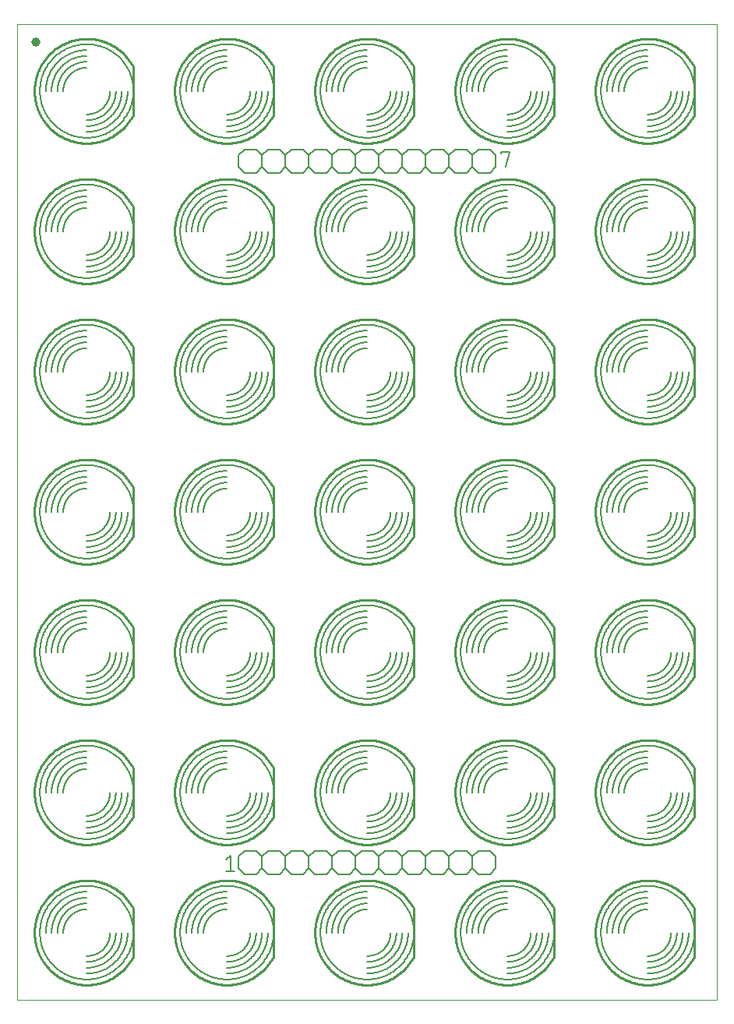
<source format=gto>
From cceb5e82b0e293372273d1fe5e2c595636c86800 Mon Sep 17 00:00:00 2001
From: William Harrington <kb0iic@berzerkula.org>
Date: Sat, 13 Jul 2024 19:15:37 -0500
Subject: updates for Orator and 5x7 display.

---
 eagle/5x7 Display/5x7_5mm_Cathode_Row_4inch.GTO | 70846 +++++++++++-----------
 1 file changed, 35423 insertions(+), 35423 deletions(-)

(limited to 'eagle/5x7 Display/5x7_5mm_Cathode_Row_4inch.GTO')

diff --git a/eagle/5x7 Display/5x7_5mm_Cathode_Row_4inch.GTO b/eagle/5x7 Display/5x7_5mm_Cathode_Row_4inch.GTO
index ee92743..49f7423 100644
--- a/eagle/5x7 Display/5x7_5mm_Cathode_Row_4inch.GTO	
+++ b/eagle/5x7 Display/5x7_5mm_Cathode_Row_4inch.GTO	
@@ -1,35423 +1,35423 @@
-G75*
-%MOIN*%
-%OFA0B0*%
-%FSLAX25Y25*%
-%IPPOS*%
-%LPD*%
-%AMOC8*
-5,1,8,0,0,1.08239X$1,22.5*
-%
-%ADD10C,0.00000*%
-%ADD11C,0.03937*%
-%ADD12C,0.00600*%
-%ADD13C,0.01000*%
-%ADD14C,0.00500*%
-D10*
-X0001000Y0001000D02*
-X0001000Y0418323D01*
-X0300213Y0418323D01*
-X0300213Y0001000D01*
-X0001000Y0001000D01*
-D11*
-X0008874Y0410449D03*
-D12*
-X0095606Y0362161D02*
-X0095606Y0357161D01*
-X0098106Y0354661D01*
-X0103106Y0354661D01*
-X0105606Y0357161D01*
-X0108106Y0354661D01*
-X0113106Y0354661D01*
-X0115606Y0357161D01*
-X0115606Y0362161D01*
-X0113106Y0364661D01*
-X0108106Y0364661D01*
-X0105606Y0362161D01*
-X0105606Y0357161D01*
-X0105606Y0362161D02*
-X0103106Y0364661D01*
-X0098106Y0364661D01*
-X0095606Y0362161D01*
-X0115606Y0362161D02*
-X0118106Y0364661D01*
-X0123106Y0364661D01*
-X0125606Y0362161D01*
-X0128106Y0364661D01*
-X0133106Y0364661D01*
-X0135606Y0362161D01*
-X0138106Y0364661D01*
-X0143106Y0364661D01*
-X0145606Y0362161D01*
-X0145606Y0357161D01*
-X0143106Y0354661D01*
-X0138106Y0354661D01*
-X0135606Y0357161D01*
-X0133106Y0354661D01*
-X0128106Y0354661D01*
-X0125606Y0357161D01*
-X0123106Y0354661D01*
-X0118106Y0354661D01*
-X0115606Y0357161D01*
-X0125606Y0357161D02*
-X0125606Y0362161D01*
-X0135606Y0362161D02*
-X0135606Y0357161D01*
-X0145606Y0357161D02*
-X0148106Y0354661D01*
-X0153106Y0354661D01*
-X0155606Y0357161D01*
-X0158106Y0354661D01*
-X0163106Y0354661D01*
-X0165606Y0357161D01*
-X0168106Y0354661D01*
-X0173106Y0354661D01*
-X0175606Y0357161D01*
-X0175606Y0362161D01*
-X0173106Y0364661D01*
-X0168106Y0364661D01*
-X0165606Y0362161D01*
-X0165606Y0357161D01*
-X0165606Y0362161D02*
-X0163106Y0364661D01*
-X0158106Y0364661D01*
-X0155606Y0362161D01*
-X0155606Y0357161D01*
-X0155606Y0362161D02*
-X0153106Y0364661D01*
-X0148106Y0364661D01*
-X0145606Y0362161D01*
-X0175606Y0362161D02*
-X0178106Y0364661D01*
-X0183106Y0364661D01*
-X0185606Y0362161D01*
-X0188106Y0364661D01*
-X0193106Y0364661D01*
-X0195606Y0362161D01*
-X0198106Y0364661D01*
-X0203106Y0364661D01*
-X0205606Y0362161D01*
-X0205606Y0357161D01*
-X0203106Y0354661D01*
-X0198106Y0354661D01*
-X0195606Y0357161D01*
-X0193106Y0354661D01*
-X0188106Y0354661D01*
-X0185606Y0357161D01*
-X0183106Y0354661D01*
-X0178106Y0354661D01*
-X0175606Y0357161D01*
-X0185606Y0357161D02*
-X0185606Y0362161D01*
-X0195606Y0362161D02*
-X0195606Y0357161D01*
-X0207993Y0362894D02*
-X0207993Y0363606D01*
-X0211548Y0363606D01*
-X0209771Y0357206D01*
-X0203106Y0064661D02*
-X0198106Y0064661D01*
-X0195606Y0062161D01*
-X0195606Y0057161D01*
-X0198106Y0054661D01*
-X0203106Y0054661D01*
-X0205606Y0057161D01*
-X0205606Y0062161D01*
-X0203106Y0064661D01*
-X0195606Y0062161D02*
-X0193106Y0064661D01*
-X0188106Y0064661D01*
-X0185606Y0062161D01*
-X0185606Y0057161D01*
-X0188106Y0054661D01*
-X0193106Y0054661D01*
-X0195606Y0057161D01*
-X0185606Y0057161D02*
-X0183106Y0054661D01*
-X0178106Y0054661D01*
-X0175606Y0057161D01*
-X0173106Y0054661D01*
-X0168106Y0054661D01*
-X0165606Y0057161D01*
-X0163106Y0054661D01*
-X0158106Y0054661D01*
-X0155606Y0057161D01*
-X0153106Y0054661D01*
-X0148106Y0054661D01*
-X0145606Y0057161D01*
-X0143106Y0054661D01*
-X0138106Y0054661D01*
-X0135606Y0057161D01*
-X0133106Y0054661D01*
-X0128106Y0054661D01*
-X0125606Y0057161D01*
-X0123106Y0054661D01*
-X0118106Y0054661D01*
-X0115606Y0057161D01*
-X0113106Y0054661D01*
-X0108106Y0054661D01*
-X0105606Y0057161D01*
-X0103106Y0054661D01*
-X0098106Y0054661D01*
-X0095606Y0057161D01*
-X0095606Y0062161D01*
-X0098106Y0064661D01*
-X0103106Y0064661D01*
-X0105606Y0062161D01*
-X0108106Y0064661D01*
-X0113106Y0064661D01*
-X0115606Y0062161D01*
-X0115606Y0057161D01*
-X0115606Y0062161D02*
-X0118106Y0064661D01*
-X0123106Y0064661D01*
-X0125606Y0062161D01*
-X0128106Y0064661D01*
-X0133106Y0064661D01*
-X0135606Y0062161D01*
-X0138106Y0064661D01*
-X0143106Y0064661D01*
-X0145606Y0062161D01*
-X0145606Y0057161D01*
-X0145606Y0062161D02*
-X0148106Y0064661D01*
-X0153106Y0064661D01*
-X0155606Y0062161D01*
-X0158106Y0064661D01*
-X0163106Y0064661D01*
-X0165606Y0062161D01*
-X0168106Y0064661D01*
-X0173106Y0064661D01*
-X0175606Y0062161D01*
-X0175606Y0057161D01*
-X0175606Y0062161D02*
-X0178106Y0064661D01*
-X0183106Y0064661D01*
-X0185606Y0062161D01*
-X0165606Y0062161D02*
-X0165606Y0057161D01*
-X0155606Y0057161D02*
-X0155606Y0062161D01*
-X0135606Y0062161D02*
-X0135606Y0057161D01*
-X0125606Y0057161D02*
-X0125606Y0062161D01*
-X0105606Y0062161D02*
-X0105606Y0057161D01*
-X0093832Y0056024D02*
-X0090276Y0056024D01*
-X0092054Y0056024D02*
-X0092054Y0062424D01*
-X0090276Y0061002D01*
-D13*
-X0110606Y0079661D02*
-X0110606Y0099661D01*
-X0110356Y0100147D01*
-X0110093Y0100627D01*
-X0109819Y0101100D01*
-X0109534Y0101567D01*
-X0109237Y0102026D01*
-X0108929Y0102478D01*
-X0108610Y0102922D01*
-X0108281Y0103358D01*
-X0107940Y0103787D01*
-X0107590Y0104206D01*
-X0107229Y0104617D01*
-X0106858Y0105019D01*
-X0106478Y0105412D01*
-X0106088Y0105795D01*
-X0105689Y0106169D01*
-X0105281Y0106533D01*
-X0104864Y0106887D01*
-X0104438Y0107230D01*
-X0104004Y0107563D01*
-X0103563Y0107886D01*
-X0103113Y0108197D01*
-X0102656Y0108497D01*
-X0102192Y0108786D01*
-X0101721Y0109064D01*
-X0101243Y0109330D01*
-X0100759Y0109584D01*
-X0100268Y0109827D01*
-X0099772Y0110057D01*
-X0099271Y0110275D01*
-X0098764Y0110481D01*
-X0098253Y0110674D01*
-X0097737Y0110855D01*
-X0097216Y0111023D01*
-X0096692Y0111178D01*
-X0096164Y0111320D01*
-X0095633Y0111450D01*
-X0095098Y0111566D01*
-X0094561Y0111669D01*
-X0094022Y0111760D01*
-X0093480Y0111836D01*
-X0092937Y0111900D01*
-X0092393Y0111950D01*
-X0091847Y0111988D01*
-X0091301Y0112011D01*
-X0090754Y0112022D01*
-X0090207Y0112018D01*
-X0089661Y0112002D01*
-X0089115Y0111972D01*
-X0088569Y0111929D01*
-X0088026Y0111873D01*
-X0087483Y0111803D01*
-X0086943Y0111720D01*
-X0086404Y0111624D01*
-X0085869Y0111514D01*
-X0085336Y0111392D01*
-X0084806Y0111257D01*
-X0084279Y0111108D01*
-X0083757Y0110947D01*
-X0083238Y0110773D01*
-X0082724Y0110587D01*
-X0082215Y0110388D01*
-X0081711Y0110176D01*
-X0081212Y0109953D01*
-X0080718Y0109717D01*
-X0080231Y0109469D01*
-X0079749Y0109210D01*
-X0079275Y0108938D01*
-X0078807Y0108655D01*
-X0078346Y0108361D01*
-X0077892Y0108056D01*
-X0077446Y0107739D01*
-X0077008Y0107412D01*
-X0076578Y0107074D01*
-X0076156Y0106726D01*
-X0075743Y0106368D01*
-X0075339Y0105999D01*
-X0074944Y0105621D01*
-X0074559Y0105233D01*
-X0074183Y0104836D01*
-X0073816Y0104430D01*
-X0073460Y0104015D01*
-X0073114Y0103591D01*
-X0072779Y0103159D01*
-X0072454Y0102720D01*
-X0072140Y0102272D01*
-X0071837Y0101816D01*
-X0071546Y0101354D01*
-X0071266Y0100884D01*
-X0070997Y0100408D01*
-X0070740Y0099925D01*
-X0070495Y0099436D01*
-X0070262Y0098942D01*
-X0070041Y0098441D01*
-X0069832Y0097936D01*
-X0069636Y0097425D01*
-X0069453Y0096910D01*
-X0069282Y0096391D01*
-X0069124Y0095867D01*
-X0068978Y0095340D01*
-X0068846Y0094810D01*
-X0068726Y0094276D01*
-X0068620Y0093740D01*
-X0068527Y0093201D01*
-X0068447Y0092660D01*
-X0068380Y0092117D01*
-X0068327Y0091573D01*
-X0068287Y0091027D01*
-X0068260Y0090481D01*
-X0068247Y0089934D01*
-X0068247Y0089388D01*
-X0068260Y0088841D01*
-X0068287Y0088295D01*
-X0068327Y0087749D01*
-X0068380Y0087205D01*
-X0068447Y0086662D01*
-X0068527Y0086121D01*
-X0068620Y0085582D01*
-X0068726Y0085046D01*
-X0068846Y0084512D01*
-X0068978Y0083982D01*
-X0069124Y0083455D01*
-X0069282Y0082931D01*
-X0069453Y0082412D01*
-X0069636Y0081897D01*
-X0069832Y0081386D01*
-X0070041Y0080881D01*
-X0070262Y0080380D01*
-X0070495Y0079886D01*
-X0070740Y0079397D01*
-X0070997Y0078914D01*
-X0071266Y0078438D01*
-X0071546Y0077968D01*
-X0071837Y0077506D01*
-X0072140Y0077050D01*
-X0072454Y0076602D01*
-X0072779Y0076163D01*
-X0073114Y0075731D01*
-X0073460Y0075307D01*
-X0073816Y0074892D01*
-X0074183Y0074486D01*
-X0074559Y0074089D01*
-X0074944Y0073701D01*
-X0075339Y0073323D01*
-X0075743Y0072954D01*
-X0076156Y0072596D01*
-X0076578Y0072248D01*
-X0077008Y0071910D01*
-X0077446Y0071583D01*
-X0077892Y0071266D01*
-X0078346Y0070961D01*
-X0078807Y0070667D01*
-X0079275Y0070384D01*
-X0079749Y0070112D01*
-X0080231Y0069853D01*
-X0080718Y0069605D01*
-X0081212Y0069369D01*
-X0081711Y0069146D01*
-X0082215Y0068934D01*
-X0082724Y0068735D01*
-X0083238Y0068549D01*
-X0083757Y0068375D01*
-X0084279Y0068214D01*
-X0084806Y0068065D01*
-X0085336Y0067930D01*
-X0085869Y0067808D01*
-X0086404Y0067698D01*
-X0086943Y0067602D01*
-X0087483Y0067519D01*
-X0088026Y0067449D01*
-X0088569Y0067393D01*
-X0089115Y0067350D01*
-X0089661Y0067320D01*
-X0090207Y0067304D01*
-X0090754Y0067300D01*
-X0091301Y0067311D01*
-X0091847Y0067334D01*
-X0092393Y0067372D01*
-X0092937Y0067422D01*
-X0093480Y0067486D01*
-X0094022Y0067562D01*
-X0094561Y0067653D01*
-X0095098Y0067756D01*
-X0095633Y0067872D01*
-X0096164Y0068002D01*
-X0096692Y0068144D01*
-X0097216Y0068299D01*
-X0097737Y0068467D01*
-X0098253Y0068648D01*
-X0098764Y0068841D01*
-X0099271Y0069047D01*
-X0099772Y0069265D01*
-X0100268Y0069495D01*
-X0100759Y0069738D01*
-X0101243Y0069992D01*
-X0101721Y0070258D01*
-X0102192Y0070536D01*
-X0102656Y0070825D01*
-X0103113Y0071125D01*
-X0103563Y0071436D01*
-X0104004Y0071759D01*
-X0104438Y0072092D01*
-X0104864Y0072435D01*
-X0105281Y0072789D01*
-X0105689Y0073153D01*
-X0106088Y0073527D01*
-X0106478Y0073910D01*
-X0106858Y0074303D01*
-X0107229Y0074705D01*
-X0107590Y0075116D01*
-X0107940Y0075535D01*
-X0108281Y0075964D01*
-X0108610Y0076400D01*
-X0108929Y0076844D01*
-X0109237Y0077296D01*
-X0109534Y0077755D01*
-X0109819Y0078222D01*
-X0110093Y0078695D01*
-X0110356Y0079175D01*
-X0110606Y0079661D01*
-X0110606Y0039661D02*
-X0110606Y0019661D01*
-X0110356Y0019175D01*
-X0110093Y0018695D01*
-X0109819Y0018222D01*
-X0109534Y0017755D01*
-X0109237Y0017296D01*
-X0108929Y0016844D01*
-X0108610Y0016400D01*
-X0108281Y0015964D01*
-X0107940Y0015535D01*
-X0107590Y0015116D01*
-X0107229Y0014705D01*
-X0106858Y0014303D01*
-X0106478Y0013910D01*
-X0106088Y0013527D01*
-X0105689Y0013153D01*
-X0105281Y0012789D01*
-X0104864Y0012435D01*
-X0104438Y0012092D01*
-X0104004Y0011759D01*
-X0103563Y0011436D01*
-X0103113Y0011125D01*
-X0102656Y0010825D01*
-X0102192Y0010536D01*
-X0101721Y0010258D01*
-X0101243Y0009992D01*
-X0100759Y0009738D01*
-X0100268Y0009495D01*
-X0099772Y0009265D01*
-X0099271Y0009047D01*
-X0098764Y0008841D01*
-X0098253Y0008648D01*
-X0097737Y0008467D01*
-X0097216Y0008299D01*
-X0096692Y0008144D01*
-X0096164Y0008002D01*
-X0095633Y0007872D01*
-X0095098Y0007756D01*
-X0094561Y0007653D01*
-X0094022Y0007562D01*
-X0093480Y0007486D01*
-X0092937Y0007422D01*
-X0092393Y0007372D01*
-X0091847Y0007334D01*
-X0091301Y0007311D01*
-X0090754Y0007300D01*
-X0090207Y0007304D01*
-X0089661Y0007320D01*
-X0089115Y0007350D01*
-X0088569Y0007393D01*
-X0088026Y0007449D01*
-X0087483Y0007519D01*
-X0086943Y0007602D01*
-X0086404Y0007698D01*
-X0085869Y0007808D01*
-X0085336Y0007930D01*
-X0084806Y0008065D01*
-X0084279Y0008214D01*
-X0083757Y0008375D01*
-X0083238Y0008549D01*
-X0082724Y0008735D01*
-X0082215Y0008934D01*
-X0081711Y0009146D01*
-X0081212Y0009369D01*
-X0080718Y0009605D01*
-X0080231Y0009853D01*
-X0079749Y0010112D01*
-X0079275Y0010384D01*
-X0078807Y0010667D01*
-X0078346Y0010961D01*
-X0077892Y0011266D01*
-X0077446Y0011583D01*
-X0077008Y0011910D01*
-X0076578Y0012248D01*
-X0076156Y0012596D01*
-X0075743Y0012954D01*
-X0075339Y0013323D01*
-X0074944Y0013701D01*
-X0074559Y0014089D01*
-X0074183Y0014486D01*
-X0073816Y0014892D01*
-X0073460Y0015307D01*
-X0073114Y0015731D01*
-X0072779Y0016163D01*
-X0072454Y0016602D01*
-X0072140Y0017050D01*
-X0071837Y0017506D01*
-X0071546Y0017968D01*
-X0071266Y0018438D01*
-X0070997Y0018914D01*
-X0070740Y0019397D01*
-X0070495Y0019886D01*
-X0070262Y0020380D01*
-X0070041Y0020881D01*
-X0069832Y0021386D01*
-X0069636Y0021897D01*
-X0069453Y0022412D01*
-X0069282Y0022931D01*
-X0069124Y0023455D01*
-X0068978Y0023982D01*
-X0068846Y0024512D01*
-X0068726Y0025046D01*
-X0068620Y0025582D01*
-X0068527Y0026121D01*
-X0068447Y0026662D01*
-X0068380Y0027205D01*
-X0068327Y0027749D01*
-X0068287Y0028295D01*
-X0068260Y0028841D01*
-X0068247Y0029388D01*
-X0068247Y0029934D01*
-X0068260Y0030481D01*
-X0068287Y0031027D01*
-X0068327Y0031573D01*
-X0068380Y0032117D01*
-X0068447Y0032660D01*
-X0068527Y0033201D01*
-X0068620Y0033740D01*
-X0068726Y0034276D01*
-X0068846Y0034810D01*
-X0068978Y0035340D01*
-X0069124Y0035867D01*
-X0069282Y0036391D01*
-X0069453Y0036910D01*
-X0069636Y0037425D01*
-X0069832Y0037936D01*
-X0070041Y0038441D01*
-X0070262Y0038942D01*
-X0070495Y0039436D01*
-X0070740Y0039925D01*
-X0070997Y0040408D01*
-X0071266Y0040884D01*
-X0071546Y0041354D01*
-X0071837Y0041816D01*
-X0072140Y0042272D01*
-X0072454Y0042720D01*
-X0072779Y0043159D01*
-X0073114Y0043591D01*
-X0073460Y0044015D01*
-X0073816Y0044430D01*
-X0074183Y0044836D01*
-X0074559Y0045233D01*
-X0074944Y0045621D01*
-X0075339Y0045999D01*
-X0075743Y0046368D01*
-X0076156Y0046726D01*
-X0076578Y0047074D01*
-X0077008Y0047412D01*
-X0077446Y0047739D01*
-X0077892Y0048056D01*
-X0078346Y0048361D01*
-X0078807Y0048655D01*
-X0079275Y0048938D01*
-X0079749Y0049210D01*
-X0080231Y0049469D01*
-X0080718Y0049717D01*
-X0081212Y0049953D01*
-X0081711Y0050176D01*
-X0082215Y0050388D01*
-X0082724Y0050587D01*
-X0083238Y0050773D01*
-X0083757Y0050947D01*
-X0084279Y0051108D01*
-X0084806Y0051257D01*
-X0085336Y0051392D01*
-X0085869Y0051514D01*
-X0086404Y0051624D01*
-X0086943Y0051720D01*
-X0087483Y0051803D01*
-X0088026Y0051873D01*
-X0088569Y0051929D01*
-X0089115Y0051972D01*
-X0089661Y0052002D01*
-X0090207Y0052018D01*
-X0090754Y0052022D01*
-X0091301Y0052011D01*
-X0091847Y0051988D01*
-X0092393Y0051950D01*
-X0092937Y0051900D01*
-X0093480Y0051836D01*
-X0094022Y0051760D01*
-X0094561Y0051669D01*
-X0095098Y0051566D01*
-X0095633Y0051450D01*
-X0096164Y0051320D01*
-X0096692Y0051178D01*
-X0097216Y0051023D01*
-X0097737Y0050855D01*
-X0098253Y0050674D01*
-X0098764Y0050481D01*
-X0099271Y0050275D01*
-X0099772Y0050057D01*
-X0100268Y0049827D01*
-X0100759Y0049584D01*
-X0101243Y0049330D01*
-X0101721Y0049064D01*
-X0102192Y0048786D01*
-X0102656Y0048497D01*
-X0103113Y0048197D01*
-X0103563Y0047886D01*
-X0104004Y0047563D01*
-X0104438Y0047230D01*
-X0104864Y0046887D01*
-X0105281Y0046533D01*
-X0105689Y0046169D01*
-X0106088Y0045795D01*
-X0106478Y0045412D01*
-X0106858Y0045019D01*
-X0107229Y0044617D01*
-X0107590Y0044206D01*
-X0107940Y0043787D01*
-X0108281Y0043358D01*
-X0108610Y0042922D01*
-X0108929Y0042478D01*
-X0109237Y0042026D01*
-X0109534Y0041567D01*
-X0109819Y0041100D01*
-X0110093Y0040627D01*
-X0110356Y0040147D01*
-X0110606Y0039661D01*
-X0170606Y0039661D02*
-X0170356Y0040147D01*
-X0170093Y0040627D01*
-X0169819Y0041100D01*
-X0169534Y0041567D01*
-X0169237Y0042026D01*
-X0168929Y0042478D01*
-X0168610Y0042922D01*
-X0168281Y0043358D01*
-X0167940Y0043787D01*
-X0167590Y0044206D01*
-X0167229Y0044617D01*
-X0166858Y0045019D01*
-X0166478Y0045412D01*
-X0166088Y0045795D01*
-X0165689Y0046169D01*
-X0165281Y0046533D01*
-X0164864Y0046887D01*
-X0164438Y0047230D01*
-X0164004Y0047563D01*
-X0163563Y0047886D01*
-X0163113Y0048197D01*
-X0162656Y0048497D01*
-X0162192Y0048786D01*
-X0161721Y0049064D01*
-X0161243Y0049330D01*
-X0160759Y0049584D01*
-X0160268Y0049827D01*
-X0159772Y0050057D01*
-X0159271Y0050275D01*
-X0158764Y0050481D01*
-X0158253Y0050674D01*
-X0157737Y0050855D01*
-X0157216Y0051023D01*
-X0156692Y0051178D01*
-X0156164Y0051320D01*
-X0155633Y0051450D01*
-X0155098Y0051566D01*
-X0154561Y0051669D01*
-X0154022Y0051760D01*
-X0153480Y0051836D01*
-X0152937Y0051900D01*
-X0152393Y0051950D01*
-X0151847Y0051988D01*
-X0151301Y0052011D01*
-X0150754Y0052022D01*
-X0150207Y0052018D01*
-X0149661Y0052002D01*
-X0149115Y0051972D01*
-X0148569Y0051929D01*
-X0148026Y0051873D01*
-X0147483Y0051803D01*
-X0146943Y0051720D01*
-X0146404Y0051624D01*
-X0145869Y0051514D01*
-X0145336Y0051392D01*
-X0144806Y0051257D01*
-X0144279Y0051108D01*
-X0143757Y0050947D01*
-X0143238Y0050773D01*
-X0142724Y0050587D01*
-X0142215Y0050388D01*
-X0141711Y0050176D01*
-X0141212Y0049953D01*
-X0140718Y0049717D01*
-X0140231Y0049469D01*
-X0139749Y0049210D01*
-X0139275Y0048938D01*
-X0138807Y0048655D01*
-X0138346Y0048361D01*
-X0137892Y0048056D01*
-X0137446Y0047739D01*
-X0137008Y0047412D01*
-X0136578Y0047074D01*
-X0136156Y0046726D01*
-X0135743Y0046368D01*
-X0135339Y0045999D01*
-X0134944Y0045621D01*
-X0134559Y0045233D01*
-X0134183Y0044836D01*
-X0133816Y0044430D01*
-X0133460Y0044015D01*
-X0133114Y0043591D01*
-X0132779Y0043159D01*
-X0132454Y0042720D01*
-X0132140Y0042272D01*
-X0131837Y0041816D01*
-X0131546Y0041354D01*
-X0131266Y0040884D01*
-X0130997Y0040408D01*
-X0130740Y0039925D01*
-X0130495Y0039436D01*
-X0130262Y0038942D01*
-X0130041Y0038441D01*
-X0129832Y0037936D01*
-X0129636Y0037425D01*
-X0129453Y0036910D01*
-X0129282Y0036391D01*
-X0129124Y0035867D01*
-X0128978Y0035340D01*
-X0128846Y0034810D01*
-X0128726Y0034276D01*
-X0128620Y0033740D01*
-X0128527Y0033201D01*
-X0128447Y0032660D01*
-X0128380Y0032117D01*
-X0128327Y0031573D01*
-X0128287Y0031027D01*
-X0128260Y0030481D01*
-X0128247Y0029934D01*
-X0128247Y0029388D01*
-X0128260Y0028841D01*
-X0128287Y0028295D01*
-X0128327Y0027749D01*
-X0128380Y0027205D01*
-X0128447Y0026662D01*
-X0128527Y0026121D01*
-X0128620Y0025582D01*
-X0128726Y0025046D01*
-X0128846Y0024512D01*
-X0128978Y0023982D01*
-X0129124Y0023455D01*
-X0129282Y0022931D01*
-X0129453Y0022412D01*
-X0129636Y0021897D01*
-X0129832Y0021386D01*
-X0130041Y0020881D01*
-X0130262Y0020380D01*
-X0130495Y0019886D01*
-X0130740Y0019397D01*
-X0130997Y0018914D01*
-X0131266Y0018438D01*
-X0131546Y0017968D01*
-X0131837Y0017506D01*
-X0132140Y0017050D01*
-X0132454Y0016602D01*
-X0132779Y0016163D01*
-X0133114Y0015731D01*
-X0133460Y0015307D01*
-X0133816Y0014892D01*
-X0134183Y0014486D01*
-X0134559Y0014089D01*
-X0134944Y0013701D01*
-X0135339Y0013323D01*
-X0135743Y0012954D01*
-X0136156Y0012596D01*
-X0136578Y0012248D01*
-X0137008Y0011910D01*
-X0137446Y0011583D01*
-X0137892Y0011266D01*
-X0138346Y0010961D01*
-X0138807Y0010667D01*
-X0139275Y0010384D01*
-X0139749Y0010112D01*
-X0140231Y0009853D01*
-X0140718Y0009605D01*
-X0141212Y0009369D01*
-X0141711Y0009146D01*
-X0142215Y0008934D01*
-X0142724Y0008735D01*
-X0143238Y0008549D01*
-X0143757Y0008375D01*
-X0144279Y0008214D01*
-X0144806Y0008065D01*
-X0145336Y0007930D01*
-X0145869Y0007808D01*
-X0146404Y0007698D01*
-X0146943Y0007602D01*
-X0147483Y0007519D01*
-X0148026Y0007449D01*
-X0148569Y0007393D01*
-X0149115Y0007350D01*
-X0149661Y0007320D01*
-X0150207Y0007304D01*
-X0150754Y0007300D01*
-X0151301Y0007311D01*
-X0151847Y0007334D01*
-X0152393Y0007372D01*
-X0152937Y0007422D01*
-X0153480Y0007486D01*
-X0154022Y0007562D01*
-X0154561Y0007653D01*
-X0155098Y0007756D01*
-X0155633Y0007872D01*
-X0156164Y0008002D01*
-X0156692Y0008144D01*
-X0157216Y0008299D01*
-X0157737Y0008467D01*
-X0158253Y0008648D01*
-X0158764Y0008841D01*
-X0159271Y0009047D01*
-X0159772Y0009265D01*
-X0160268Y0009495D01*
-X0160759Y0009738D01*
-X0161243Y0009992D01*
-X0161721Y0010258D01*
-X0162192Y0010536D01*
-X0162656Y0010825D01*
-X0163113Y0011125D01*
-X0163563Y0011436D01*
-X0164004Y0011759D01*
-X0164438Y0012092D01*
-X0164864Y0012435D01*
-X0165281Y0012789D01*
-X0165689Y0013153D01*
-X0166088Y0013527D01*
-X0166478Y0013910D01*
-X0166858Y0014303D01*
-X0167229Y0014705D01*
-X0167590Y0015116D01*
-X0167940Y0015535D01*
-X0168281Y0015964D01*
-X0168610Y0016400D01*
-X0168929Y0016844D01*
-X0169237Y0017296D01*
-X0169534Y0017755D01*
-X0169819Y0018222D01*
-X0170093Y0018695D01*
-X0170356Y0019175D01*
-X0170606Y0019661D01*
-X0170606Y0039661D01*
-X0170606Y0079661D02*
-X0170606Y0099661D01*
-X0170356Y0100147D01*
-X0170093Y0100627D01*
-X0169819Y0101100D01*
-X0169534Y0101567D01*
-X0169237Y0102026D01*
-X0168929Y0102478D01*
-X0168610Y0102922D01*
-X0168281Y0103358D01*
-X0167940Y0103787D01*
-X0167590Y0104206D01*
-X0167229Y0104617D01*
-X0166858Y0105019D01*
-X0166478Y0105412D01*
-X0166088Y0105795D01*
-X0165689Y0106169D01*
-X0165281Y0106533D01*
-X0164864Y0106887D01*
-X0164438Y0107230D01*
-X0164004Y0107563D01*
-X0163563Y0107886D01*
-X0163113Y0108197D01*
-X0162656Y0108497D01*
-X0162192Y0108786D01*
-X0161721Y0109064D01*
-X0161243Y0109330D01*
-X0160759Y0109584D01*
-X0160268Y0109827D01*
-X0159772Y0110057D01*
-X0159271Y0110275D01*
-X0158764Y0110481D01*
-X0158253Y0110674D01*
-X0157737Y0110855D01*
-X0157216Y0111023D01*
-X0156692Y0111178D01*
-X0156164Y0111320D01*
-X0155633Y0111450D01*
-X0155098Y0111566D01*
-X0154561Y0111669D01*
-X0154022Y0111760D01*
-X0153480Y0111836D01*
-X0152937Y0111900D01*
-X0152393Y0111950D01*
-X0151847Y0111988D01*
-X0151301Y0112011D01*
-X0150754Y0112022D01*
-X0150207Y0112018D01*
-X0149661Y0112002D01*
-X0149115Y0111972D01*
-X0148569Y0111929D01*
-X0148026Y0111873D01*
-X0147483Y0111803D01*
-X0146943Y0111720D01*
-X0146404Y0111624D01*
-X0145869Y0111514D01*
-X0145336Y0111392D01*
-X0144806Y0111257D01*
-X0144279Y0111108D01*
-X0143757Y0110947D01*
-X0143238Y0110773D01*
-X0142724Y0110587D01*
-X0142215Y0110388D01*
-X0141711Y0110176D01*
-X0141212Y0109953D01*
-X0140718Y0109717D01*
-X0140231Y0109469D01*
-X0139749Y0109210D01*
-X0139275Y0108938D01*
-X0138807Y0108655D01*
-X0138346Y0108361D01*
-X0137892Y0108056D01*
-X0137446Y0107739D01*
-X0137008Y0107412D01*
-X0136578Y0107074D01*
-X0136156Y0106726D01*
-X0135743Y0106368D01*
-X0135339Y0105999D01*
-X0134944Y0105621D01*
-X0134559Y0105233D01*
-X0134183Y0104836D01*
-X0133816Y0104430D01*
-X0133460Y0104015D01*
-X0133114Y0103591D01*
-X0132779Y0103159D01*
-X0132454Y0102720D01*
-X0132140Y0102272D01*
-X0131837Y0101816D01*
-X0131546Y0101354D01*
-X0131266Y0100884D01*
-X0130997Y0100408D01*
-X0130740Y0099925D01*
-X0130495Y0099436D01*
-X0130262Y0098942D01*
-X0130041Y0098441D01*
-X0129832Y0097936D01*
-X0129636Y0097425D01*
-X0129453Y0096910D01*
-X0129282Y0096391D01*
-X0129124Y0095867D01*
-X0128978Y0095340D01*
-X0128846Y0094810D01*
-X0128726Y0094276D01*
-X0128620Y0093740D01*
-X0128527Y0093201D01*
-X0128447Y0092660D01*
-X0128380Y0092117D01*
-X0128327Y0091573D01*
-X0128287Y0091027D01*
-X0128260Y0090481D01*
-X0128247Y0089934D01*
-X0128247Y0089388D01*
-X0128260Y0088841D01*
-X0128287Y0088295D01*
-X0128327Y0087749D01*
-X0128380Y0087205D01*
-X0128447Y0086662D01*
-X0128527Y0086121D01*
-X0128620Y0085582D01*
-X0128726Y0085046D01*
-X0128846Y0084512D01*
-X0128978Y0083982D01*
-X0129124Y0083455D01*
-X0129282Y0082931D01*
-X0129453Y0082412D01*
-X0129636Y0081897D01*
-X0129832Y0081386D01*
-X0130041Y0080881D01*
-X0130262Y0080380D01*
-X0130495Y0079886D01*
-X0130740Y0079397D01*
-X0130997Y0078914D01*
-X0131266Y0078438D01*
-X0131546Y0077968D01*
-X0131837Y0077506D01*
-X0132140Y0077050D01*
-X0132454Y0076602D01*
-X0132779Y0076163D01*
-X0133114Y0075731D01*
-X0133460Y0075307D01*
-X0133816Y0074892D01*
-X0134183Y0074486D01*
-X0134559Y0074089D01*
-X0134944Y0073701D01*
-X0135339Y0073323D01*
-X0135743Y0072954D01*
-X0136156Y0072596D01*
-X0136578Y0072248D01*
-X0137008Y0071910D01*
-X0137446Y0071583D01*
-X0137892Y0071266D01*
-X0138346Y0070961D01*
-X0138807Y0070667D01*
-X0139275Y0070384D01*
-X0139749Y0070112D01*
-X0140231Y0069853D01*
-X0140718Y0069605D01*
-X0141212Y0069369D01*
-X0141711Y0069146D01*
-X0142215Y0068934D01*
-X0142724Y0068735D01*
-X0143238Y0068549D01*
-X0143757Y0068375D01*
-X0144279Y0068214D01*
-X0144806Y0068065D01*
-X0145336Y0067930D01*
-X0145869Y0067808D01*
-X0146404Y0067698D01*
-X0146943Y0067602D01*
-X0147483Y0067519D01*
-X0148026Y0067449D01*
-X0148569Y0067393D01*
-X0149115Y0067350D01*
-X0149661Y0067320D01*
-X0150207Y0067304D01*
-X0150754Y0067300D01*
-X0151301Y0067311D01*
-X0151847Y0067334D01*
-X0152393Y0067372D01*
-X0152937Y0067422D01*
-X0153480Y0067486D01*
-X0154022Y0067562D01*
-X0154561Y0067653D01*
-X0155098Y0067756D01*
-X0155633Y0067872D01*
-X0156164Y0068002D01*
-X0156692Y0068144D01*
-X0157216Y0068299D01*
-X0157737Y0068467D01*
-X0158253Y0068648D01*
-X0158764Y0068841D01*
-X0159271Y0069047D01*
-X0159772Y0069265D01*
-X0160268Y0069495D01*
-X0160759Y0069738D01*
-X0161243Y0069992D01*
-X0161721Y0070258D01*
-X0162192Y0070536D01*
-X0162656Y0070825D01*
-X0163113Y0071125D01*
-X0163563Y0071436D01*
-X0164004Y0071759D01*
-X0164438Y0072092D01*
-X0164864Y0072435D01*
-X0165281Y0072789D01*
-X0165689Y0073153D01*
-X0166088Y0073527D01*
-X0166478Y0073910D01*
-X0166858Y0074303D01*
-X0167229Y0074705D01*
-X0167590Y0075116D01*
-X0167940Y0075535D01*
-X0168281Y0075964D01*
-X0168610Y0076400D01*
-X0168929Y0076844D01*
-X0169237Y0077296D01*
-X0169534Y0077755D01*
-X0169819Y0078222D01*
-X0170093Y0078695D01*
-X0170356Y0079175D01*
-X0170606Y0079661D01*
-X0230606Y0079661D02*
-X0230356Y0079175D01*
-X0230093Y0078695D01*
-X0229819Y0078222D01*
-X0229534Y0077755D01*
-X0229237Y0077296D01*
-X0228929Y0076844D01*
-X0228610Y0076400D01*
-X0228281Y0075964D01*
-X0227940Y0075535D01*
-X0227590Y0075116D01*
-X0227229Y0074705D01*
-X0226858Y0074303D01*
-X0226478Y0073910D01*
-X0226088Y0073527D01*
-X0225689Y0073153D01*
-X0225281Y0072789D01*
-X0224864Y0072435D01*
-X0224438Y0072092D01*
-X0224004Y0071759D01*
-X0223563Y0071436D01*
-X0223113Y0071125D01*
-X0222656Y0070825D01*
-X0222192Y0070536D01*
-X0221721Y0070258D01*
-X0221243Y0069992D01*
-X0220759Y0069738D01*
-X0220268Y0069495D01*
-X0219772Y0069265D01*
-X0219271Y0069047D01*
-X0218764Y0068841D01*
-X0218253Y0068648D01*
-X0217737Y0068467D01*
-X0217216Y0068299D01*
-X0216692Y0068144D01*
-X0216164Y0068002D01*
-X0215633Y0067872D01*
-X0215098Y0067756D01*
-X0214561Y0067653D01*
-X0214022Y0067562D01*
-X0213480Y0067486D01*
-X0212937Y0067422D01*
-X0212393Y0067372D01*
-X0211847Y0067334D01*
-X0211301Y0067311D01*
-X0210754Y0067300D01*
-X0210207Y0067304D01*
-X0209661Y0067320D01*
-X0209115Y0067350D01*
-X0208569Y0067393D01*
-X0208026Y0067449D01*
-X0207483Y0067519D01*
-X0206943Y0067602D01*
-X0206404Y0067698D01*
-X0205869Y0067808D01*
-X0205336Y0067930D01*
-X0204806Y0068065D01*
-X0204279Y0068214D01*
-X0203757Y0068375D01*
-X0203238Y0068549D01*
-X0202724Y0068735D01*
-X0202215Y0068934D01*
-X0201711Y0069146D01*
-X0201212Y0069369D01*
-X0200718Y0069605D01*
-X0200231Y0069853D01*
-X0199749Y0070112D01*
-X0199275Y0070384D01*
-X0198807Y0070667D01*
-X0198346Y0070961D01*
-X0197892Y0071266D01*
-X0197446Y0071583D01*
-X0197008Y0071910D01*
-X0196578Y0072248D01*
-X0196156Y0072596D01*
-X0195743Y0072954D01*
-X0195339Y0073323D01*
-X0194944Y0073701D01*
-X0194559Y0074089D01*
-X0194183Y0074486D01*
-X0193816Y0074892D01*
-X0193460Y0075307D01*
-X0193114Y0075731D01*
-X0192779Y0076163D01*
-X0192454Y0076602D01*
-X0192140Y0077050D01*
-X0191837Y0077506D01*
-X0191546Y0077968D01*
-X0191266Y0078438D01*
-X0190997Y0078914D01*
-X0190740Y0079397D01*
-X0190495Y0079886D01*
-X0190262Y0080380D01*
-X0190041Y0080881D01*
-X0189832Y0081386D01*
-X0189636Y0081897D01*
-X0189453Y0082412D01*
-X0189282Y0082931D01*
-X0189124Y0083455D01*
-X0188978Y0083982D01*
-X0188846Y0084512D01*
-X0188726Y0085046D01*
-X0188620Y0085582D01*
-X0188527Y0086121D01*
-X0188447Y0086662D01*
-X0188380Y0087205D01*
-X0188327Y0087749D01*
-X0188287Y0088295D01*
-X0188260Y0088841D01*
-X0188247Y0089388D01*
-X0188247Y0089934D01*
-X0188260Y0090481D01*
-X0188287Y0091027D01*
-X0188327Y0091573D01*
-X0188380Y0092117D01*
-X0188447Y0092660D01*
-X0188527Y0093201D01*
-X0188620Y0093740D01*
-X0188726Y0094276D01*
-X0188846Y0094810D01*
-X0188978Y0095340D01*
-X0189124Y0095867D01*
-X0189282Y0096391D01*
-X0189453Y0096910D01*
-X0189636Y0097425D01*
-X0189832Y0097936D01*
-X0190041Y0098441D01*
-X0190262Y0098942D01*
-X0190495Y0099436D01*
-X0190740Y0099925D01*
-X0190997Y0100408D01*
-X0191266Y0100884D01*
-X0191546Y0101354D01*
-X0191837Y0101816D01*
-X0192140Y0102272D01*
-X0192454Y0102720D01*
-X0192779Y0103159D01*
-X0193114Y0103591D01*
-X0193460Y0104015D01*
-X0193816Y0104430D01*
-X0194183Y0104836D01*
-X0194559Y0105233D01*
-X0194944Y0105621D01*
-X0195339Y0105999D01*
-X0195743Y0106368D01*
-X0196156Y0106726D01*
-X0196578Y0107074D01*
-X0197008Y0107412D01*
-X0197446Y0107739D01*
-X0197892Y0108056D01*
-X0198346Y0108361D01*
-X0198807Y0108655D01*
-X0199275Y0108938D01*
-X0199749Y0109210D01*
-X0200231Y0109469D01*
-X0200718Y0109717D01*
-X0201212Y0109953D01*
-X0201711Y0110176D01*
-X0202215Y0110388D01*
-X0202724Y0110587D01*
-X0203238Y0110773D01*
-X0203757Y0110947D01*
-X0204279Y0111108D01*
-X0204806Y0111257D01*
-X0205336Y0111392D01*
-X0205869Y0111514D01*
-X0206404Y0111624D01*
-X0206943Y0111720D01*
-X0207483Y0111803D01*
-X0208026Y0111873D01*
-X0208569Y0111929D01*
-X0209115Y0111972D01*
-X0209661Y0112002D01*
-X0210207Y0112018D01*
-X0210754Y0112022D01*
-X0211301Y0112011D01*
-X0211847Y0111988D01*
-X0212393Y0111950D01*
-X0212937Y0111900D01*
-X0213480Y0111836D01*
-X0214022Y0111760D01*
-X0214561Y0111669D01*
-X0215098Y0111566D01*
-X0215633Y0111450D01*
-X0216164Y0111320D01*
-X0216692Y0111178D01*
-X0217216Y0111023D01*
-X0217737Y0110855D01*
-X0218253Y0110674D01*
-X0218764Y0110481D01*
-X0219271Y0110275D01*
-X0219772Y0110057D01*
-X0220268Y0109827D01*
-X0220759Y0109584D01*
-X0221243Y0109330D01*
-X0221721Y0109064D01*
-X0222192Y0108786D01*
-X0222656Y0108497D01*
-X0223113Y0108197D01*
-X0223563Y0107886D01*
-X0224004Y0107563D01*
-X0224438Y0107230D01*
-X0224864Y0106887D01*
-X0225281Y0106533D01*
-X0225689Y0106169D01*
-X0226088Y0105795D01*
-X0226478Y0105412D01*
-X0226858Y0105019D01*
-X0227229Y0104617D01*
-X0227590Y0104206D01*
-X0227940Y0103787D01*
-X0228281Y0103358D01*
-X0228610Y0102922D01*
-X0228929Y0102478D01*
-X0229237Y0102026D01*
-X0229534Y0101567D01*
-X0229819Y0101100D01*
-X0230093Y0100627D01*
-X0230356Y0100147D01*
-X0230606Y0099661D01*
-X0230606Y0079661D01*
-X0230606Y0039661D02*
-X0230606Y0019661D01*
-X0230356Y0019175D01*
-X0230093Y0018695D01*
-X0229819Y0018222D01*
-X0229534Y0017755D01*
-X0229237Y0017296D01*
-X0228929Y0016844D01*
-X0228610Y0016400D01*
-X0228281Y0015964D01*
-X0227940Y0015535D01*
-X0227590Y0015116D01*
-X0227229Y0014705D01*
-X0226858Y0014303D01*
-X0226478Y0013910D01*
-X0226088Y0013527D01*
-X0225689Y0013153D01*
-X0225281Y0012789D01*
-X0224864Y0012435D01*
-X0224438Y0012092D01*
-X0224004Y0011759D01*
-X0223563Y0011436D01*
-X0223113Y0011125D01*
-X0222656Y0010825D01*
-X0222192Y0010536D01*
-X0221721Y0010258D01*
-X0221243Y0009992D01*
-X0220759Y0009738D01*
-X0220268Y0009495D01*
-X0219772Y0009265D01*
-X0219271Y0009047D01*
-X0218764Y0008841D01*
-X0218253Y0008648D01*
-X0217737Y0008467D01*
-X0217216Y0008299D01*
-X0216692Y0008144D01*
-X0216164Y0008002D01*
-X0215633Y0007872D01*
-X0215098Y0007756D01*
-X0214561Y0007653D01*
-X0214022Y0007562D01*
-X0213480Y0007486D01*
-X0212937Y0007422D01*
-X0212393Y0007372D01*
-X0211847Y0007334D01*
-X0211301Y0007311D01*
-X0210754Y0007300D01*
-X0210207Y0007304D01*
-X0209661Y0007320D01*
-X0209115Y0007350D01*
-X0208569Y0007393D01*
-X0208026Y0007449D01*
-X0207483Y0007519D01*
-X0206943Y0007602D01*
-X0206404Y0007698D01*
-X0205869Y0007808D01*
-X0205336Y0007930D01*
-X0204806Y0008065D01*
-X0204279Y0008214D01*
-X0203757Y0008375D01*
-X0203238Y0008549D01*
-X0202724Y0008735D01*
-X0202215Y0008934D01*
-X0201711Y0009146D01*
-X0201212Y0009369D01*
-X0200718Y0009605D01*
-X0200231Y0009853D01*
-X0199749Y0010112D01*
-X0199275Y0010384D01*
-X0198807Y0010667D01*
-X0198346Y0010961D01*
-X0197892Y0011266D01*
-X0197446Y0011583D01*
-X0197008Y0011910D01*
-X0196578Y0012248D01*
-X0196156Y0012596D01*
-X0195743Y0012954D01*
-X0195339Y0013323D01*
-X0194944Y0013701D01*
-X0194559Y0014089D01*
-X0194183Y0014486D01*
-X0193816Y0014892D01*
-X0193460Y0015307D01*
-X0193114Y0015731D01*
-X0192779Y0016163D01*
-X0192454Y0016602D01*
-X0192140Y0017050D01*
-X0191837Y0017506D01*
-X0191546Y0017968D01*
-X0191266Y0018438D01*
-X0190997Y0018914D01*
-X0190740Y0019397D01*
-X0190495Y0019886D01*
-X0190262Y0020380D01*
-X0190041Y0020881D01*
-X0189832Y0021386D01*
-X0189636Y0021897D01*
-X0189453Y0022412D01*
-X0189282Y0022931D01*
-X0189124Y0023455D01*
-X0188978Y0023982D01*
-X0188846Y0024512D01*
-X0188726Y0025046D01*
-X0188620Y0025582D01*
-X0188527Y0026121D01*
-X0188447Y0026662D01*
-X0188380Y0027205D01*
-X0188327Y0027749D01*
-X0188287Y0028295D01*
-X0188260Y0028841D01*
-X0188247Y0029388D01*
-X0188247Y0029934D01*
-X0188260Y0030481D01*
-X0188287Y0031027D01*
-X0188327Y0031573D01*
-X0188380Y0032117D01*
-X0188447Y0032660D01*
-X0188527Y0033201D01*
-X0188620Y0033740D01*
-X0188726Y0034276D01*
-X0188846Y0034810D01*
-X0188978Y0035340D01*
-X0189124Y0035867D01*
-X0189282Y0036391D01*
-X0189453Y0036910D01*
-X0189636Y0037425D01*
-X0189832Y0037936D01*
-X0190041Y0038441D01*
-X0190262Y0038942D01*
-X0190495Y0039436D01*
-X0190740Y0039925D01*
-X0190997Y0040408D01*
-X0191266Y0040884D01*
-X0191546Y0041354D01*
-X0191837Y0041816D01*
-X0192140Y0042272D01*
-X0192454Y0042720D01*
-X0192779Y0043159D01*
-X0193114Y0043591D01*
-X0193460Y0044015D01*
-X0193816Y0044430D01*
-X0194183Y0044836D01*
-X0194559Y0045233D01*
-X0194944Y0045621D01*
-X0195339Y0045999D01*
-X0195743Y0046368D01*
-X0196156Y0046726D01*
-X0196578Y0047074D01*
-X0197008Y0047412D01*
-X0197446Y0047739D01*
-X0197892Y0048056D01*
-X0198346Y0048361D01*
-X0198807Y0048655D01*
-X0199275Y0048938D01*
-X0199749Y0049210D01*
-X0200231Y0049469D01*
-X0200718Y0049717D01*
-X0201212Y0049953D01*
-X0201711Y0050176D01*
-X0202215Y0050388D01*
-X0202724Y0050587D01*
-X0203238Y0050773D01*
-X0203757Y0050947D01*
-X0204279Y0051108D01*
-X0204806Y0051257D01*
-X0205336Y0051392D01*
-X0205869Y0051514D01*
-X0206404Y0051624D01*
-X0206943Y0051720D01*
-X0207483Y0051803D01*
-X0208026Y0051873D01*
-X0208569Y0051929D01*
-X0209115Y0051972D01*
-X0209661Y0052002D01*
-X0210207Y0052018D01*
-X0210754Y0052022D01*
-X0211301Y0052011D01*
-X0211847Y0051988D01*
-X0212393Y0051950D01*
-X0212937Y0051900D01*
-X0213480Y0051836D01*
-X0214022Y0051760D01*
-X0214561Y0051669D01*
-X0215098Y0051566D01*
-X0215633Y0051450D01*
-X0216164Y0051320D01*
-X0216692Y0051178D01*
-X0217216Y0051023D01*
-X0217737Y0050855D01*
-X0218253Y0050674D01*
-X0218764Y0050481D01*
-X0219271Y0050275D01*
-X0219772Y0050057D01*
-X0220268Y0049827D01*
-X0220759Y0049584D01*
-X0221243Y0049330D01*
-X0221721Y0049064D01*
-X0222192Y0048786D01*
-X0222656Y0048497D01*
-X0223113Y0048197D01*
-X0223563Y0047886D01*
-X0224004Y0047563D01*
-X0224438Y0047230D01*
-X0224864Y0046887D01*
-X0225281Y0046533D01*
-X0225689Y0046169D01*
-X0226088Y0045795D01*
-X0226478Y0045412D01*
-X0226858Y0045019D01*
-X0227229Y0044617D01*
-X0227590Y0044206D01*
-X0227940Y0043787D01*
-X0228281Y0043358D01*
-X0228610Y0042922D01*
-X0228929Y0042478D01*
-X0229237Y0042026D01*
-X0229534Y0041567D01*
-X0229819Y0041100D01*
-X0230093Y0040627D01*
-X0230356Y0040147D01*
-X0230606Y0039661D01*
-X0290606Y0039661D02*
-X0290356Y0040147D01*
-X0290093Y0040627D01*
-X0289819Y0041100D01*
-X0289534Y0041567D01*
-X0289237Y0042026D01*
-X0288929Y0042478D01*
-X0288610Y0042922D01*
-X0288281Y0043358D01*
-X0287940Y0043787D01*
-X0287590Y0044206D01*
-X0287229Y0044617D01*
-X0286858Y0045019D01*
-X0286478Y0045412D01*
-X0286088Y0045795D01*
-X0285689Y0046169D01*
-X0285281Y0046533D01*
-X0284864Y0046887D01*
-X0284438Y0047230D01*
-X0284004Y0047563D01*
-X0283563Y0047886D01*
-X0283113Y0048197D01*
-X0282656Y0048497D01*
-X0282192Y0048786D01*
-X0281721Y0049064D01*
-X0281243Y0049330D01*
-X0280759Y0049584D01*
-X0280268Y0049827D01*
-X0279772Y0050057D01*
-X0279271Y0050275D01*
-X0278764Y0050481D01*
-X0278253Y0050674D01*
-X0277737Y0050855D01*
-X0277216Y0051023D01*
-X0276692Y0051178D01*
-X0276164Y0051320D01*
-X0275633Y0051450D01*
-X0275098Y0051566D01*
-X0274561Y0051669D01*
-X0274022Y0051760D01*
-X0273480Y0051836D01*
-X0272937Y0051900D01*
-X0272393Y0051950D01*
-X0271847Y0051988D01*
-X0271301Y0052011D01*
-X0270754Y0052022D01*
-X0270207Y0052018D01*
-X0269661Y0052002D01*
-X0269115Y0051972D01*
-X0268569Y0051929D01*
-X0268026Y0051873D01*
-X0267483Y0051803D01*
-X0266943Y0051720D01*
-X0266404Y0051624D01*
-X0265869Y0051514D01*
-X0265336Y0051392D01*
-X0264806Y0051257D01*
-X0264279Y0051108D01*
-X0263757Y0050947D01*
-X0263238Y0050773D01*
-X0262724Y0050587D01*
-X0262215Y0050388D01*
-X0261711Y0050176D01*
-X0261212Y0049953D01*
-X0260718Y0049717D01*
-X0260231Y0049469D01*
-X0259749Y0049210D01*
-X0259275Y0048938D01*
-X0258807Y0048655D01*
-X0258346Y0048361D01*
-X0257892Y0048056D01*
-X0257446Y0047739D01*
-X0257008Y0047412D01*
-X0256578Y0047074D01*
-X0256156Y0046726D01*
-X0255743Y0046368D01*
-X0255339Y0045999D01*
-X0254944Y0045621D01*
-X0254559Y0045233D01*
-X0254183Y0044836D01*
-X0253816Y0044430D01*
-X0253460Y0044015D01*
-X0253114Y0043591D01*
-X0252779Y0043159D01*
-X0252454Y0042720D01*
-X0252140Y0042272D01*
-X0251837Y0041816D01*
-X0251546Y0041354D01*
-X0251266Y0040884D01*
-X0250997Y0040408D01*
-X0250740Y0039925D01*
-X0250495Y0039436D01*
-X0250262Y0038942D01*
-X0250041Y0038441D01*
-X0249832Y0037936D01*
-X0249636Y0037425D01*
-X0249453Y0036910D01*
-X0249282Y0036391D01*
-X0249124Y0035867D01*
-X0248978Y0035340D01*
-X0248846Y0034810D01*
-X0248726Y0034276D01*
-X0248620Y0033740D01*
-X0248527Y0033201D01*
-X0248447Y0032660D01*
-X0248380Y0032117D01*
-X0248327Y0031573D01*
-X0248287Y0031027D01*
-X0248260Y0030481D01*
-X0248247Y0029934D01*
-X0248247Y0029388D01*
-X0248260Y0028841D01*
-X0248287Y0028295D01*
-X0248327Y0027749D01*
-X0248380Y0027205D01*
-X0248447Y0026662D01*
-X0248527Y0026121D01*
-X0248620Y0025582D01*
-X0248726Y0025046D01*
-X0248846Y0024512D01*
-X0248978Y0023982D01*
-X0249124Y0023455D01*
-X0249282Y0022931D01*
-X0249453Y0022412D01*
-X0249636Y0021897D01*
-X0249832Y0021386D01*
-X0250041Y0020881D01*
-X0250262Y0020380D01*
-X0250495Y0019886D01*
-X0250740Y0019397D01*
-X0250997Y0018914D01*
-X0251266Y0018438D01*
-X0251546Y0017968D01*
-X0251837Y0017506D01*
-X0252140Y0017050D01*
-X0252454Y0016602D01*
-X0252779Y0016163D01*
-X0253114Y0015731D01*
-X0253460Y0015307D01*
-X0253816Y0014892D01*
-X0254183Y0014486D01*
-X0254559Y0014089D01*
-X0254944Y0013701D01*
-X0255339Y0013323D01*
-X0255743Y0012954D01*
-X0256156Y0012596D01*
-X0256578Y0012248D01*
-X0257008Y0011910D01*
-X0257446Y0011583D01*
-X0257892Y0011266D01*
-X0258346Y0010961D01*
-X0258807Y0010667D01*
-X0259275Y0010384D01*
-X0259749Y0010112D01*
-X0260231Y0009853D01*
-X0260718Y0009605D01*
-X0261212Y0009369D01*
-X0261711Y0009146D01*
-X0262215Y0008934D01*
-X0262724Y0008735D01*
-X0263238Y0008549D01*
-X0263757Y0008375D01*
-X0264279Y0008214D01*
-X0264806Y0008065D01*
-X0265336Y0007930D01*
-X0265869Y0007808D01*
-X0266404Y0007698D01*
-X0266943Y0007602D01*
-X0267483Y0007519D01*
-X0268026Y0007449D01*
-X0268569Y0007393D01*
-X0269115Y0007350D01*
-X0269661Y0007320D01*
-X0270207Y0007304D01*
-X0270754Y0007300D01*
-X0271301Y0007311D01*
-X0271847Y0007334D01*
-X0272393Y0007372D01*
-X0272937Y0007422D01*
-X0273480Y0007486D01*
-X0274022Y0007562D01*
-X0274561Y0007653D01*
-X0275098Y0007756D01*
-X0275633Y0007872D01*
-X0276164Y0008002D01*
-X0276692Y0008144D01*
-X0277216Y0008299D01*
-X0277737Y0008467D01*
-X0278253Y0008648D01*
-X0278764Y0008841D01*
-X0279271Y0009047D01*
-X0279772Y0009265D01*
-X0280268Y0009495D01*
-X0280759Y0009738D01*
-X0281243Y0009992D01*
-X0281721Y0010258D01*
-X0282192Y0010536D01*
-X0282656Y0010825D01*
-X0283113Y0011125D01*
-X0283563Y0011436D01*
-X0284004Y0011759D01*
-X0284438Y0012092D01*
-X0284864Y0012435D01*
-X0285281Y0012789D01*
-X0285689Y0013153D01*
-X0286088Y0013527D01*
-X0286478Y0013910D01*
-X0286858Y0014303D01*
-X0287229Y0014705D01*
-X0287590Y0015116D01*
-X0287940Y0015535D01*
-X0288281Y0015964D01*
-X0288610Y0016400D01*
-X0288929Y0016844D01*
-X0289237Y0017296D01*
-X0289534Y0017755D01*
-X0289819Y0018222D01*
-X0290093Y0018695D01*
-X0290356Y0019175D01*
-X0290606Y0019661D01*
-X0290606Y0039661D01*
-X0290606Y0079661D02*
-X0290606Y0099661D01*
-X0290356Y0100147D01*
-X0290093Y0100627D01*
-X0289819Y0101100D01*
-X0289534Y0101567D01*
-X0289237Y0102026D01*
-X0288929Y0102478D01*
-X0288610Y0102922D01*
-X0288281Y0103358D01*
-X0287940Y0103787D01*
-X0287590Y0104206D01*
-X0287229Y0104617D01*
-X0286858Y0105019D01*
-X0286478Y0105412D01*
-X0286088Y0105795D01*
-X0285689Y0106169D01*
-X0285281Y0106533D01*
-X0284864Y0106887D01*
-X0284438Y0107230D01*
-X0284004Y0107563D01*
-X0283563Y0107886D01*
-X0283113Y0108197D01*
-X0282656Y0108497D01*
-X0282192Y0108786D01*
-X0281721Y0109064D01*
-X0281243Y0109330D01*
-X0280759Y0109584D01*
-X0280268Y0109827D01*
-X0279772Y0110057D01*
-X0279271Y0110275D01*
-X0278764Y0110481D01*
-X0278253Y0110674D01*
-X0277737Y0110855D01*
-X0277216Y0111023D01*
-X0276692Y0111178D01*
-X0276164Y0111320D01*
-X0275633Y0111450D01*
-X0275098Y0111566D01*
-X0274561Y0111669D01*
-X0274022Y0111760D01*
-X0273480Y0111836D01*
-X0272937Y0111900D01*
-X0272393Y0111950D01*
-X0271847Y0111988D01*
-X0271301Y0112011D01*
-X0270754Y0112022D01*
-X0270207Y0112018D01*
-X0269661Y0112002D01*
-X0269115Y0111972D01*
-X0268569Y0111929D01*
-X0268026Y0111873D01*
-X0267483Y0111803D01*
-X0266943Y0111720D01*
-X0266404Y0111624D01*
-X0265869Y0111514D01*
-X0265336Y0111392D01*
-X0264806Y0111257D01*
-X0264279Y0111108D01*
-X0263757Y0110947D01*
-X0263238Y0110773D01*
-X0262724Y0110587D01*
-X0262215Y0110388D01*
-X0261711Y0110176D01*
-X0261212Y0109953D01*
-X0260718Y0109717D01*
-X0260231Y0109469D01*
-X0259749Y0109210D01*
-X0259275Y0108938D01*
-X0258807Y0108655D01*
-X0258346Y0108361D01*
-X0257892Y0108056D01*
-X0257446Y0107739D01*
-X0257008Y0107412D01*
-X0256578Y0107074D01*
-X0256156Y0106726D01*
-X0255743Y0106368D01*
-X0255339Y0105999D01*
-X0254944Y0105621D01*
-X0254559Y0105233D01*
-X0254183Y0104836D01*
-X0253816Y0104430D01*
-X0253460Y0104015D01*
-X0253114Y0103591D01*
-X0252779Y0103159D01*
-X0252454Y0102720D01*
-X0252140Y0102272D01*
-X0251837Y0101816D01*
-X0251546Y0101354D01*
-X0251266Y0100884D01*
-X0250997Y0100408D01*
-X0250740Y0099925D01*
-X0250495Y0099436D01*
-X0250262Y0098942D01*
-X0250041Y0098441D01*
-X0249832Y0097936D01*
-X0249636Y0097425D01*
-X0249453Y0096910D01*
-X0249282Y0096391D01*
-X0249124Y0095867D01*
-X0248978Y0095340D01*
-X0248846Y0094810D01*
-X0248726Y0094276D01*
-X0248620Y0093740D01*
-X0248527Y0093201D01*
-X0248447Y0092660D01*
-X0248380Y0092117D01*
-X0248327Y0091573D01*
-X0248287Y0091027D01*
-X0248260Y0090481D01*
-X0248247Y0089934D01*
-X0248247Y0089388D01*
-X0248260Y0088841D01*
-X0248287Y0088295D01*
-X0248327Y0087749D01*
-X0248380Y0087205D01*
-X0248447Y0086662D01*
-X0248527Y0086121D01*
-X0248620Y0085582D01*
-X0248726Y0085046D01*
-X0248846Y0084512D01*
-X0248978Y0083982D01*
-X0249124Y0083455D01*
-X0249282Y0082931D01*
-X0249453Y0082412D01*
-X0249636Y0081897D01*
-X0249832Y0081386D01*
-X0250041Y0080881D01*
-X0250262Y0080380D01*
-X0250495Y0079886D01*
-X0250740Y0079397D01*
-X0250997Y0078914D01*
-X0251266Y0078438D01*
-X0251546Y0077968D01*
-X0251837Y0077506D01*
-X0252140Y0077050D01*
-X0252454Y0076602D01*
-X0252779Y0076163D01*
-X0253114Y0075731D01*
-X0253460Y0075307D01*
-X0253816Y0074892D01*
-X0254183Y0074486D01*
-X0254559Y0074089D01*
-X0254944Y0073701D01*
-X0255339Y0073323D01*
-X0255743Y0072954D01*
-X0256156Y0072596D01*
-X0256578Y0072248D01*
-X0257008Y0071910D01*
-X0257446Y0071583D01*
-X0257892Y0071266D01*
-X0258346Y0070961D01*
-X0258807Y0070667D01*
-X0259275Y0070384D01*
-X0259749Y0070112D01*
-X0260231Y0069853D01*
-X0260718Y0069605D01*
-X0261212Y0069369D01*
-X0261711Y0069146D01*
-X0262215Y0068934D01*
-X0262724Y0068735D01*
-X0263238Y0068549D01*
-X0263757Y0068375D01*
-X0264279Y0068214D01*
-X0264806Y0068065D01*
-X0265336Y0067930D01*
-X0265869Y0067808D01*
-X0266404Y0067698D01*
-X0266943Y0067602D01*
-X0267483Y0067519D01*
-X0268026Y0067449D01*
-X0268569Y0067393D01*
-X0269115Y0067350D01*
-X0269661Y0067320D01*
-X0270207Y0067304D01*
-X0270754Y0067300D01*
-X0271301Y0067311D01*
-X0271847Y0067334D01*
-X0272393Y0067372D01*
-X0272937Y0067422D01*
-X0273480Y0067486D01*
-X0274022Y0067562D01*
-X0274561Y0067653D01*
-X0275098Y0067756D01*
-X0275633Y0067872D01*
-X0276164Y0068002D01*
-X0276692Y0068144D01*
-X0277216Y0068299D01*
-X0277737Y0068467D01*
-X0278253Y0068648D01*
-X0278764Y0068841D01*
-X0279271Y0069047D01*
-X0279772Y0069265D01*
-X0280268Y0069495D01*
-X0280759Y0069738D01*
-X0281243Y0069992D01*
-X0281721Y0070258D01*
-X0282192Y0070536D01*
-X0282656Y0070825D01*
-X0283113Y0071125D01*
-X0283563Y0071436D01*
-X0284004Y0071759D01*
-X0284438Y0072092D01*
-X0284864Y0072435D01*
-X0285281Y0072789D01*
-X0285689Y0073153D01*
-X0286088Y0073527D01*
-X0286478Y0073910D01*
-X0286858Y0074303D01*
-X0287229Y0074705D01*
-X0287590Y0075116D01*
-X0287940Y0075535D01*
-X0288281Y0075964D01*
-X0288610Y0076400D01*
-X0288929Y0076844D01*
-X0289237Y0077296D01*
-X0289534Y0077755D01*
-X0289819Y0078222D01*
-X0290093Y0078695D01*
-X0290356Y0079175D01*
-X0290606Y0079661D01*
-X0290606Y0139661D02*
-X0290606Y0159661D01*
-X0290356Y0160147D01*
-X0290093Y0160627D01*
-X0289819Y0161100D01*
-X0289534Y0161567D01*
-X0289237Y0162026D01*
-X0288929Y0162478D01*
-X0288610Y0162922D01*
-X0288281Y0163358D01*
-X0287940Y0163787D01*
-X0287590Y0164206D01*
-X0287229Y0164617D01*
-X0286858Y0165019D01*
-X0286478Y0165412D01*
-X0286088Y0165795D01*
-X0285689Y0166169D01*
-X0285281Y0166533D01*
-X0284864Y0166887D01*
-X0284438Y0167230D01*
-X0284004Y0167563D01*
-X0283563Y0167886D01*
-X0283113Y0168197D01*
-X0282656Y0168497D01*
-X0282192Y0168786D01*
-X0281721Y0169064D01*
-X0281243Y0169330D01*
-X0280759Y0169584D01*
-X0280268Y0169827D01*
-X0279772Y0170057D01*
-X0279271Y0170275D01*
-X0278764Y0170481D01*
-X0278253Y0170674D01*
-X0277737Y0170855D01*
-X0277216Y0171023D01*
-X0276692Y0171178D01*
-X0276164Y0171320D01*
-X0275633Y0171450D01*
-X0275098Y0171566D01*
-X0274561Y0171669D01*
-X0274022Y0171760D01*
-X0273480Y0171836D01*
-X0272937Y0171900D01*
-X0272393Y0171950D01*
-X0271847Y0171988D01*
-X0271301Y0172011D01*
-X0270754Y0172022D01*
-X0270207Y0172018D01*
-X0269661Y0172002D01*
-X0269115Y0171972D01*
-X0268569Y0171929D01*
-X0268026Y0171873D01*
-X0267483Y0171803D01*
-X0266943Y0171720D01*
-X0266404Y0171624D01*
-X0265869Y0171514D01*
-X0265336Y0171392D01*
-X0264806Y0171257D01*
-X0264279Y0171108D01*
-X0263757Y0170947D01*
-X0263238Y0170773D01*
-X0262724Y0170587D01*
-X0262215Y0170388D01*
-X0261711Y0170176D01*
-X0261212Y0169953D01*
-X0260718Y0169717D01*
-X0260231Y0169469D01*
-X0259749Y0169210D01*
-X0259275Y0168938D01*
-X0258807Y0168655D01*
-X0258346Y0168361D01*
-X0257892Y0168056D01*
-X0257446Y0167739D01*
-X0257008Y0167412D01*
-X0256578Y0167074D01*
-X0256156Y0166726D01*
-X0255743Y0166368D01*
-X0255339Y0165999D01*
-X0254944Y0165621D01*
-X0254559Y0165233D01*
-X0254183Y0164836D01*
-X0253816Y0164430D01*
-X0253460Y0164015D01*
-X0253114Y0163591D01*
-X0252779Y0163159D01*
-X0252454Y0162720D01*
-X0252140Y0162272D01*
-X0251837Y0161816D01*
-X0251546Y0161354D01*
-X0251266Y0160884D01*
-X0250997Y0160408D01*
-X0250740Y0159925D01*
-X0250495Y0159436D01*
-X0250262Y0158942D01*
-X0250041Y0158441D01*
-X0249832Y0157936D01*
-X0249636Y0157425D01*
-X0249453Y0156910D01*
-X0249282Y0156391D01*
-X0249124Y0155867D01*
-X0248978Y0155340D01*
-X0248846Y0154810D01*
-X0248726Y0154276D01*
-X0248620Y0153740D01*
-X0248527Y0153201D01*
-X0248447Y0152660D01*
-X0248380Y0152117D01*
-X0248327Y0151573D01*
-X0248287Y0151027D01*
-X0248260Y0150481D01*
-X0248247Y0149934D01*
-X0248247Y0149388D01*
-X0248260Y0148841D01*
-X0248287Y0148295D01*
-X0248327Y0147749D01*
-X0248380Y0147205D01*
-X0248447Y0146662D01*
-X0248527Y0146121D01*
-X0248620Y0145582D01*
-X0248726Y0145046D01*
-X0248846Y0144512D01*
-X0248978Y0143982D01*
-X0249124Y0143455D01*
-X0249282Y0142931D01*
-X0249453Y0142412D01*
-X0249636Y0141897D01*
-X0249832Y0141386D01*
-X0250041Y0140881D01*
-X0250262Y0140380D01*
-X0250495Y0139886D01*
-X0250740Y0139397D01*
-X0250997Y0138914D01*
-X0251266Y0138438D01*
-X0251546Y0137968D01*
-X0251837Y0137506D01*
-X0252140Y0137050D01*
-X0252454Y0136602D01*
-X0252779Y0136163D01*
-X0253114Y0135731D01*
-X0253460Y0135307D01*
-X0253816Y0134892D01*
-X0254183Y0134486D01*
-X0254559Y0134089D01*
-X0254944Y0133701D01*
-X0255339Y0133323D01*
-X0255743Y0132954D01*
-X0256156Y0132596D01*
-X0256578Y0132248D01*
-X0257008Y0131910D01*
-X0257446Y0131583D01*
-X0257892Y0131266D01*
-X0258346Y0130961D01*
-X0258807Y0130667D01*
-X0259275Y0130384D01*
-X0259749Y0130112D01*
-X0260231Y0129853D01*
-X0260718Y0129605D01*
-X0261212Y0129369D01*
-X0261711Y0129146D01*
-X0262215Y0128934D01*
-X0262724Y0128735D01*
-X0263238Y0128549D01*
-X0263757Y0128375D01*
-X0264279Y0128214D01*
-X0264806Y0128065D01*
-X0265336Y0127930D01*
-X0265869Y0127808D01*
-X0266404Y0127698D01*
-X0266943Y0127602D01*
-X0267483Y0127519D01*
-X0268026Y0127449D01*
-X0268569Y0127393D01*
-X0269115Y0127350D01*
-X0269661Y0127320D01*
-X0270207Y0127304D01*
-X0270754Y0127300D01*
-X0271301Y0127311D01*
-X0271847Y0127334D01*
-X0272393Y0127372D01*
-X0272937Y0127422D01*
-X0273480Y0127486D01*
-X0274022Y0127562D01*
-X0274561Y0127653D01*
-X0275098Y0127756D01*
-X0275633Y0127872D01*
-X0276164Y0128002D01*
-X0276692Y0128144D01*
-X0277216Y0128299D01*
-X0277737Y0128467D01*
-X0278253Y0128648D01*
-X0278764Y0128841D01*
-X0279271Y0129047D01*
-X0279772Y0129265D01*
-X0280268Y0129495D01*
-X0280759Y0129738D01*
-X0281243Y0129992D01*
-X0281721Y0130258D01*
-X0282192Y0130536D01*
-X0282656Y0130825D01*
-X0283113Y0131125D01*
-X0283563Y0131436D01*
-X0284004Y0131759D01*
-X0284438Y0132092D01*
-X0284864Y0132435D01*
-X0285281Y0132789D01*
-X0285689Y0133153D01*
-X0286088Y0133527D01*
-X0286478Y0133910D01*
-X0286858Y0134303D01*
-X0287229Y0134705D01*
-X0287590Y0135116D01*
-X0287940Y0135535D01*
-X0288281Y0135964D01*
-X0288610Y0136400D01*
-X0288929Y0136844D01*
-X0289237Y0137296D01*
-X0289534Y0137755D01*
-X0289819Y0138222D01*
-X0290093Y0138695D01*
-X0290356Y0139175D01*
-X0290606Y0139661D01*
-X0290606Y0199661D02*
-X0290606Y0219661D01*
-X0290356Y0220147D01*
-X0290093Y0220627D01*
-X0289819Y0221100D01*
-X0289534Y0221567D01*
-X0289237Y0222026D01*
-X0288929Y0222478D01*
-X0288610Y0222922D01*
-X0288281Y0223358D01*
-X0287940Y0223787D01*
-X0287590Y0224206D01*
-X0287229Y0224617D01*
-X0286858Y0225019D01*
-X0286478Y0225412D01*
-X0286088Y0225795D01*
-X0285689Y0226169D01*
-X0285281Y0226533D01*
-X0284864Y0226887D01*
-X0284438Y0227230D01*
-X0284004Y0227563D01*
-X0283563Y0227886D01*
-X0283113Y0228197D01*
-X0282656Y0228497D01*
-X0282192Y0228786D01*
-X0281721Y0229064D01*
-X0281243Y0229330D01*
-X0280759Y0229584D01*
-X0280268Y0229827D01*
-X0279772Y0230057D01*
-X0279271Y0230275D01*
-X0278764Y0230481D01*
-X0278253Y0230674D01*
-X0277737Y0230855D01*
-X0277216Y0231023D01*
-X0276692Y0231178D01*
-X0276164Y0231320D01*
-X0275633Y0231450D01*
-X0275098Y0231566D01*
-X0274561Y0231669D01*
-X0274022Y0231760D01*
-X0273480Y0231836D01*
-X0272937Y0231900D01*
-X0272393Y0231950D01*
-X0271847Y0231988D01*
-X0271301Y0232011D01*
-X0270754Y0232022D01*
-X0270207Y0232018D01*
-X0269661Y0232002D01*
-X0269115Y0231972D01*
-X0268569Y0231929D01*
-X0268026Y0231873D01*
-X0267483Y0231803D01*
-X0266943Y0231720D01*
-X0266404Y0231624D01*
-X0265869Y0231514D01*
-X0265336Y0231392D01*
-X0264806Y0231257D01*
-X0264279Y0231108D01*
-X0263757Y0230947D01*
-X0263238Y0230773D01*
-X0262724Y0230587D01*
-X0262215Y0230388D01*
-X0261711Y0230176D01*
-X0261212Y0229953D01*
-X0260718Y0229717D01*
-X0260231Y0229469D01*
-X0259749Y0229210D01*
-X0259275Y0228938D01*
-X0258807Y0228655D01*
-X0258346Y0228361D01*
-X0257892Y0228056D01*
-X0257446Y0227739D01*
-X0257008Y0227412D01*
-X0256578Y0227074D01*
-X0256156Y0226726D01*
-X0255743Y0226368D01*
-X0255339Y0225999D01*
-X0254944Y0225621D01*
-X0254559Y0225233D01*
-X0254183Y0224836D01*
-X0253816Y0224430D01*
-X0253460Y0224015D01*
-X0253114Y0223591D01*
-X0252779Y0223159D01*
-X0252454Y0222720D01*
-X0252140Y0222272D01*
-X0251837Y0221816D01*
-X0251546Y0221354D01*
-X0251266Y0220884D01*
-X0250997Y0220408D01*
-X0250740Y0219925D01*
-X0250495Y0219436D01*
-X0250262Y0218942D01*
-X0250041Y0218441D01*
-X0249832Y0217936D01*
-X0249636Y0217425D01*
-X0249453Y0216910D01*
-X0249282Y0216391D01*
-X0249124Y0215867D01*
-X0248978Y0215340D01*
-X0248846Y0214810D01*
-X0248726Y0214276D01*
-X0248620Y0213740D01*
-X0248527Y0213201D01*
-X0248447Y0212660D01*
-X0248380Y0212117D01*
-X0248327Y0211573D01*
-X0248287Y0211027D01*
-X0248260Y0210481D01*
-X0248247Y0209934D01*
-X0248247Y0209388D01*
-X0248260Y0208841D01*
-X0248287Y0208295D01*
-X0248327Y0207749D01*
-X0248380Y0207205D01*
-X0248447Y0206662D01*
-X0248527Y0206121D01*
-X0248620Y0205582D01*
-X0248726Y0205046D01*
-X0248846Y0204512D01*
-X0248978Y0203982D01*
-X0249124Y0203455D01*
-X0249282Y0202931D01*
-X0249453Y0202412D01*
-X0249636Y0201897D01*
-X0249832Y0201386D01*
-X0250041Y0200881D01*
-X0250262Y0200380D01*
-X0250495Y0199886D01*
-X0250740Y0199397D01*
-X0250997Y0198914D01*
-X0251266Y0198438D01*
-X0251546Y0197968D01*
-X0251837Y0197506D01*
-X0252140Y0197050D01*
-X0252454Y0196602D01*
-X0252779Y0196163D01*
-X0253114Y0195731D01*
-X0253460Y0195307D01*
-X0253816Y0194892D01*
-X0254183Y0194486D01*
-X0254559Y0194089D01*
-X0254944Y0193701D01*
-X0255339Y0193323D01*
-X0255743Y0192954D01*
-X0256156Y0192596D01*
-X0256578Y0192248D01*
-X0257008Y0191910D01*
-X0257446Y0191583D01*
-X0257892Y0191266D01*
-X0258346Y0190961D01*
-X0258807Y0190667D01*
-X0259275Y0190384D01*
-X0259749Y0190112D01*
-X0260231Y0189853D01*
-X0260718Y0189605D01*
-X0261212Y0189369D01*
-X0261711Y0189146D01*
-X0262215Y0188934D01*
-X0262724Y0188735D01*
-X0263238Y0188549D01*
-X0263757Y0188375D01*
-X0264279Y0188214D01*
-X0264806Y0188065D01*
-X0265336Y0187930D01*
-X0265869Y0187808D01*
-X0266404Y0187698D01*
-X0266943Y0187602D01*
-X0267483Y0187519D01*
-X0268026Y0187449D01*
-X0268569Y0187393D01*
-X0269115Y0187350D01*
-X0269661Y0187320D01*
-X0270207Y0187304D01*
-X0270754Y0187300D01*
-X0271301Y0187311D01*
-X0271847Y0187334D01*
-X0272393Y0187372D01*
-X0272937Y0187422D01*
-X0273480Y0187486D01*
-X0274022Y0187562D01*
-X0274561Y0187653D01*
-X0275098Y0187756D01*
-X0275633Y0187872D01*
-X0276164Y0188002D01*
-X0276692Y0188144D01*
-X0277216Y0188299D01*
-X0277737Y0188467D01*
-X0278253Y0188648D01*
-X0278764Y0188841D01*
-X0279271Y0189047D01*
-X0279772Y0189265D01*
-X0280268Y0189495D01*
-X0280759Y0189738D01*
-X0281243Y0189992D01*
-X0281721Y0190258D01*
-X0282192Y0190536D01*
-X0282656Y0190825D01*
-X0283113Y0191125D01*
-X0283563Y0191436D01*
-X0284004Y0191759D01*
-X0284438Y0192092D01*
-X0284864Y0192435D01*
-X0285281Y0192789D01*
-X0285689Y0193153D01*
-X0286088Y0193527D01*
-X0286478Y0193910D01*
-X0286858Y0194303D01*
-X0287229Y0194705D01*
-X0287590Y0195116D01*
-X0287940Y0195535D01*
-X0288281Y0195964D01*
-X0288610Y0196400D01*
-X0288929Y0196844D01*
-X0289237Y0197296D01*
-X0289534Y0197755D01*
-X0289819Y0198222D01*
-X0290093Y0198695D01*
-X0290356Y0199175D01*
-X0290606Y0199661D01*
-X0290606Y0259661D02*
-X0290606Y0279661D01*
-X0290356Y0280147D01*
-X0290093Y0280627D01*
-X0289819Y0281100D01*
-X0289534Y0281567D01*
-X0289237Y0282026D01*
-X0288929Y0282478D01*
-X0288610Y0282922D01*
-X0288281Y0283358D01*
-X0287940Y0283787D01*
-X0287590Y0284206D01*
-X0287229Y0284617D01*
-X0286858Y0285019D01*
-X0286478Y0285412D01*
-X0286088Y0285795D01*
-X0285689Y0286169D01*
-X0285281Y0286533D01*
-X0284864Y0286887D01*
-X0284438Y0287230D01*
-X0284004Y0287563D01*
-X0283563Y0287886D01*
-X0283113Y0288197D01*
-X0282656Y0288497D01*
-X0282192Y0288786D01*
-X0281721Y0289064D01*
-X0281243Y0289330D01*
-X0280759Y0289584D01*
-X0280268Y0289827D01*
-X0279772Y0290057D01*
-X0279271Y0290275D01*
-X0278764Y0290481D01*
-X0278253Y0290674D01*
-X0277737Y0290855D01*
-X0277216Y0291023D01*
-X0276692Y0291178D01*
-X0276164Y0291320D01*
-X0275633Y0291450D01*
-X0275098Y0291566D01*
-X0274561Y0291669D01*
-X0274022Y0291760D01*
-X0273480Y0291836D01*
-X0272937Y0291900D01*
-X0272393Y0291950D01*
-X0271847Y0291988D01*
-X0271301Y0292011D01*
-X0270754Y0292022D01*
-X0270207Y0292018D01*
-X0269661Y0292002D01*
-X0269115Y0291972D01*
-X0268569Y0291929D01*
-X0268026Y0291873D01*
-X0267483Y0291803D01*
-X0266943Y0291720D01*
-X0266404Y0291624D01*
-X0265869Y0291514D01*
-X0265336Y0291392D01*
-X0264806Y0291257D01*
-X0264279Y0291108D01*
-X0263757Y0290947D01*
-X0263238Y0290773D01*
-X0262724Y0290587D01*
-X0262215Y0290388D01*
-X0261711Y0290176D01*
-X0261212Y0289953D01*
-X0260718Y0289717D01*
-X0260231Y0289469D01*
-X0259749Y0289210D01*
-X0259275Y0288938D01*
-X0258807Y0288655D01*
-X0258346Y0288361D01*
-X0257892Y0288056D01*
-X0257446Y0287739D01*
-X0257008Y0287412D01*
-X0256578Y0287074D01*
-X0256156Y0286726D01*
-X0255743Y0286368D01*
-X0255339Y0285999D01*
-X0254944Y0285621D01*
-X0254559Y0285233D01*
-X0254183Y0284836D01*
-X0253816Y0284430D01*
-X0253460Y0284015D01*
-X0253114Y0283591D01*
-X0252779Y0283159D01*
-X0252454Y0282720D01*
-X0252140Y0282272D01*
-X0251837Y0281816D01*
-X0251546Y0281354D01*
-X0251266Y0280884D01*
-X0250997Y0280408D01*
-X0250740Y0279925D01*
-X0250495Y0279436D01*
-X0250262Y0278942D01*
-X0250041Y0278441D01*
-X0249832Y0277936D01*
-X0249636Y0277425D01*
-X0249453Y0276910D01*
-X0249282Y0276391D01*
-X0249124Y0275867D01*
-X0248978Y0275340D01*
-X0248846Y0274810D01*
-X0248726Y0274276D01*
-X0248620Y0273740D01*
-X0248527Y0273201D01*
-X0248447Y0272660D01*
-X0248380Y0272117D01*
-X0248327Y0271573D01*
-X0248287Y0271027D01*
-X0248260Y0270481D01*
-X0248247Y0269934D01*
-X0248247Y0269388D01*
-X0248260Y0268841D01*
-X0248287Y0268295D01*
-X0248327Y0267749D01*
-X0248380Y0267205D01*
-X0248447Y0266662D01*
-X0248527Y0266121D01*
-X0248620Y0265582D01*
-X0248726Y0265046D01*
-X0248846Y0264512D01*
-X0248978Y0263982D01*
-X0249124Y0263455D01*
-X0249282Y0262931D01*
-X0249453Y0262412D01*
-X0249636Y0261897D01*
-X0249832Y0261386D01*
-X0250041Y0260881D01*
-X0250262Y0260380D01*
-X0250495Y0259886D01*
-X0250740Y0259397D01*
-X0250997Y0258914D01*
-X0251266Y0258438D01*
-X0251546Y0257968D01*
-X0251837Y0257506D01*
-X0252140Y0257050D01*
-X0252454Y0256602D01*
-X0252779Y0256163D01*
-X0253114Y0255731D01*
-X0253460Y0255307D01*
-X0253816Y0254892D01*
-X0254183Y0254486D01*
-X0254559Y0254089D01*
-X0254944Y0253701D01*
-X0255339Y0253323D01*
-X0255743Y0252954D01*
-X0256156Y0252596D01*
-X0256578Y0252248D01*
-X0257008Y0251910D01*
-X0257446Y0251583D01*
-X0257892Y0251266D01*
-X0258346Y0250961D01*
-X0258807Y0250667D01*
-X0259275Y0250384D01*
-X0259749Y0250112D01*
-X0260231Y0249853D01*
-X0260718Y0249605D01*
-X0261212Y0249369D01*
-X0261711Y0249146D01*
-X0262215Y0248934D01*
-X0262724Y0248735D01*
-X0263238Y0248549D01*
-X0263757Y0248375D01*
-X0264279Y0248214D01*
-X0264806Y0248065D01*
-X0265336Y0247930D01*
-X0265869Y0247808D01*
-X0266404Y0247698D01*
-X0266943Y0247602D01*
-X0267483Y0247519D01*
-X0268026Y0247449D01*
-X0268569Y0247393D01*
-X0269115Y0247350D01*
-X0269661Y0247320D01*
-X0270207Y0247304D01*
-X0270754Y0247300D01*
-X0271301Y0247311D01*
-X0271847Y0247334D01*
-X0272393Y0247372D01*
-X0272937Y0247422D01*
-X0273480Y0247486D01*
-X0274022Y0247562D01*
-X0274561Y0247653D01*
-X0275098Y0247756D01*
-X0275633Y0247872D01*
-X0276164Y0248002D01*
-X0276692Y0248144D01*
-X0277216Y0248299D01*
-X0277737Y0248467D01*
-X0278253Y0248648D01*
-X0278764Y0248841D01*
-X0279271Y0249047D01*
-X0279772Y0249265D01*
-X0280268Y0249495D01*
-X0280759Y0249738D01*
-X0281243Y0249992D01*
-X0281721Y0250258D01*
-X0282192Y0250536D01*
-X0282656Y0250825D01*
-X0283113Y0251125D01*
-X0283563Y0251436D01*
-X0284004Y0251759D01*
-X0284438Y0252092D01*
-X0284864Y0252435D01*
-X0285281Y0252789D01*
-X0285689Y0253153D01*
-X0286088Y0253527D01*
-X0286478Y0253910D01*
-X0286858Y0254303D01*
-X0287229Y0254705D01*
-X0287590Y0255116D01*
-X0287940Y0255535D01*
-X0288281Y0255964D01*
-X0288610Y0256400D01*
-X0288929Y0256844D01*
-X0289237Y0257296D01*
-X0289534Y0257755D01*
-X0289819Y0258222D01*
-X0290093Y0258695D01*
-X0290356Y0259175D01*
-X0290606Y0259661D01*
-X0290606Y0319661D02*
-X0290606Y0339661D01*
-X0290356Y0340147D01*
-X0290093Y0340627D01*
-X0289819Y0341100D01*
-X0289534Y0341567D01*
-X0289237Y0342026D01*
-X0288929Y0342478D01*
-X0288610Y0342922D01*
-X0288281Y0343358D01*
-X0287940Y0343787D01*
-X0287590Y0344206D01*
-X0287229Y0344617D01*
-X0286858Y0345019D01*
-X0286478Y0345412D01*
-X0286088Y0345795D01*
-X0285689Y0346169D01*
-X0285281Y0346533D01*
-X0284864Y0346887D01*
-X0284438Y0347230D01*
-X0284004Y0347563D01*
-X0283563Y0347886D01*
-X0283113Y0348197D01*
-X0282656Y0348497D01*
-X0282192Y0348786D01*
-X0281721Y0349064D01*
-X0281243Y0349330D01*
-X0280759Y0349584D01*
-X0280268Y0349827D01*
-X0279772Y0350057D01*
-X0279271Y0350275D01*
-X0278764Y0350481D01*
-X0278253Y0350674D01*
-X0277737Y0350855D01*
-X0277216Y0351023D01*
-X0276692Y0351178D01*
-X0276164Y0351320D01*
-X0275633Y0351450D01*
-X0275098Y0351566D01*
-X0274561Y0351669D01*
-X0274022Y0351760D01*
-X0273480Y0351836D01*
-X0272937Y0351900D01*
-X0272393Y0351950D01*
-X0271847Y0351988D01*
-X0271301Y0352011D01*
-X0270754Y0352022D01*
-X0270207Y0352018D01*
-X0269661Y0352002D01*
-X0269115Y0351972D01*
-X0268569Y0351929D01*
-X0268026Y0351873D01*
-X0267483Y0351803D01*
-X0266943Y0351720D01*
-X0266404Y0351624D01*
-X0265869Y0351514D01*
-X0265336Y0351392D01*
-X0264806Y0351257D01*
-X0264279Y0351108D01*
-X0263757Y0350947D01*
-X0263238Y0350773D01*
-X0262724Y0350587D01*
-X0262215Y0350388D01*
-X0261711Y0350176D01*
-X0261212Y0349953D01*
-X0260718Y0349717D01*
-X0260231Y0349469D01*
-X0259749Y0349210D01*
-X0259275Y0348938D01*
-X0258807Y0348655D01*
-X0258346Y0348361D01*
-X0257892Y0348056D01*
-X0257446Y0347739D01*
-X0257008Y0347412D01*
-X0256578Y0347074D01*
-X0256156Y0346726D01*
-X0255743Y0346368D01*
-X0255339Y0345999D01*
-X0254944Y0345621D01*
-X0254559Y0345233D01*
-X0254183Y0344836D01*
-X0253816Y0344430D01*
-X0253460Y0344015D01*
-X0253114Y0343591D01*
-X0252779Y0343159D01*
-X0252454Y0342720D01*
-X0252140Y0342272D01*
-X0251837Y0341816D01*
-X0251546Y0341354D01*
-X0251266Y0340884D01*
-X0250997Y0340408D01*
-X0250740Y0339925D01*
-X0250495Y0339436D01*
-X0250262Y0338942D01*
-X0250041Y0338441D01*
-X0249832Y0337936D01*
-X0249636Y0337425D01*
-X0249453Y0336910D01*
-X0249282Y0336391D01*
-X0249124Y0335867D01*
-X0248978Y0335340D01*
-X0248846Y0334810D01*
-X0248726Y0334276D01*
-X0248620Y0333740D01*
-X0248527Y0333201D01*
-X0248447Y0332660D01*
-X0248380Y0332117D01*
-X0248327Y0331573D01*
-X0248287Y0331027D01*
-X0248260Y0330481D01*
-X0248247Y0329934D01*
-X0248247Y0329388D01*
-X0248260Y0328841D01*
-X0248287Y0328295D01*
-X0248327Y0327749D01*
-X0248380Y0327205D01*
-X0248447Y0326662D01*
-X0248527Y0326121D01*
-X0248620Y0325582D01*
-X0248726Y0325046D01*
-X0248846Y0324512D01*
-X0248978Y0323982D01*
-X0249124Y0323455D01*
-X0249282Y0322931D01*
-X0249453Y0322412D01*
-X0249636Y0321897D01*
-X0249832Y0321386D01*
-X0250041Y0320881D01*
-X0250262Y0320380D01*
-X0250495Y0319886D01*
-X0250740Y0319397D01*
-X0250997Y0318914D01*
-X0251266Y0318438D01*
-X0251546Y0317968D01*
-X0251837Y0317506D01*
-X0252140Y0317050D01*
-X0252454Y0316602D01*
-X0252779Y0316163D01*
-X0253114Y0315731D01*
-X0253460Y0315307D01*
-X0253816Y0314892D01*
-X0254183Y0314486D01*
-X0254559Y0314089D01*
-X0254944Y0313701D01*
-X0255339Y0313323D01*
-X0255743Y0312954D01*
-X0256156Y0312596D01*
-X0256578Y0312248D01*
-X0257008Y0311910D01*
-X0257446Y0311583D01*
-X0257892Y0311266D01*
-X0258346Y0310961D01*
-X0258807Y0310667D01*
-X0259275Y0310384D01*
-X0259749Y0310112D01*
-X0260231Y0309853D01*
-X0260718Y0309605D01*
-X0261212Y0309369D01*
-X0261711Y0309146D01*
-X0262215Y0308934D01*
-X0262724Y0308735D01*
-X0263238Y0308549D01*
-X0263757Y0308375D01*
-X0264279Y0308214D01*
-X0264806Y0308065D01*
-X0265336Y0307930D01*
-X0265869Y0307808D01*
-X0266404Y0307698D01*
-X0266943Y0307602D01*
-X0267483Y0307519D01*
-X0268026Y0307449D01*
-X0268569Y0307393D01*
-X0269115Y0307350D01*
-X0269661Y0307320D01*
-X0270207Y0307304D01*
-X0270754Y0307300D01*
-X0271301Y0307311D01*
-X0271847Y0307334D01*
-X0272393Y0307372D01*
-X0272937Y0307422D01*
-X0273480Y0307486D01*
-X0274022Y0307562D01*
-X0274561Y0307653D01*
-X0275098Y0307756D01*
-X0275633Y0307872D01*
-X0276164Y0308002D01*
-X0276692Y0308144D01*
-X0277216Y0308299D01*
-X0277737Y0308467D01*
-X0278253Y0308648D01*
-X0278764Y0308841D01*
-X0279271Y0309047D01*
-X0279772Y0309265D01*
-X0280268Y0309495D01*
-X0280759Y0309738D01*
-X0281243Y0309992D01*
-X0281721Y0310258D01*
-X0282192Y0310536D01*
-X0282656Y0310825D01*
-X0283113Y0311125D01*
-X0283563Y0311436D01*
-X0284004Y0311759D01*
-X0284438Y0312092D01*
-X0284864Y0312435D01*
-X0285281Y0312789D01*
-X0285689Y0313153D01*
-X0286088Y0313527D01*
-X0286478Y0313910D01*
-X0286858Y0314303D01*
-X0287229Y0314705D01*
-X0287590Y0315116D01*
-X0287940Y0315535D01*
-X0288281Y0315964D01*
-X0288610Y0316400D01*
-X0288929Y0316844D01*
-X0289237Y0317296D01*
-X0289534Y0317755D01*
-X0289819Y0318222D01*
-X0290093Y0318695D01*
-X0290356Y0319175D01*
-X0290606Y0319661D01*
-X0290606Y0379661D02*
-X0290606Y0399661D01*
-X0290356Y0400147D01*
-X0290093Y0400627D01*
-X0289819Y0401100D01*
-X0289534Y0401567D01*
-X0289237Y0402026D01*
-X0288929Y0402478D01*
-X0288610Y0402922D01*
-X0288281Y0403358D01*
-X0287940Y0403787D01*
-X0287590Y0404206D01*
-X0287229Y0404617D01*
-X0286858Y0405019D01*
-X0286478Y0405412D01*
-X0286088Y0405795D01*
-X0285689Y0406169D01*
-X0285281Y0406533D01*
-X0284864Y0406887D01*
-X0284438Y0407230D01*
-X0284004Y0407563D01*
-X0283563Y0407886D01*
-X0283113Y0408197D01*
-X0282656Y0408497D01*
-X0282192Y0408786D01*
-X0281721Y0409064D01*
-X0281243Y0409330D01*
-X0280759Y0409584D01*
-X0280268Y0409827D01*
-X0279772Y0410057D01*
-X0279271Y0410275D01*
-X0278764Y0410481D01*
-X0278253Y0410674D01*
-X0277737Y0410855D01*
-X0277216Y0411023D01*
-X0276692Y0411178D01*
-X0276164Y0411320D01*
-X0275633Y0411450D01*
-X0275098Y0411566D01*
-X0274561Y0411669D01*
-X0274022Y0411760D01*
-X0273480Y0411836D01*
-X0272937Y0411900D01*
-X0272393Y0411950D01*
-X0271847Y0411988D01*
-X0271301Y0412011D01*
-X0270754Y0412022D01*
-X0270207Y0412018D01*
-X0269661Y0412002D01*
-X0269115Y0411972D01*
-X0268569Y0411929D01*
-X0268026Y0411873D01*
-X0267483Y0411803D01*
-X0266943Y0411720D01*
-X0266404Y0411624D01*
-X0265869Y0411514D01*
-X0265336Y0411392D01*
-X0264806Y0411257D01*
-X0264279Y0411108D01*
-X0263757Y0410947D01*
-X0263238Y0410773D01*
-X0262724Y0410587D01*
-X0262215Y0410388D01*
-X0261711Y0410176D01*
-X0261212Y0409953D01*
-X0260718Y0409717D01*
-X0260231Y0409469D01*
-X0259749Y0409210D01*
-X0259275Y0408938D01*
-X0258807Y0408655D01*
-X0258346Y0408361D01*
-X0257892Y0408056D01*
-X0257446Y0407739D01*
-X0257008Y0407412D01*
-X0256578Y0407074D01*
-X0256156Y0406726D01*
-X0255743Y0406368D01*
-X0255339Y0405999D01*
-X0254944Y0405621D01*
-X0254559Y0405233D01*
-X0254183Y0404836D01*
-X0253816Y0404430D01*
-X0253460Y0404015D01*
-X0253114Y0403591D01*
-X0252779Y0403159D01*
-X0252454Y0402720D01*
-X0252140Y0402272D01*
-X0251837Y0401816D01*
-X0251546Y0401354D01*
-X0251266Y0400884D01*
-X0250997Y0400408D01*
-X0250740Y0399925D01*
-X0250495Y0399436D01*
-X0250262Y0398942D01*
-X0250041Y0398441D01*
-X0249832Y0397936D01*
-X0249636Y0397425D01*
-X0249453Y0396910D01*
-X0249282Y0396391D01*
-X0249124Y0395867D01*
-X0248978Y0395340D01*
-X0248846Y0394810D01*
-X0248726Y0394276D01*
-X0248620Y0393740D01*
-X0248527Y0393201D01*
-X0248447Y0392660D01*
-X0248380Y0392117D01*
-X0248327Y0391573D01*
-X0248287Y0391027D01*
-X0248260Y0390481D01*
-X0248247Y0389934D01*
-X0248247Y0389388D01*
-X0248260Y0388841D01*
-X0248287Y0388295D01*
-X0248327Y0387749D01*
-X0248380Y0387205D01*
-X0248447Y0386662D01*
-X0248527Y0386121D01*
-X0248620Y0385582D01*
-X0248726Y0385046D01*
-X0248846Y0384512D01*
-X0248978Y0383982D01*
-X0249124Y0383455D01*
-X0249282Y0382931D01*
-X0249453Y0382412D01*
-X0249636Y0381897D01*
-X0249832Y0381386D01*
-X0250041Y0380881D01*
-X0250262Y0380380D01*
-X0250495Y0379886D01*
-X0250740Y0379397D01*
-X0250997Y0378914D01*
-X0251266Y0378438D01*
-X0251546Y0377968D01*
-X0251837Y0377506D01*
-X0252140Y0377050D01*
-X0252454Y0376602D01*
-X0252779Y0376163D01*
-X0253114Y0375731D01*
-X0253460Y0375307D01*
-X0253816Y0374892D01*
-X0254183Y0374486D01*
-X0254559Y0374089D01*
-X0254944Y0373701D01*
-X0255339Y0373323D01*
-X0255743Y0372954D01*
-X0256156Y0372596D01*
-X0256578Y0372248D01*
-X0257008Y0371910D01*
-X0257446Y0371583D01*
-X0257892Y0371266D01*
-X0258346Y0370961D01*
-X0258807Y0370667D01*
-X0259275Y0370384D01*
-X0259749Y0370112D01*
-X0260231Y0369853D01*
-X0260718Y0369605D01*
-X0261212Y0369369D01*
-X0261711Y0369146D01*
-X0262215Y0368934D01*
-X0262724Y0368735D01*
-X0263238Y0368549D01*
-X0263757Y0368375D01*
-X0264279Y0368214D01*
-X0264806Y0368065D01*
-X0265336Y0367930D01*
-X0265869Y0367808D01*
-X0266404Y0367698D01*
-X0266943Y0367602D01*
-X0267483Y0367519D01*
-X0268026Y0367449D01*
-X0268569Y0367393D01*
-X0269115Y0367350D01*
-X0269661Y0367320D01*
-X0270207Y0367304D01*
-X0270754Y0367300D01*
-X0271301Y0367311D01*
-X0271847Y0367334D01*
-X0272393Y0367372D01*
-X0272937Y0367422D01*
-X0273480Y0367486D01*
-X0274022Y0367562D01*
-X0274561Y0367653D01*
-X0275098Y0367756D01*
-X0275633Y0367872D01*
-X0276164Y0368002D01*
-X0276692Y0368144D01*
-X0277216Y0368299D01*
-X0277737Y0368467D01*
-X0278253Y0368648D01*
-X0278764Y0368841D01*
-X0279271Y0369047D01*
-X0279772Y0369265D01*
-X0280268Y0369495D01*
-X0280759Y0369738D01*
-X0281243Y0369992D01*
-X0281721Y0370258D01*
-X0282192Y0370536D01*
-X0282656Y0370825D01*
-X0283113Y0371125D01*
-X0283563Y0371436D01*
-X0284004Y0371759D01*
-X0284438Y0372092D01*
-X0284864Y0372435D01*
-X0285281Y0372789D01*
-X0285689Y0373153D01*
-X0286088Y0373527D01*
-X0286478Y0373910D01*
-X0286858Y0374303D01*
-X0287229Y0374705D01*
-X0287590Y0375116D01*
-X0287940Y0375535D01*
-X0288281Y0375964D01*
-X0288610Y0376400D01*
-X0288929Y0376844D01*
-X0289237Y0377296D01*
-X0289534Y0377755D01*
-X0289819Y0378222D01*
-X0290093Y0378695D01*
-X0290356Y0379175D01*
-X0290606Y0379661D01*
-X0230606Y0379661D02*
-X0230606Y0399661D01*
-X0230356Y0400147D01*
-X0230093Y0400627D01*
-X0229819Y0401100D01*
-X0229534Y0401567D01*
-X0229237Y0402026D01*
-X0228929Y0402478D01*
-X0228610Y0402922D01*
-X0228281Y0403358D01*
-X0227940Y0403787D01*
-X0227590Y0404206D01*
-X0227229Y0404617D01*
-X0226858Y0405019D01*
-X0226478Y0405412D01*
-X0226088Y0405795D01*
-X0225689Y0406169D01*
-X0225281Y0406533D01*
-X0224864Y0406887D01*
-X0224438Y0407230D01*
-X0224004Y0407563D01*
-X0223563Y0407886D01*
-X0223113Y0408197D01*
-X0222656Y0408497D01*
-X0222192Y0408786D01*
-X0221721Y0409064D01*
-X0221243Y0409330D01*
-X0220759Y0409584D01*
-X0220268Y0409827D01*
-X0219772Y0410057D01*
-X0219271Y0410275D01*
-X0218764Y0410481D01*
-X0218253Y0410674D01*
-X0217737Y0410855D01*
-X0217216Y0411023D01*
-X0216692Y0411178D01*
-X0216164Y0411320D01*
-X0215633Y0411450D01*
-X0215098Y0411566D01*
-X0214561Y0411669D01*
-X0214022Y0411760D01*
-X0213480Y0411836D01*
-X0212937Y0411900D01*
-X0212393Y0411950D01*
-X0211847Y0411988D01*
-X0211301Y0412011D01*
-X0210754Y0412022D01*
-X0210207Y0412018D01*
-X0209661Y0412002D01*
-X0209115Y0411972D01*
-X0208569Y0411929D01*
-X0208026Y0411873D01*
-X0207483Y0411803D01*
-X0206943Y0411720D01*
-X0206404Y0411624D01*
-X0205869Y0411514D01*
-X0205336Y0411392D01*
-X0204806Y0411257D01*
-X0204279Y0411108D01*
-X0203757Y0410947D01*
-X0203238Y0410773D01*
-X0202724Y0410587D01*
-X0202215Y0410388D01*
-X0201711Y0410176D01*
-X0201212Y0409953D01*
-X0200718Y0409717D01*
-X0200231Y0409469D01*
-X0199749Y0409210D01*
-X0199275Y0408938D01*
-X0198807Y0408655D01*
-X0198346Y0408361D01*
-X0197892Y0408056D01*
-X0197446Y0407739D01*
-X0197008Y0407412D01*
-X0196578Y0407074D01*
-X0196156Y0406726D01*
-X0195743Y0406368D01*
-X0195339Y0405999D01*
-X0194944Y0405621D01*
-X0194559Y0405233D01*
-X0194183Y0404836D01*
-X0193816Y0404430D01*
-X0193460Y0404015D01*
-X0193114Y0403591D01*
-X0192779Y0403159D01*
-X0192454Y0402720D01*
-X0192140Y0402272D01*
-X0191837Y0401816D01*
-X0191546Y0401354D01*
-X0191266Y0400884D01*
-X0190997Y0400408D01*
-X0190740Y0399925D01*
-X0190495Y0399436D01*
-X0190262Y0398942D01*
-X0190041Y0398441D01*
-X0189832Y0397936D01*
-X0189636Y0397425D01*
-X0189453Y0396910D01*
-X0189282Y0396391D01*
-X0189124Y0395867D01*
-X0188978Y0395340D01*
-X0188846Y0394810D01*
-X0188726Y0394276D01*
-X0188620Y0393740D01*
-X0188527Y0393201D01*
-X0188447Y0392660D01*
-X0188380Y0392117D01*
-X0188327Y0391573D01*
-X0188287Y0391027D01*
-X0188260Y0390481D01*
-X0188247Y0389934D01*
-X0188247Y0389388D01*
-X0188260Y0388841D01*
-X0188287Y0388295D01*
-X0188327Y0387749D01*
-X0188380Y0387205D01*
-X0188447Y0386662D01*
-X0188527Y0386121D01*
-X0188620Y0385582D01*
-X0188726Y0385046D01*
-X0188846Y0384512D01*
-X0188978Y0383982D01*
-X0189124Y0383455D01*
-X0189282Y0382931D01*
-X0189453Y0382412D01*
-X0189636Y0381897D01*
-X0189832Y0381386D01*
-X0190041Y0380881D01*
-X0190262Y0380380D01*
-X0190495Y0379886D01*
-X0190740Y0379397D01*
-X0190997Y0378914D01*
-X0191266Y0378438D01*
-X0191546Y0377968D01*
-X0191837Y0377506D01*
-X0192140Y0377050D01*
-X0192454Y0376602D01*
-X0192779Y0376163D01*
-X0193114Y0375731D01*
-X0193460Y0375307D01*
-X0193816Y0374892D01*
-X0194183Y0374486D01*
-X0194559Y0374089D01*
-X0194944Y0373701D01*
-X0195339Y0373323D01*
-X0195743Y0372954D01*
-X0196156Y0372596D01*
-X0196578Y0372248D01*
-X0197008Y0371910D01*
-X0197446Y0371583D01*
-X0197892Y0371266D01*
-X0198346Y0370961D01*
-X0198807Y0370667D01*
-X0199275Y0370384D01*
-X0199749Y0370112D01*
-X0200231Y0369853D01*
-X0200718Y0369605D01*
-X0201212Y0369369D01*
-X0201711Y0369146D01*
-X0202215Y0368934D01*
-X0202724Y0368735D01*
-X0203238Y0368549D01*
-X0203757Y0368375D01*
-X0204279Y0368214D01*
-X0204806Y0368065D01*
-X0205336Y0367930D01*
-X0205869Y0367808D01*
-X0206404Y0367698D01*
-X0206943Y0367602D01*
-X0207483Y0367519D01*
-X0208026Y0367449D01*
-X0208569Y0367393D01*
-X0209115Y0367350D01*
-X0209661Y0367320D01*
-X0210207Y0367304D01*
-X0210754Y0367300D01*
-X0211301Y0367311D01*
-X0211847Y0367334D01*
-X0212393Y0367372D01*
-X0212937Y0367422D01*
-X0213480Y0367486D01*
-X0214022Y0367562D01*
-X0214561Y0367653D01*
-X0215098Y0367756D01*
-X0215633Y0367872D01*
-X0216164Y0368002D01*
-X0216692Y0368144D01*
-X0217216Y0368299D01*
-X0217737Y0368467D01*
-X0218253Y0368648D01*
-X0218764Y0368841D01*
-X0219271Y0369047D01*
-X0219772Y0369265D01*
-X0220268Y0369495D01*
-X0220759Y0369738D01*
-X0221243Y0369992D01*
-X0221721Y0370258D01*
-X0222192Y0370536D01*
-X0222656Y0370825D01*
-X0223113Y0371125D01*
-X0223563Y0371436D01*
-X0224004Y0371759D01*
-X0224438Y0372092D01*
-X0224864Y0372435D01*
-X0225281Y0372789D01*
-X0225689Y0373153D01*
-X0226088Y0373527D01*
-X0226478Y0373910D01*
-X0226858Y0374303D01*
-X0227229Y0374705D01*
-X0227590Y0375116D01*
-X0227940Y0375535D01*
-X0228281Y0375964D01*
-X0228610Y0376400D01*
-X0228929Y0376844D01*
-X0229237Y0377296D01*
-X0229534Y0377755D01*
-X0229819Y0378222D01*
-X0230093Y0378695D01*
-X0230356Y0379175D01*
-X0230606Y0379661D01*
-X0230606Y0339661D02*
-X0230606Y0319661D01*
-X0230356Y0319175D01*
-X0230093Y0318695D01*
-X0229819Y0318222D01*
-X0229534Y0317755D01*
-X0229237Y0317296D01*
-X0228929Y0316844D01*
-X0228610Y0316400D01*
-X0228281Y0315964D01*
-X0227940Y0315535D01*
-X0227590Y0315116D01*
-X0227229Y0314705D01*
-X0226858Y0314303D01*
-X0226478Y0313910D01*
-X0226088Y0313527D01*
-X0225689Y0313153D01*
-X0225281Y0312789D01*
-X0224864Y0312435D01*
-X0224438Y0312092D01*
-X0224004Y0311759D01*
-X0223563Y0311436D01*
-X0223113Y0311125D01*
-X0222656Y0310825D01*
-X0222192Y0310536D01*
-X0221721Y0310258D01*
-X0221243Y0309992D01*
-X0220759Y0309738D01*
-X0220268Y0309495D01*
-X0219772Y0309265D01*
-X0219271Y0309047D01*
-X0218764Y0308841D01*
-X0218253Y0308648D01*
-X0217737Y0308467D01*
-X0217216Y0308299D01*
-X0216692Y0308144D01*
-X0216164Y0308002D01*
-X0215633Y0307872D01*
-X0215098Y0307756D01*
-X0214561Y0307653D01*
-X0214022Y0307562D01*
-X0213480Y0307486D01*
-X0212937Y0307422D01*
-X0212393Y0307372D01*
-X0211847Y0307334D01*
-X0211301Y0307311D01*
-X0210754Y0307300D01*
-X0210207Y0307304D01*
-X0209661Y0307320D01*
-X0209115Y0307350D01*
-X0208569Y0307393D01*
-X0208026Y0307449D01*
-X0207483Y0307519D01*
-X0206943Y0307602D01*
-X0206404Y0307698D01*
-X0205869Y0307808D01*
-X0205336Y0307930D01*
-X0204806Y0308065D01*
-X0204279Y0308214D01*
-X0203757Y0308375D01*
-X0203238Y0308549D01*
-X0202724Y0308735D01*
-X0202215Y0308934D01*
-X0201711Y0309146D01*
-X0201212Y0309369D01*
-X0200718Y0309605D01*
-X0200231Y0309853D01*
-X0199749Y0310112D01*
-X0199275Y0310384D01*
-X0198807Y0310667D01*
-X0198346Y0310961D01*
-X0197892Y0311266D01*
-X0197446Y0311583D01*
-X0197008Y0311910D01*
-X0196578Y0312248D01*
-X0196156Y0312596D01*
-X0195743Y0312954D01*
-X0195339Y0313323D01*
-X0194944Y0313701D01*
-X0194559Y0314089D01*
-X0194183Y0314486D01*
-X0193816Y0314892D01*
-X0193460Y0315307D01*
-X0193114Y0315731D01*
-X0192779Y0316163D01*
-X0192454Y0316602D01*
-X0192140Y0317050D01*
-X0191837Y0317506D01*
-X0191546Y0317968D01*
-X0191266Y0318438D01*
-X0190997Y0318914D01*
-X0190740Y0319397D01*
-X0190495Y0319886D01*
-X0190262Y0320380D01*
-X0190041Y0320881D01*
-X0189832Y0321386D01*
-X0189636Y0321897D01*
-X0189453Y0322412D01*
-X0189282Y0322931D01*
-X0189124Y0323455D01*
-X0188978Y0323982D01*
-X0188846Y0324512D01*
-X0188726Y0325046D01*
-X0188620Y0325582D01*
-X0188527Y0326121D01*
-X0188447Y0326662D01*
-X0188380Y0327205D01*
-X0188327Y0327749D01*
-X0188287Y0328295D01*
-X0188260Y0328841D01*
-X0188247Y0329388D01*
-X0188247Y0329934D01*
-X0188260Y0330481D01*
-X0188287Y0331027D01*
-X0188327Y0331573D01*
-X0188380Y0332117D01*
-X0188447Y0332660D01*
-X0188527Y0333201D01*
-X0188620Y0333740D01*
-X0188726Y0334276D01*
-X0188846Y0334810D01*
-X0188978Y0335340D01*
-X0189124Y0335867D01*
-X0189282Y0336391D01*
-X0189453Y0336910D01*
-X0189636Y0337425D01*
-X0189832Y0337936D01*
-X0190041Y0338441D01*
-X0190262Y0338942D01*
-X0190495Y0339436D01*
-X0190740Y0339925D01*
-X0190997Y0340408D01*
-X0191266Y0340884D01*
-X0191546Y0341354D01*
-X0191837Y0341816D01*
-X0192140Y0342272D01*
-X0192454Y0342720D01*
-X0192779Y0343159D01*
-X0193114Y0343591D01*
-X0193460Y0344015D01*
-X0193816Y0344430D01*
-X0194183Y0344836D01*
-X0194559Y0345233D01*
-X0194944Y0345621D01*
-X0195339Y0345999D01*
-X0195743Y0346368D01*
-X0196156Y0346726D01*
-X0196578Y0347074D01*
-X0197008Y0347412D01*
-X0197446Y0347739D01*
-X0197892Y0348056D01*
-X0198346Y0348361D01*
-X0198807Y0348655D01*
-X0199275Y0348938D01*
-X0199749Y0349210D01*
-X0200231Y0349469D01*
-X0200718Y0349717D01*
-X0201212Y0349953D01*
-X0201711Y0350176D01*
-X0202215Y0350388D01*
-X0202724Y0350587D01*
-X0203238Y0350773D01*
-X0203757Y0350947D01*
-X0204279Y0351108D01*
-X0204806Y0351257D01*
-X0205336Y0351392D01*
-X0205869Y0351514D01*
-X0206404Y0351624D01*
-X0206943Y0351720D01*
-X0207483Y0351803D01*
-X0208026Y0351873D01*
-X0208569Y0351929D01*
-X0209115Y0351972D01*
-X0209661Y0352002D01*
-X0210207Y0352018D01*
-X0210754Y0352022D01*
-X0211301Y0352011D01*
-X0211847Y0351988D01*
-X0212393Y0351950D01*
-X0212937Y0351900D01*
-X0213480Y0351836D01*
-X0214022Y0351760D01*
-X0214561Y0351669D01*
-X0215098Y0351566D01*
-X0215633Y0351450D01*
-X0216164Y0351320D01*
-X0216692Y0351178D01*
-X0217216Y0351023D01*
-X0217737Y0350855D01*
-X0218253Y0350674D01*
-X0218764Y0350481D01*
-X0219271Y0350275D01*
-X0219772Y0350057D01*
-X0220268Y0349827D01*
-X0220759Y0349584D01*
-X0221243Y0349330D01*
-X0221721Y0349064D01*
-X0222192Y0348786D01*
-X0222656Y0348497D01*
-X0223113Y0348197D01*
-X0223563Y0347886D01*
-X0224004Y0347563D01*
-X0224438Y0347230D01*
-X0224864Y0346887D01*
-X0225281Y0346533D01*
-X0225689Y0346169D01*
-X0226088Y0345795D01*
-X0226478Y0345412D01*
-X0226858Y0345019D01*
-X0227229Y0344617D01*
-X0227590Y0344206D01*
-X0227940Y0343787D01*
-X0228281Y0343358D01*
-X0228610Y0342922D01*
-X0228929Y0342478D01*
-X0229237Y0342026D01*
-X0229534Y0341567D01*
-X0229819Y0341100D01*
-X0230093Y0340627D01*
-X0230356Y0340147D01*
-X0230606Y0339661D01*
-X0230606Y0279661D02*
-X0230606Y0259661D01*
-X0230356Y0259175D01*
-X0230093Y0258695D01*
-X0229819Y0258222D01*
-X0229534Y0257755D01*
-X0229237Y0257296D01*
-X0228929Y0256844D01*
-X0228610Y0256400D01*
-X0228281Y0255964D01*
-X0227940Y0255535D01*
-X0227590Y0255116D01*
-X0227229Y0254705D01*
-X0226858Y0254303D01*
-X0226478Y0253910D01*
-X0226088Y0253527D01*
-X0225689Y0253153D01*
-X0225281Y0252789D01*
-X0224864Y0252435D01*
-X0224438Y0252092D01*
-X0224004Y0251759D01*
-X0223563Y0251436D01*
-X0223113Y0251125D01*
-X0222656Y0250825D01*
-X0222192Y0250536D01*
-X0221721Y0250258D01*
-X0221243Y0249992D01*
-X0220759Y0249738D01*
-X0220268Y0249495D01*
-X0219772Y0249265D01*
-X0219271Y0249047D01*
-X0218764Y0248841D01*
-X0218253Y0248648D01*
-X0217737Y0248467D01*
-X0217216Y0248299D01*
-X0216692Y0248144D01*
-X0216164Y0248002D01*
-X0215633Y0247872D01*
-X0215098Y0247756D01*
-X0214561Y0247653D01*
-X0214022Y0247562D01*
-X0213480Y0247486D01*
-X0212937Y0247422D01*
-X0212393Y0247372D01*
-X0211847Y0247334D01*
-X0211301Y0247311D01*
-X0210754Y0247300D01*
-X0210207Y0247304D01*
-X0209661Y0247320D01*
-X0209115Y0247350D01*
-X0208569Y0247393D01*
-X0208026Y0247449D01*
-X0207483Y0247519D01*
-X0206943Y0247602D01*
-X0206404Y0247698D01*
-X0205869Y0247808D01*
-X0205336Y0247930D01*
-X0204806Y0248065D01*
-X0204279Y0248214D01*
-X0203757Y0248375D01*
-X0203238Y0248549D01*
-X0202724Y0248735D01*
-X0202215Y0248934D01*
-X0201711Y0249146D01*
-X0201212Y0249369D01*
-X0200718Y0249605D01*
-X0200231Y0249853D01*
-X0199749Y0250112D01*
-X0199275Y0250384D01*
-X0198807Y0250667D01*
-X0198346Y0250961D01*
-X0197892Y0251266D01*
-X0197446Y0251583D01*
-X0197008Y0251910D01*
-X0196578Y0252248D01*
-X0196156Y0252596D01*
-X0195743Y0252954D01*
-X0195339Y0253323D01*
-X0194944Y0253701D01*
-X0194559Y0254089D01*
-X0194183Y0254486D01*
-X0193816Y0254892D01*
-X0193460Y0255307D01*
-X0193114Y0255731D01*
-X0192779Y0256163D01*
-X0192454Y0256602D01*
-X0192140Y0257050D01*
-X0191837Y0257506D01*
-X0191546Y0257968D01*
-X0191266Y0258438D01*
-X0190997Y0258914D01*
-X0190740Y0259397D01*
-X0190495Y0259886D01*
-X0190262Y0260380D01*
-X0190041Y0260881D01*
-X0189832Y0261386D01*
-X0189636Y0261897D01*
-X0189453Y0262412D01*
-X0189282Y0262931D01*
-X0189124Y0263455D01*
-X0188978Y0263982D01*
-X0188846Y0264512D01*
-X0188726Y0265046D01*
-X0188620Y0265582D01*
-X0188527Y0266121D01*
-X0188447Y0266662D01*
-X0188380Y0267205D01*
-X0188327Y0267749D01*
-X0188287Y0268295D01*
-X0188260Y0268841D01*
-X0188247Y0269388D01*
-X0188247Y0269934D01*
-X0188260Y0270481D01*
-X0188287Y0271027D01*
-X0188327Y0271573D01*
-X0188380Y0272117D01*
-X0188447Y0272660D01*
-X0188527Y0273201D01*
-X0188620Y0273740D01*
-X0188726Y0274276D01*
-X0188846Y0274810D01*
-X0188978Y0275340D01*
-X0189124Y0275867D01*
-X0189282Y0276391D01*
-X0189453Y0276910D01*
-X0189636Y0277425D01*
-X0189832Y0277936D01*
-X0190041Y0278441D01*
-X0190262Y0278942D01*
-X0190495Y0279436D01*
-X0190740Y0279925D01*
-X0190997Y0280408D01*
-X0191266Y0280884D01*
-X0191546Y0281354D01*
-X0191837Y0281816D01*
-X0192140Y0282272D01*
-X0192454Y0282720D01*
-X0192779Y0283159D01*
-X0193114Y0283591D01*
-X0193460Y0284015D01*
-X0193816Y0284430D01*
-X0194183Y0284836D01*
-X0194559Y0285233D01*
-X0194944Y0285621D01*
-X0195339Y0285999D01*
-X0195743Y0286368D01*
-X0196156Y0286726D01*
-X0196578Y0287074D01*
-X0197008Y0287412D01*
-X0197446Y0287739D01*
-X0197892Y0288056D01*
-X0198346Y0288361D01*
-X0198807Y0288655D01*
-X0199275Y0288938D01*
-X0199749Y0289210D01*
-X0200231Y0289469D01*
-X0200718Y0289717D01*
-X0201212Y0289953D01*
-X0201711Y0290176D01*
-X0202215Y0290388D01*
-X0202724Y0290587D01*
-X0203238Y0290773D01*
-X0203757Y0290947D01*
-X0204279Y0291108D01*
-X0204806Y0291257D01*
-X0205336Y0291392D01*
-X0205869Y0291514D01*
-X0206404Y0291624D01*
-X0206943Y0291720D01*
-X0207483Y0291803D01*
-X0208026Y0291873D01*
-X0208569Y0291929D01*
-X0209115Y0291972D01*
-X0209661Y0292002D01*
-X0210207Y0292018D01*
-X0210754Y0292022D01*
-X0211301Y0292011D01*
-X0211847Y0291988D01*
-X0212393Y0291950D01*
-X0212937Y0291900D01*
-X0213480Y0291836D01*
-X0214022Y0291760D01*
-X0214561Y0291669D01*
-X0215098Y0291566D01*
-X0215633Y0291450D01*
-X0216164Y0291320D01*
-X0216692Y0291178D01*
-X0217216Y0291023D01*
-X0217737Y0290855D01*
-X0218253Y0290674D01*
-X0218764Y0290481D01*
-X0219271Y0290275D01*
-X0219772Y0290057D01*
-X0220268Y0289827D01*
-X0220759Y0289584D01*
-X0221243Y0289330D01*
-X0221721Y0289064D01*
-X0222192Y0288786D01*
-X0222656Y0288497D01*
-X0223113Y0288197D01*
-X0223563Y0287886D01*
-X0224004Y0287563D01*
-X0224438Y0287230D01*
-X0224864Y0286887D01*
-X0225281Y0286533D01*
-X0225689Y0286169D01*
-X0226088Y0285795D01*
-X0226478Y0285412D01*
-X0226858Y0285019D01*
-X0227229Y0284617D01*
-X0227590Y0284206D01*
-X0227940Y0283787D01*
-X0228281Y0283358D01*
-X0228610Y0282922D01*
-X0228929Y0282478D01*
-X0229237Y0282026D01*
-X0229534Y0281567D01*
-X0229819Y0281100D01*
-X0230093Y0280627D01*
-X0230356Y0280147D01*
-X0230606Y0279661D01*
-X0230606Y0219661D02*
-X0230606Y0199661D01*
-X0230356Y0199175D01*
-X0230093Y0198695D01*
-X0229819Y0198222D01*
-X0229534Y0197755D01*
-X0229237Y0197296D01*
-X0228929Y0196844D01*
-X0228610Y0196400D01*
-X0228281Y0195964D01*
-X0227940Y0195535D01*
-X0227590Y0195116D01*
-X0227229Y0194705D01*
-X0226858Y0194303D01*
-X0226478Y0193910D01*
-X0226088Y0193527D01*
-X0225689Y0193153D01*
-X0225281Y0192789D01*
-X0224864Y0192435D01*
-X0224438Y0192092D01*
-X0224004Y0191759D01*
-X0223563Y0191436D01*
-X0223113Y0191125D01*
-X0222656Y0190825D01*
-X0222192Y0190536D01*
-X0221721Y0190258D01*
-X0221243Y0189992D01*
-X0220759Y0189738D01*
-X0220268Y0189495D01*
-X0219772Y0189265D01*
-X0219271Y0189047D01*
-X0218764Y0188841D01*
-X0218253Y0188648D01*
-X0217737Y0188467D01*
-X0217216Y0188299D01*
-X0216692Y0188144D01*
-X0216164Y0188002D01*
-X0215633Y0187872D01*
-X0215098Y0187756D01*
-X0214561Y0187653D01*
-X0214022Y0187562D01*
-X0213480Y0187486D01*
-X0212937Y0187422D01*
-X0212393Y0187372D01*
-X0211847Y0187334D01*
-X0211301Y0187311D01*
-X0210754Y0187300D01*
-X0210207Y0187304D01*
-X0209661Y0187320D01*
-X0209115Y0187350D01*
-X0208569Y0187393D01*
-X0208026Y0187449D01*
-X0207483Y0187519D01*
-X0206943Y0187602D01*
-X0206404Y0187698D01*
-X0205869Y0187808D01*
-X0205336Y0187930D01*
-X0204806Y0188065D01*
-X0204279Y0188214D01*
-X0203757Y0188375D01*
-X0203238Y0188549D01*
-X0202724Y0188735D01*
-X0202215Y0188934D01*
-X0201711Y0189146D01*
-X0201212Y0189369D01*
-X0200718Y0189605D01*
-X0200231Y0189853D01*
-X0199749Y0190112D01*
-X0199275Y0190384D01*
-X0198807Y0190667D01*
-X0198346Y0190961D01*
-X0197892Y0191266D01*
-X0197446Y0191583D01*
-X0197008Y0191910D01*
-X0196578Y0192248D01*
-X0196156Y0192596D01*
-X0195743Y0192954D01*
-X0195339Y0193323D01*
-X0194944Y0193701D01*
-X0194559Y0194089D01*
-X0194183Y0194486D01*
-X0193816Y0194892D01*
-X0193460Y0195307D01*
-X0193114Y0195731D01*
-X0192779Y0196163D01*
-X0192454Y0196602D01*
-X0192140Y0197050D01*
-X0191837Y0197506D01*
-X0191546Y0197968D01*
-X0191266Y0198438D01*
-X0190997Y0198914D01*
-X0190740Y0199397D01*
-X0190495Y0199886D01*
-X0190262Y0200380D01*
-X0190041Y0200881D01*
-X0189832Y0201386D01*
-X0189636Y0201897D01*
-X0189453Y0202412D01*
-X0189282Y0202931D01*
-X0189124Y0203455D01*
-X0188978Y0203982D01*
-X0188846Y0204512D01*
-X0188726Y0205046D01*
-X0188620Y0205582D01*
-X0188527Y0206121D01*
-X0188447Y0206662D01*
-X0188380Y0207205D01*
-X0188327Y0207749D01*
-X0188287Y0208295D01*
-X0188260Y0208841D01*
-X0188247Y0209388D01*
-X0188247Y0209934D01*
-X0188260Y0210481D01*
-X0188287Y0211027D01*
-X0188327Y0211573D01*
-X0188380Y0212117D01*
-X0188447Y0212660D01*
-X0188527Y0213201D01*
-X0188620Y0213740D01*
-X0188726Y0214276D01*
-X0188846Y0214810D01*
-X0188978Y0215340D01*
-X0189124Y0215867D01*
-X0189282Y0216391D01*
-X0189453Y0216910D01*
-X0189636Y0217425D01*
-X0189832Y0217936D01*
-X0190041Y0218441D01*
-X0190262Y0218942D01*
-X0190495Y0219436D01*
-X0190740Y0219925D01*
-X0190997Y0220408D01*
-X0191266Y0220884D01*
-X0191546Y0221354D01*
-X0191837Y0221816D01*
-X0192140Y0222272D01*
-X0192454Y0222720D01*
-X0192779Y0223159D01*
-X0193114Y0223591D01*
-X0193460Y0224015D01*
-X0193816Y0224430D01*
-X0194183Y0224836D01*
-X0194559Y0225233D01*
-X0194944Y0225621D01*
-X0195339Y0225999D01*
-X0195743Y0226368D01*
-X0196156Y0226726D01*
-X0196578Y0227074D01*
-X0197008Y0227412D01*
-X0197446Y0227739D01*
-X0197892Y0228056D01*
-X0198346Y0228361D01*
-X0198807Y0228655D01*
-X0199275Y0228938D01*
-X0199749Y0229210D01*
-X0200231Y0229469D01*
-X0200718Y0229717D01*
-X0201212Y0229953D01*
-X0201711Y0230176D01*
-X0202215Y0230388D01*
-X0202724Y0230587D01*
-X0203238Y0230773D01*
-X0203757Y0230947D01*
-X0204279Y0231108D01*
-X0204806Y0231257D01*
-X0205336Y0231392D01*
-X0205869Y0231514D01*
-X0206404Y0231624D01*
-X0206943Y0231720D01*
-X0207483Y0231803D01*
-X0208026Y0231873D01*
-X0208569Y0231929D01*
-X0209115Y0231972D01*
-X0209661Y0232002D01*
-X0210207Y0232018D01*
-X0210754Y0232022D01*
-X0211301Y0232011D01*
-X0211847Y0231988D01*
-X0212393Y0231950D01*
-X0212937Y0231900D01*
-X0213480Y0231836D01*
-X0214022Y0231760D01*
-X0214561Y0231669D01*
-X0215098Y0231566D01*
-X0215633Y0231450D01*
-X0216164Y0231320D01*
-X0216692Y0231178D01*
-X0217216Y0231023D01*
-X0217737Y0230855D01*
-X0218253Y0230674D01*
-X0218764Y0230481D01*
-X0219271Y0230275D01*
-X0219772Y0230057D01*
-X0220268Y0229827D01*
-X0220759Y0229584D01*
-X0221243Y0229330D01*
-X0221721Y0229064D01*
-X0222192Y0228786D01*
-X0222656Y0228497D01*
-X0223113Y0228197D01*
-X0223563Y0227886D01*
-X0224004Y0227563D01*
-X0224438Y0227230D01*
-X0224864Y0226887D01*
-X0225281Y0226533D01*
-X0225689Y0226169D01*
-X0226088Y0225795D01*
-X0226478Y0225412D01*
-X0226858Y0225019D01*
-X0227229Y0224617D01*
-X0227590Y0224206D01*
-X0227940Y0223787D01*
-X0228281Y0223358D01*
-X0228610Y0222922D01*
-X0228929Y0222478D01*
-X0229237Y0222026D01*
-X0229534Y0221567D01*
-X0229819Y0221100D01*
-X0230093Y0220627D01*
-X0230356Y0220147D01*
-X0230606Y0219661D01*
-X0230606Y0159661D02*
-X0230606Y0139661D01*
-X0230356Y0139175D01*
-X0230093Y0138695D01*
-X0229819Y0138222D01*
-X0229534Y0137755D01*
-X0229237Y0137296D01*
-X0228929Y0136844D01*
-X0228610Y0136400D01*
-X0228281Y0135964D01*
-X0227940Y0135535D01*
-X0227590Y0135116D01*
-X0227229Y0134705D01*
-X0226858Y0134303D01*
-X0226478Y0133910D01*
-X0226088Y0133527D01*
-X0225689Y0133153D01*
-X0225281Y0132789D01*
-X0224864Y0132435D01*
-X0224438Y0132092D01*
-X0224004Y0131759D01*
-X0223563Y0131436D01*
-X0223113Y0131125D01*
-X0222656Y0130825D01*
-X0222192Y0130536D01*
-X0221721Y0130258D01*
-X0221243Y0129992D01*
-X0220759Y0129738D01*
-X0220268Y0129495D01*
-X0219772Y0129265D01*
-X0219271Y0129047D01*
-X0218764Y0128841D01*
-X0218253Y0128648D01*
-X0217737Y0128467D01*
-X0217216Y0128299D01*
-X0216692Y0128144D01*
-X0216164Y0128002D01*
-X0215633Y0127872D01*
-X0215098Y0127756D01*
-X0214561Y0127653D01*
-X0214022Y0127562D01*
-X0213480Y0127486D01*
-X0212937Y0127422D01*
-X0212393Y0127372D01*
-X0211847Y0127334D01*
-X0211301Y0127311D01*
-X0210754Y0127300D01*
-X0210207Y0127304D01*
-X0209661Y0127320D01*
-X0209115Y0127350D01*
-X0208569Y0127393D01*
-X0208026Y0127449D01*
-X0207483Y0127519D01*
-X0206943Y0127602D01*
-X0206404Y0127698D01*
-X0205869Y0127808D01*
-X0205336Y0127930D01*
-X0204806Y0128065D01*
-X0204279Y0128214D01*
-X0203757Y0128375D01*
-X0203238Y0128549D01*
-X0202724Y0128735D01*
-X0202215Y0128934D01*
-X0201711Y0129146D01*
-X0201212Y0129369D01*
-X0200718Y0129605D01*
-X0200231Y0129853D01*
-X0199749Y0130112D01*
-X0199275Y0130384D01*
-X0198807Y0130667D01*
-X0198346Y0130961D01*
-X0197892Y0131266D01*
-X0197446Y0131583D01*
-X0197008Y0131910D01*
-X0196578Y0132248D01*
-X0196156Y0132596D01*
-X0195743Y0132954D01*
-X0195339Y0133323D01*
-X0194944Y0133701D01*
-X0194559Y0134089D01*
-X0194183Y0134486D01*
-X0193816Y0134892D01*
-X0193460Y0135307D01*
-X0193114Y0135731D01*
-X0192779Y0136163D01*
-X0192454Y0136602D01*
-X0192140Y0137050D01*
-X0191837Y0137506D01*
-X0191546Y0137968D01*
-X0191266Y0138438D01*
-X0190997Y0138914D01*
-X0190740Y0139397D01*
-X0190495Y0139886D01*
-X0190262Y0140380D01*
-X0190041Y0140881D01*
-X0189832Y0141386D01*
-X0189636Y0141897D01*
-X0189453Y0142412D01*
-X0189282Y0142931D01*
-X0189124Y0143455D01*
-X0188978Y0143982D01*
-X0188846Y0144512D01*
-X0188726Y0145046D01*
-X0188620Y0145582D01*
-X0188527Y0146121D01*
-X0188447Y0146662D01*
-X0188380Y0147205D01*
-X0188327Y0147749D01*
-X0188287Y0148295D01*
-X0188260Y0148841D01*
-X0188247Y0149388D01*
-X0188247Y0149934D01*
-X0188260Y0150481D01*
-X0188287Y0151027D01*
-X0188327Y0151573D01*
-X0188380Y0152117D01*
-X0188447Y0152660D01*
-X0188527Y0153201D01*
-X0188620Y0153740D01*
-X0188726Y0154276D01*
-X0188846Y0154810D01*
-X0188978Y0155340D01*
-X0189124Y0155867D01*
-X0189282Y0156391D01*
-X0189453Y0156910D01*
-X0189636Y0157425D01*
-X0189832Y0157936D01*
-X0190041Y0158441D01*
-X0190262Y0158942D01*
-X0190495Y0159436D01*
-X0190740Y0159925D01*
-X0190997Y0160408D01*
-X0191266Y0160884D01*
-X0191546Y0161354D01*
-X0191837Y0161816D01*
-X0192140Y0162272D01*
-X0192454Y0162720D01*
-X0192779Y0163159D01*
-X0193114Y0163591D01*
-X0193460Y0164015D01*
-X0193816Y0164430D01*
-X0194183Y0164836D01*
-X0194559Y0165233D01*
-X0194944Y0165621D01*
-X0195339Y0165999D01*
-X0195743Y0166368D01*
-X0196156Y0166726D01*
-X0196578Y0167074D01*
-X0197008Y0167412D01*
-X0197446Y0167739D01*
-X0197892Y0168056D01*
-X0198346Y0168361D01*
-X0198807Y0168655D01*
-X0199275Y0168938D01*
-X0199749Y0169210D01*
-X0200231Y0169469D01*
-X0200718Y0169717D01*
-X0201212Y0169953D01*
-X0201711Y0170176D01*
-X0202215Y0170388D01*
-X0202724Y0170587D01*
-X0203238Y0170773D01*
-X0203757Y0170947D01*
-X0204279Y0171108D01*
-X0204806Y0171257D01*
-X0205336Y0171392D01*
-X0205869Y0171514D01*
-X0206404Y0171624D01*
-X0206943Y0171720D01*
-X0207483Y0171803D01*
-X0208026Y0171873D01*
-X0208569Y0171929D01*
-X0209115Y0171972D01*
-X0209661Y0172002D01*
-X0210207Y0172018D01*
-X0210754Y0172022D01*
-X0211301Y0172011D01*
-X0211847Y0171988D01*
-X0212393Y0171950D01*
-X0212937Y0171900D01*
-X0213480Y0171836D01*
-X0214022Y0171760D01*
-X0214561Y0171669D01*
-X0215098Y0171566D01*
-X0215633Y0171450D01*
-X0216164Y0171320D01*
-X0216692Y0171178D01*
-X0217216Y0171023D01*
-X0217737Y0170855D01*
-X0218253Y0170674D01*
-X0218764Y0170481D01*
-X0219271Y0170275D01*
-X0219772Y0170057D01*
-X0220268Y0169827D01*
-X0220759Y0169584D01*
-X0221243Y0169330D01*
-X0221721Y0169064D01*
-X0222192Y0168786D01*
-X0222656Y0168497D01*
-X0223113Y0168197D01*
-X0223563Y0167886D01*
-X0224004Y0167563D01*
-X0224438Y0167230D01*
-X0224864Y0166887D01*
-X0225281Y0166533D01*
-X0225689Y0166169D01*
-X0226088Y0165795D01*
-X0226478Y0165412D01*
-X0226858Y0165019D01*
-X0227229Y0164617D01*
-X0227590Y0164206D01*
-X0227940Y0163787D01*
-X0228281Y0163358D01*
-X0228610Y0162922D01*
-X0228929Y0162478D01*
-X0229237Y0162026D01*
-X0229534Y0161567D01*
-X0229819Y0161100D01*
-X0230093Y0160627D01*
-X0230356Y0160147D01*
-X0230606Y0159661D01*
-X0170606Y0159661D02*
-X0170606Y0139661D01*
-X0170356Y0139175D01*
-X0170093Y0138695D01*
-X0169819Y0138222D01*
-X0169534Y0137755D01*
-X0169237Y0137296D01*
-X0168929Y0136844D01*
-X0168610Y0136400D01*
-X0168281Y0135964D01*
-X0167940Y0135535D01*
-X0167590Y0135116D01*
-X0167229Y0134705D01*
-X0166858Y0134303D01*
-X0166478Y0133910D01*
-X0166088Y0133527D01*
-X0165689Y0133153D01*
-X0165281Y0132789D01*
-X0164864Y0132435D01*
-X0164438Y0132092D01*
-X0164004Y0131759D01*
-X0163563Y0131436D01*
-X0163113Y0131125D01*
-X0162656Y0130825D01*
-X0162192Y0130536D01*
-X0161721Y0130258D01*
-X0161243Y0129992D01*
-X0160759Y0129738D01*
-X0160268Y0129495D01*
-X0159772Y0129265D01*
-X0159271Y0129047D01*
-X0158764Y0128841D01*
-X0158253Y0128648D01*
-X0157737Y0128467D01*
-X0157216Y0128299D01*
-X0156692Y0128144D01*
-X0156164Y0128002D01*
-X0155633Y0127872D01*
-X0155098Y0127756D01*
-X0154561Y0127653D01*
-X0154022Y0127562D01*
-X0153480Y0127486D01*
-X0152937Y0127422D01*
-X0152393Y0127372D01*
-X0151847Y0127334D01*
-X0151301Y0127311D01*
-X0150754Y0127300D01*
-X0150207Y0127304D01*
-X0149661Y0127320D01*
-X0149115Y0127350D01*
-X0148569Y0127393D01*
-X0148026Y0127449D01*
-X0147483Y0127519D01*
-X0146943Y0127602D01*
-X0146404Y0127698D01*
-X0145869Y0127808D01*
-X0145336Y0127930D01*
-X0144806Y0128065D01*
-X0144279Y0128214D01*
-X0143757Y0128375D01*
-X0143238Y0128549D01*
-X0142724Y0128735D01*
-X0142215Y0128934D01*
-X0141711Y0129146D01*
-X0141212Y0129369D01*
-X0140718Y0129605D01*
-X0140231Y0129853D01*
-X0139749Y0130112D01*
-X0139275Y0130384D01*
-X0138807Y0130667D01*
-X0138346Y0130961D01*
-X0137892Y0131266D01*
-X0137446Y0131583D01*
-X0137008Y0131910D01*
-X0136578Y0132248D01*
-X0136156Y0132596D01*
-X0135743Y0132954D01*
-X0135339Y0133323D01*
-X0134944Y0133701D01*
-X0134559Y0134089D01*
-X0134183Y0134486D01*
-X0133816Y0134892D01*
-X0133460Y0135307D01*
-X0133114Y0135731D01*
-X0132779Y0136163D01*
-X0132454Y0136602D01*
-X0132140Y0137050D01*
-X0131837Y0137506D01*
-X0131546Y0137968D01*
-X0131266Y0138438D01*
-X0130997Y0138914D01*
-X0130740Y0139397D01*
-X0130495Y0139886D01*
-X0130262Y0140380D01*
-X0130041Y0140881D01*
-X0129832Y0141386D01*
-X0129636Y0141897D01*
-X0129453Y0142412D01*
-X0129282Y0142931D01*
-X0129124Y0143455D01*
-X0128978Y0143982D01*
-X0128846Y0144512D01*
-X0128726Y0145046D01*
-X0128620Y0145582D01*
-X0128527Y0146121D01*
-X0128447Y0146662D01*
-X0128380Y0147205D01*
-X0128327Y0147749D01*
-X0128287Y0148295D01*
-X0128260Y0148841D01*
-X0128247Y0149388D01*
-X0128247Y0149934D01*
-X0128260Y0150481D01*
-X0128287Y0151027D01*
-X0128327Y0151573D01*
-X0128380Y0152117D01*
-X0128447Y0152660D01*
-X0128527Y0153201D01*
-X0128620Y0153740D01*
-X0128726Y0154276D01*
-X0128846Y0154810D01*
-X0128978Y0155340D01*
-X0129124Y0155867D01*
-X0129282Y0156391D01*
-X0129453Y0156910D01*
-X0129636Y0157425D01*
-X0129832Y0157936D01*
-X0130041Y0158441D01*
-X0130262Y0158942D01*
-X0130495Y0159436D01*
-X0130740Y0159925D01*
-X0130997Y0160408D01*
-X0131266Y0160884D01*
-X0131546Y0161354D01*
-X0131837Y0161816D01*
-X0132140Y0162272D01*
-X0132454Y0162720D01*
-X0132779Y0163159D01*
-X0133114Y0163591D01*
-X0133460Y0164015D01*
-X0133816Y0164430D01*
-X0134183Y0164836D01*
-X0134559Y0165233D01*
-X0134944Y0165621D01*
-X0135339Y0165999D01*
-X0135743Y0166368D01*
-X0136156Y0166726D01*
-X0136578Y0167074D01*
-X0137008Y0167412D01*
-X0137446Y0167739D01*
-X0137892Y0168056D01*
-X0138346Y0168361D01*
-X0138807Y0168655D01*
-X0139275Y0168938D01*
-X0139749Y0169210D01*
-X0140231Y0169469D01*
-X0140718Y0169717D01*
-X0141212Y0169953D01*
-X0141711Y0170176D01*
-X0142215Y0170388D01*
-X0142724Y0170587D01*
-X0143238Y0170773D01*
-X0143757Y0170947D01*
-X0144279Y0171108D01*
-X0144806Y0171257D01*
-X0145336Y0171392D01*
-X0145869Y0171514D01*
-X0146404Y0171624D01*
-X0146943Y0171720D01*
-X0147483Y0171803D01*
-X0148026Y0171873D01*
-X0148569Y0171929D01*
-X0149115Y0171972D01*
-X0149661Y0172002D01*
-X0150207Y0172018D01*
-X0150754Y0172022D01*
-X0151301Y0172011D01*
-X0151847Y0171988D01*
-X0152393Y0171950D01*
-X0152937Y0171900D01*
-X0153480Y0171836D01*
-X0154022Y0171760D01*
-X0154561Y0171669D01*
-X0155098Y0171566D01*
-X0155633Y0171450D01*
-X0156164Y0171320D01*
-X0156692Y0171178D01*
-X0157216Y0171023D01*
-X0157737Y0170855D01*
-X0158253Y0170674D01*
-X0158764Y0170481D01*
-X0159271Y0170275D01*
-X0159772Y0170057D01*
-X0160268Y0169827D01*
-X0160759Y0169584D01*
-X0161243Y0169330D01*
-X0161721Y0169064D01*
-X0162192Y0168786D01*
-X0162656Y0168497D01*
-X0163113Y0168197D01*
-X0163563Y0167886D01*
-X0164004Y0167563D01*
-X0164438Y0167230D01*
-X0164864Y0166887D01*
-X0165281Y0166533D01*
-X0165689Y0166169D01*
-X0166088Y0165795D01*
-X0166478Y0165412D01*
-X0166858Y0165019D01*
-X0167229Y0164617D01*
-X0167590Y0164206D01*
-X0167940Y0163787D01*
-X0168281Y0163358D01*
-X0168610Y0162922D01*
-X0168929Y0162478D01*
-X0169237Y0162026D01*
-X0169534Y0161567D01*
-X0169819Y0161100D01*
-X0170093Y0160627D01*
-X0170356Y0160147D01*
-X0170606Y0159661D01*
-X0170606Y0199661D02*
-X0170606Y0219661D01*
-X0170356Y0220147D01*
-X0170093Y0220627D01*
-X0169819Y0221100D01*
-X0169534Y0221567D01*
-X0169237Y0222026D01*
-X0168929Y0222478D01*
-X0168610Y0222922D01*
-X0168281Y0223358D01*
-X0167940Y0223787D01*
-X0167590Y0224206D01*
-X0167229Y0224617D01*
-X0166858Y0225019D01*
-X0166478Y0225412D01*
-X0166088Y0225795D01*
-X0165689Y0226169D01*
-X0165281Y0226533D01*
-X0164864Y0226887D01*
-X0164438Y0227230D01*
-X0164004Y0227563D01*
-X0163563Y0227886D01*
-X0163113Y0228197D01*
-X0162656Y0228497D01*
-X0162192Y0228786D01*
-X0161721Y0229064D01*
-X0161243Y0229330D01*
-X0160759Y0229584D01*
-X0160268Y0229827D01*
-X0159772Y0230057D01*
-X0159271Y0230275D01*
-X0158764Y0230481D01*
-X0158253Y0230674D01*
-X0157737Y0230855D01*
-X0157216Y0231023D01*
-X0156692Y0231178D01*
-X0156164Y0231320D01*
-X0155633Y0231450D01*
-X0155098Y0231566D01*
-X0154561Y0231669D01*
-X0154022Y0231760D01*
-X0153480Y0231836D01*
-X0152937Y0231900D01*
-X0152393Y0231950D01*
-X0151847Y0231988D01*
-X0151301Y0232011D01*
-X0150754Y0232022D01*
-X0150207Y0232018D01*
-X0149661Y0232002D01*
-X0149115Y0231972D01*
-X0148569Y0231929D01*
-X0148026Y0231873D01*
-X0147483Y0231803D01*
-X0146943Y0231720D01*
-X0146404Y0231624D01*
-X0145869Y0231514D01*
-X0145336Y0231392D01*
-X0144806Y0231257D01*
-X0144279Y0231108D01*
-X0143757Y0230947D01*
-X0143238Y0230773D01*
-X0142724Y0230587D01*
-X0142215Y0230388D01*
-X0141711Y0230176D01*
-X0141212Y0229953D01*
-X0140718Y0229717D01*
-X0140231Y0229469D01*
-X0139749Y0229210D01*
-X0139275Y0228938D01*
-X0138807Y0228655D01*
-X0138346Y0228361D01*
-X0137892Y0228056D01*
-X0137446Y0227739D01*
-X0137008Y0227412D01*
-X0136578Y0227074D01*
-X0136156Y0226726D01*
-X0135743Y0226368D01*
-X0135339Y0225999D01*
-X0134944Y0225621D01*
-X0134559Y0225233D01*
-X0134183Y0224836D01*
-X0133816Y0224430D01*
-X0133460Y0224015D01*
-X0133114Y0223591D01*
-X0132779Y0223159D01*
-X0132454Y0222720D01*
-X0132140Y0222272D01*
-X0131837Y0221816D01*
-X0131546Y0221354D01*
-X0131266Y0220884D01*
-X0130997Y0220408D01*
-X0130740Y0219925D01*
-X0130495Y0219436D01*
-X0130262Y0218942D01*
-X0130041Y0218441D01*
-X0129832Y0217936D01*
-X0129636Y0217425D01*
-X0129453Y0216910D01*
-X0129282Y0216391D01*
-X0129124Y0215867D01*
-X0128978Y0215340D01*
-X0128846Y0214810D01*
-X0128726Y0214276D01*
-X0128620Y0213740D01*
-X0128527Y0213201D01*
-X0128447Y0212660D01*
-X0128380Y0212117D01*
-X0128327Y0211573D01*
-X0128287Y0211027D01*
-X0128260Y0210481D01*
-X0128247Y0209934D01*
-X0128247Y0209388D01*
-X0128260Y0208841D01*
-X0128287Y0208295D01*
-X0128327Y0207749D01*
-X0128380Y0207205D01*
-X0128447Y0206662D01*
-X0128527Y0206121D01*
-X0128620Y0205582D01*
-X0128726Y0205046D01*
-X0128846Y0204512D01*
-X0128978Y0203982D01*
-X0129124Y0203455D01*
-X0129282Y0202931D01*
-X0129453Y0202412D01*
-X0129636Y0201897D01*
-X0129832Y0201386D01*
-X0130041Y0200881D01*
-X0130262Y0200380D01*
-X0130495Y0199886D01*
-X0130740Y0199397D01*
-X0130997Y0198914D01*
-X0131266Y0198438D01*
-X0131546Y0197968D01*
-X0131837Y0197506D01*
-X0132140Y0197050D01*
-X0132454Y0196602D01*
-X0132779Y0196163D01*
-X0133114Y0195731D01*
-X0133460Y0195307D01*
-X0133816Y0194892D01*
-X0134183Y0194486D01*
-X0134559Y0194089D01*
-X0134944Y0193701D01*
-X0135339Y0193323D01*
-X0135743Y0192954D01*
-X0136156Y0192596D01*
-X0136578Y0192248D01*
-X0137008Y0191910D01*
-X0137446Y0191583D01*
-X0137892Y0191266D01*
-X0138346Y0190961D01*
-X0138807Y0190667D01*
-X0139275Y0190384D01*
-X0139749Y0190112D01*
-X0140231Y0189853D01*
-X0140718Y0189605D01*
-X0141212Y0189369D01*
-X0141711Y0189146D01*
-X0142215Y0188934D01*
-X0142724Y0188735D01*
-X0143238Y0188549D01*
-X0143757Y0188375D01*
-X0144279Y0188214D01*
-X0144806Y0188065D01*
-X0145336Y0187930D01*
-X0145869Y0187808D01*
-X0146404Y0187698D01*
-X0146943Y0187602D01*
-X0147483Y0187519D01*
-X0148026Y0187449D01*
-X0148569Y0187393D01*
-X0149115Y0187350D01*
-X0149661Y0187320D01*
-X0150207Y0187304D01*
-X0150754Y0187300D01*
-X0151301Y0187311D01*
-X0151847Y0187334D01*
-X0152393Y0187372D01*
-X0152937Y0187422D01*
-X0153480Y0187486D01*
-X0154022Y0187562D01*
-X0154561Y0187653D01*
-X0155098Y0187756D01*
-X0155633Y0187872D01*
-X0156164Y0188002D01*
-X0156692Y0188144D01*
-X0157216Y0188299D01*
-X0157737Y0188467D01*
-X0158253Y0188648D01*
-X0158764Y0188841D01*
-X0159271Y0189047D01*
-X0159772Y0189265D01*
-X0160268Y0189495D01*
-X0160759Y0189738D01*
-X0161243Y0189992D01*
-X0161721Y0190258D01*
-X0162192Y0190536D01*
-X0162656Y0190825D01*
-X0163113Y0191125D01*
-X0163563Y0191436D01*
-X0164004Y0191759D01*
-X0164438Y0192092D01*
-X0164864Y0192435D01*
-X0165281Y0192789D01*
-X0165689Y0193153D01*
-X0166088Y0193527D01*
-X0166478Y0193910D01*
-X0166858Y0194303D01*
-X0167229Y0194705D01*
-X0167590Y0195116D01*
-X0167940Y0195535D01*
-X0168281Y0195964D01*
-X0168610Y0196400D01*
-X0168929Y0196844D01*
-X0169237Y0197296D01*
-X0169534Y0197755D01*
-X0169819Y0198222D01*
-X0170093Y0198695D01*
-X0170356Y0199175D01*
-X0170606Y0199661D01*
-X0170606Y0259661D02*
-X0170606Y0279661D01*
-X0170356Y0280147D01*
-X0170093Y0280627D01*
-X0169819Y0281100D01*
-X0169534Y0281567D01*
-X0169237Y0282026D01*
-X0168929Y0282478D01*
-X0168610Y0282922D01*
-X0168281Y0283358D01*
-X0167940Y0283787D01*
-X0167590Y0284206D01*
-X0167229Y0284617D01*
-X0166858Y0285019D01*
-X0166478Y0285412D01*
-X0166088Y0285795D01*
-X0165689Y0286169D01*
-X0165281Y0286533D01*
-X0164864Y0286887D01*
-X0164438Y0287230D01*
-X0164004Y0287563D01*
-X0163563Y0287886D01*
-X0163113Y0288197D01*
-X0162656Y0288497D01*
-X0162192Y0288786D01*
-X0161721Y0289064D01*
-X0161243Y0289330D01*
-X0160759Y0289584D01*
-X0160268Y0289827D01*
-X0159772Y0290057D01*
-X0159271Y0290275D01*
-X0158764Y0290481D01*
-X0158253Y0290674D01*
-X0157737Y0290855D01*
-X0157216Y0291023D01*
-X0156692Y0291178D01*
-X0156164Y0291320D01*
-X0155633Y0291450D01*
-X0155098Y0291566D01*
-X0154561Y0291669D01*
-X0154022Y0291760D01*
-X0153480Y0291836D01*
-X0152937Y0291900D01*
-X0152393Y0291950D01*
-X0151847Y0291988D01*
-X0151301Y0292011D01*
-X0150754Y0292022D01*
-X0150207Y0292018D01*
-X0149661Y0292002D01*
-X0149115Y0291972D01*
-X0148569Y0291929D01*
-X0148026Y0291873D01*
-X0147483Y0291803D01*
-X0146943Y0291720D01*
-X0146404Y0291624D01*
-X0145869Y0291514D01*
-X0145336Y0291392D01*
-X0144806Y0291257D01*
-X0144279Y0291108D01*
-X0143757Y0290947D01*
-X0143238Y0290773D01*
-X0142724Y0290587D01*
-X0142215Y0290388D01*
-X0141711Y0290176D01*
-X0141212Y0289953D01*
-X0140718Y0289717D01*
-X0140231Y0289469D01*
-X0139749Y0289210D01*
-X0139275Y0288938D01*
-X0138807Y0288655D01*
-X0138346Y0288361D01*
-X0137892Y0288056D01*
-X0137446Y0287739D01*
-X0137008Y0287412D01*
-X0136578Y0287074D01*
-X0136156Y0286726D01*
-X0135743Y0286368D01*
-X0135339Y0285999D01*
-X0134944Y0285621D01*
-X0134559Y0285233D01*
-X0134183Y0284836D01*
-X0133816Y0284430D01*
-X0133460Y0284015D01*
-X0133114Y0283591D01*
-X0132779Y0283159D01*
-X0132454Y0282720D01*
-X0132140Y0282272D01*
-X0131837Y0281816D01*
-X0131546Y0281354D01*
-X0131266Y0280884D01*
-X0130997Y0280408D01*
-X0130740Y0279925D01*
-X0130495Y0279436D01*
-X0130262Y0278942D01*
-X0130041Y0278441D01*
-X0129832Y0277936D01*
-X0129636Y0277425D01*
-X0129453Y0276910D01*
-X0129282Y0276391D01*
-X0129124Y0275867D01*
-X0128978Y0275340D01*
-X0128846Y0274810D01*
-X0128726Y0274276D01*
-X0128620Y0273740D01*
-X0128527Y0273201D01*
-X0128447Y0272660D01*
-X0128380Y0272117D01*
-X0128327Y0271573D01*
-X0128287Y0271027D01*
-X0128260Y0270481D01*
-X0128247Y0269934D01*
-X0128247Y0269388D01*
-X0128260Y0268841D01*
-X0128287Y0268295D01*
-X0128327Y0267749D01*
-X0128380Y0267205D01*
-X0128447Y0266662D01*
-X0128527Y0266121D01*
-X0128620Y0265582D01*
-X0128726Y0265046D01*
-X0128846Y0264512D01*
-X0128978Y0263982D01*
-X0129124Y0263455D01*
-X0129282Y0262931D01*
-X0129453Y0262412D01*
-X0129636Y0261897D01*
-X0129832Y0261386D01*
-X0130041Y0260881D01*
-X0130262Y0260380D01*
-X0130495Y0259886D01*
-X0130740Y0259397D01*
-X0130997Y0258914D01*
-X0131266Y0258438D01*
-X0131546Y0257968D01*
-X0131837Y0257506D01*
-X0132140Y0257050D01*
-X0132454Y0256602D01*
-X0132779Y0256163D01*
-X0133114Y0255731D01*
-X0133460Y0255307D01*
-X0133816Y0254892D01*
-X0134183Y0254486D01*
-X0134559Y0254089D01*
-X0134944Y0253701D01*
-X0135339Y0253323D01*
-X0135743Y0252954D01*
-X0136156Y0252596D01*
-X0136578Y0252248D01*
-X0137008Y0251910D01*
-X0137446Y0251583D01*
-X0137892Y0251266D01*
-X0138346Y0250961D01*
-X0138807Y0250667D01*
-X0139275Y0250384D01*
-X0139749Y0250112D01*
-X0140231Y0249853D01*
-X0140718Y0249605D01*
-X0141212Y0249369D01*
-X0141711Y0249146D01*
-X0142215Y0248934D01*
-X0142724Y0248735D01*
-X0143238Y0248549D01*
-X0143757Y0248375D01*
-X0144279Y0248214D01*
-X0144806Y0248065D01*
-X0145336Y0247930D01*
-X0145869Y0247808D01*
-X0146404Y0247698D01*
-X0146943Y0247602D01*
-X0147483Y0247519D01*
-X0148026Y0247449D01*
-X0148569Y0247393D01*
-X0149115Y0247350D01*
-X0149661Y0247320D01*
-X0150207Y0247304D01*
-X0150754Y0247300D01*
-X0151301Y0247311D01*
-X0151847Y0247334D01*
-X0152393Y0247372D01*
-X0152937Y0247422D01*
-X0153480Y0247486D01*
-X0154022Y0247562D01*
-X0154561Y0247653D01*
-X0155098Y0247756D01*
-X0155633Y0247872D01*
-X0156164Y0248002D01*
-X0156692Y0248144D01*
-X0157216Y0248299D01*
-X0157737Y0248467D01*
-X0158253Y0248648D01*
-X0158764Y0248841D01*
-X0159271Y0249047D01*
-X0159772Y0249265D01*
-X0160268Y0249495D01*
-X0160759Y0249738D01*
-X0161243Y0249992D01*
-X0161721Y0250258D01*
-X0162192Y0250536D01*
-X0162656Y0250825D01*
-X0163113Y0251125D01*
-X0163563Y0251436D01*
-X0164004Y0251759D01*
-X0164438Y0252092D01*
-X0164864Y0252435D01*
-X0165281Y0252789D01*
-X0165689Y0253153D01*
-X0166088Y0253527D01*
-X0166478Y0253910D01*
-X0166858Y0254303D01*
-X0167229Y0254705D01*
-X0167590Y0255116D01*
-X0167940Y0255535D01*
-X0168281Y0255964D01*
-X0168610Y0256400D01*
-X0168929Y0256844D01*
-X0169237Y0257296D01*
-X0169534Y0257755D01*
-X0169819Y0258222D01*
-X0170093Y0258695D01*
-X0170356Y0259175D01*
-X0170606Y0259661D01*
-X0170606Y0319661D02*
-X0170606Y0339661D01*
-X0170356Y0340147D01*
-X0170093Y0340627D01*
-X0169819Y0341100D01*
-X0169534Y0341567D01*
-X0169237Y0342026D01*
-X0168929Y0342478D01*
-X0168610Y0342922D01*
-X0168281Y0343358D01*
-X0167940Y0343787D01*
-X0167590Y0344206D01*
-X0167229Y0344617D01*
-X0166858Y0345019D01*
-X0166478Y0345412D01*
-X0166088Y0345795D01*
-X0165689Y0346169D01*
-X0165281Y0346533D01*
-X0164864Y0346887D01*
-X0164438Y0347230D01*
-X0164004Y0347563D01*
-X0163563Y0347886D01*
-X0163113Y0348197D01*
-X0162656Y0348497D01*
-X0162192Y0348786D01*
-X0161721Y0349064D01*
-X0161243Y0349330D01*
-X0160759Y0349584D01*
-X0160268Y0349827D01*
-X0159772Y0350057D01*
-X0159271Y0350275D01*
-X0158764Y0350481D01*
-X0158253Y0350674D01*
-X0157737Y0350855D01*
-X0157216Y0351023D01*
-X0156692Y0351178D01*
-X0156164Y0351320D01*
-X0155633Y0351450D01*
-X0155098Y0351566D01*
-X0154561Y0351669D01*
-X0154022Y0351760D01*
-X0153480Y0351836D01*
-X0152937Y0351900D01*
-X0152393Y0351950D01*
-X0151847Y0351988D01*
-X0151301Y0352011D01*
-X0150754Y0352022D01*
-X0150207Y0352018D01*
-X0149661Y0352002D01*
-X0149115Y0351972D01*
-X0148569Y0351929D01*
-X0148026Y0351873D01*
-X0147483Y0351803D01*
-X0146943Y0351720D01*
-X0146404Y0351624D01*
-X0145869Y0351514D01*
-X0145336Y0351392D01*
-X0144806Y0351257D01*
-X0144279Y0351108D01*
-X0143757Y0350947D01*
-X0143238Y0350773D01*
-X0142724Y0350587D01*
-X0142215Y0350388D01*
-X0141711Y0350176D01*
-X0141212Y0349953D01*
-X0140718Y0349717D01*
-X0140231Y0349469D01*
-X0139749Y0349210D01*
-X0139275Y0348938D01*
-X0138807Y0348655D01*
-X0138346Y0348361D01*
-X0137892Y0348056D01*
-X0137446Y0347739D01*
-X0137008Y0347412D01*
-X0136578Y0347074D01*
-X0136156Y0346726D01*
-X0135743Y0346368D01*
-X0135339Y0345999D01*
-X0134944Y0345621D01*
-X0134559Y0345233D01*
-X0134183Y0344836D01*
-X0133816Y0344430D01*
-X0133460Y0344015D01*
-X0133114Y0343591D01*
-X0132779Y0343159D01*
-X0132454Y0342720D01*
-X0132140Y0342272D01*
-X0131837Y0341816D01*
-X0131546Y0341354D01*
-X0131266Y0340884D01*
-X0130997Y0340408D01*
-X0130740Y0339925D01*
-X0130495Y0339436D01*
-X0130262Y0338942D01*
-X0130041Y0338441D01*
-X0129832Y0337936D01*
-X0129636Y0337425D01*
-X0129453Y0336910D01*
-X0129282Y0336391D01*
-X0129124Y0335867D01*
-X0128978Y0335340D01*
-X0128846Y0334810D01*
-X0128726Y0334276D01*
-X0128620Y0333740D01*
-X0128527Y0333201D01*
-X0128447Y0332660D01*
-X0128380Y0332117D01*
-X0128327Y0331573D01*
-X0128287Y0331027D01*
-X0128260Y0330481D01*
-X0128247Y0329934D01*
-X0128247Y0329388D01*
-X0128260Y0328841D01*
-X0128287Y0328295D01*
-X0128327Y0327749D01*
-X0128380Y0327205D01*
-X0128447Y0326662D01*
-X0128527Y0326121D01*
-X0128620Y0325582D01*
-X0128726Y0325046D01*
-X0128846Y0324512D01*
-X0128978Y0323982D01*
-X0129124Y0323455D01*
-X0129282Y0322931D01*
-X0129453Y0322412D01*
-X0129636Y0321897D01*
-X0129832Y0321386D01*
-X0130041Y0320881D01*
-X0130262Y0320380D01*
-X0130495Y0319886D01*
-X0130740Y0319397D01*
-X0130997Y0318914D01*
-X0131266Y0318438D01*
-X0131546Y0317968D01*
-X0131837Y0317506D01*
-X0132140Y0317050D01*
-X0132454Y0316602D01*
-X0132779Y0316163D01*
-X0133114Y0315731D01*
-X0133460Y0315307D01*
-X0133816Y0314892D01*
-X0134183Y0314486D01*
-X0134559Y0314089D01*
-X0134944Y0313701D01*
-X0135339Y0313323D01*
-X0135743Y0312954D01*
-X0136156Y0312596D01*
-X0136578Y0312248D01*
-X0137008Y0311910D01*
-X0137446Y0311583D01*
-X0137892Y0311266D01*
-X0138346Y0310961D01*
-X0138807Y0310667D01*
-X0139275Y0310384D01*
-X0139749Y0310112D01*
-X0140231Y0309853D01*
-X0140718Y0309605D01*
-X0141212Y0309369D01*
-X0141711Y0309146D01*
-X0142215Y0308934D01*
-X0142724Y0308735D01*
-X0143238Y0308549D01*
-X0143757Y0308375D01*
-X0144279Y0308214D01*
-X0144806Y0308065D01*
-X0145336Y0307930D01*
-X0145869Y0307808D01*
-X0146404Y0307698D01*
-X0146943Y0307602D01*
-X0147483Y0307519D01*
-X0148026Y0307449D01*
-X0148569Y0307393D01*
-X0149115Y0307350D01*
-X0149661Y0307320D01*
-X0150207Y0307304D01*
-X0150754Y0307300D01*
-X0151301Y0307311D01*
-X0151847Y0307334D01*
-X0152393Y0307372D01*
-X0152937Y0307422D01*
-X0153480Y0307486D01*
-X0154022Y0307562D01*
-X0154561Y0307653D01*
-X0155098Y0307756D01*
-X0155633Y0307872D01*
-X0156164Y0308002D01*
-X0156692Y0308144D01*
-X0157216Y0308299D01*
-X0157737Y0308467D01*
-X0158253Y0308648D01*
-X0158764Y0308841D01*
-X0159271Y0309047D01*
-X0159772Y0309265D01*
-X0160268Y0309495D01*
-X0160759Y0309738D01*
-X0161243Y0309992D01*
-X0161721Y0310258D01*
-X0162192Y0310536D01*
-X0162656Y0310825D01*
-X0163113Y0311125D01*
-X0163563Y0311436D01*
-X0164004Y0311759D01*
-X0164438Y0312092D01*
-X0164864Y0312435D01*
-X0165281Y0312789D01*
-X0165689Y0313153D01*
-X0166088Y0313527D01*
-X0166478Y0313910D01*
-X0166858Y0314303D01*
-X0167229Y0314705D01*
-X0167590Y0315116D01*
-X0167940Y0315535D01*
-X0168281Y0315964D01*
-X0168610Y0316400D01*
-X0168929Y0316844D01*
-X0169237Y0317296D01*
-X0169534Y0317755D01*
-X0169819Y0318222D01*
-X0170093Y0318695D01*
-X0170356Y0319175D01*
-X0170606Y0319661D01*
-X0170606Y0379661D02*
-X0170606Y0399661D01*
-X0170356Y0400147D01*
-X0170093Y0400627D01*
-X0169819Y0401100D01*
-X0169534Y0401567D01*
-X0169237Y0402026D01*
-X0168929Y0402478D01*
-X0168610Y0402922D01*
-X0168281Y0403358D01*
-X0167940Y0403787D01*
-X0167590Y0404206D01*
-X0167229Y0404617D01*
-X0166858Y0405019D01*
-X0166478Y0405412D01*
-X0166088Y0405795D01*
-X0165689Y0406169D01*
-X0165281Y0406533D01*
-X0164864Y0406887D01*
-X0164438Y0407230D01*
-X0164004Y0407563D01*
-X0163563Y0407886D01*
-X0163113Y0408197D01*
-X0162656Y0408497D01*
-X0162192Y0408786D01*
-X0161721Y0409064D01*
-X0161243Y0409330D01*
-X0160759Y0409584D01*
-X0160268Y0409827D01*
-X0159772Y0410057D01*
-X0159271Y0410275D01*
-X0158764Y0410481D01*
-X0158253Y0410674D01*
-X0157737Y0410855D01*
-X0157216Y0411023D01*
-X0156692Y0411178D01*
-X0156164Y0411320D01*
-X0155633Y0411450D01*
-X0155098Y0411566D01*
-X0154561Y0411669D01*
-X0154022Y0411760D01*
-X0153480Y0411836D01*
-X0152937Y0411900D01*
-X0152393Y0411950D01*
-X0151847Y0411988D01*
-X0151301Y0412011D01*
-X0150754Y0412022D01*
-X0150207Y0412018D01*
-X0149661Y0412002D01*
-X0149115Y0411972D01*
-X0148569Y0411929D01*
-X0148026Y0411873D01*
-X0147483Y0411803D01*
-X0146943Y0411720D01*
-X0146404Y0411624D01*
-X0145869Y0411514D01*
-X0145336Y0411392D01*
-X0144806Y0411257D01*
-X0144279Y0411108D01*
-X0143757Y0410947D01*
-X0143238Y0410773D01*
-X0142724Y0410587D01*
-X0142215Y0410388D01*
-X0141711Y0410176D01*
-X0141212Y0409953D01*
-X0140718Y0409717D01*
-X0140231Y0409469D01*
-X0139749Y0409210D01*
-X0139275Y0408938D01*
-X0138807Y0408655D01*
-X0138346Y0408361D01*
-X0137892Y0408056D01*
-X0137446Y0407739D01*
-X0137008Y0407412D01*
-X0136578Y0407074D01*
-X0136156Y0406726D01*
-X0135743Y0406368D01*
-X0135339Y0405999D01*
-X0134944Y0405621D01*
-X0134559Y0405233D01*
-X0134183Y0404836D01*
-X0133816Y0404430D01*
-X0133460Y0404015D01*
-X0133114Y0403591D01*
-X0132779Y0403159D01*
-X0132454Y0402720D01*
-X0132140Y0402272D01*
-X0131837Y0401816D01*
-X0131546Y0401354D01*
-X0131266Y0400884D01*
-X0130997Y0400408D01*
-X0130740Y0399925D01*
-X0130495Y0399436D01*
-X0130262Y0398942D01*
-X0130041Y0398441D01*
-X0129832Y0397936D01*
-X0129636Y0397425D01*
-X0129453Y0396910D01*
-X0129282Y0396391D01*
-X0129124Y0395867D01*
-X0128978Y0395340D01*
-X0128846Y0394810D01*
-X0128726Y0394276D01*
-X0128620Y0393740D01*
-X0128527Y0393201D01*
-X0128447Y0392660D01*
-X0128380Y0392117D01*
-X0128327Y0391573D01*
-X0128287Y0391027D01*
-X0128260Y0390481D01*
-X0128247Y0389934D01*
-X0128247Y0389388D01*
-X0128260Y0388841D01*
-X0128287Y0388295D01*
-X0128327Y0387749D01*
-X0128380Y0387205D01*
-X0128447Y0386662D01*
-X0128527Y0386121D01*
-X0128620Y0385582D01*
-X0128726Y0385046D01*
-X0128846Y0384512D01*
-X0128978Y0383982D01*
-X0129124Y0383455D01*
-X0129282Y0382931D01*
-X0129453Y0382412D01*
-X0129636Y0381897D01*
-X0129832Y0381386D01*
-X0130041Y0380881D01*
-X0130262Y0380380D01*
-X0130495Y0379886D01*
-X0130740Y0379397D01*
-X0130997Y0378914D01*
-X0131266Y0378438D01*
-X0131546Y0377968D01*
-X0131837Y0377506D01*
-X0132140Y0377050D01*
-X0132454Y0376602D01*
-X0132779Y0376163D01*
-X0133114Y0375731D01*
-X0133460Y0375307D01*
-X0133816Y0374892D01*
-X0134183Y0374486D01*
-X0134559Y0374089D01*
-X0134944Y0373701D01*
-X0135339Y0373323D01*
-X0135743Y0372954D01*
-X0136156Y0372596D01*
-X0136578Y0372248D01*
-X0137008Y0371910D01*
-X0137446Y0371583D01*
-X0137892Y0371266D01*
-X0138346Y0370961D01*
-X0138807Y0370667D01*
-X0139275Y0370384D01*
-X0139749Y0370112D01*
-X0140231Y0369853D01*
-X0140718Y0369605D01*
-X0141212Y0369369D01*
-X0141711Y0369146D01*
-X0142215Y0368934D01*
-X0142724Y0368735D01*
-X0143238Y0368549D01*
-X0143757Y0368375D01*
-X0144279Y0368214D01*
-X0144806Y0368065D01*
-X0145336Y0367930D01*
-X0145869Y0367808D01*
-X0146404Y0367698D01*
-X0146943Y0367602D01*
-X0147483Y0367519D01*
-X0148026Y0367449D01*
-X0148569Y0367393D01*
-X0149115Y0367350D01*
-X0149661Y0367320D01*
-X0150207Y0367304D01*
-X0150754Y0367300D01*
-X0151301Y0367311D01*
-X0151847Y0367334D01*
-X0152393Y0367372D01*
-X0152937Y0367422D01*
-X0153480Y0367486D01*
-X0154022Y0367562D01*
-X0154561Y0367653D01*
-X0155098Y0367756D01*
-X0155633Y0367872D01*
-X0156164Y0368002D01*
-X0156692Y0368144D01*
-X0157216Y0368299D01*
-X0157737Y0368467D01*
-X0158253Y0368648D01*
-X0158764Y0368841D01*
-X0159271Y0369047D01*
-X0159772Y0369265D01*
-X0160268Y0369495D01*
-X0160759Y0369738D01*
-X0161243Y0369992D01*
-X0161721Y0370258D01*
-X0162192Y0370536D01*
-X0162656Y0370825D01*
-X0163113Y0371125D01*
-X0163563Y0371436D01*
-X0164004Y0371759D01*
-X0164438Y0372092D01*
-X0164864Y0372435D01*
-X0165281Y0372789D01*
-X0165689Y0373153D01*
-X0166088Y0373527D01*
-X0166478Y0373910D01*
-X0166858Y0374303D01*
-X0167229Y0374705D01*
-X0167590Y0375116D01*
-X0167940Y0375535D01*
-X0168281Y0375964D01*
-X0168610Y0376400D01*
-X0168929Y0376844D01*
-X0169237Y0377296D01*
-X0169534Y0377755D01*
-X0169819Y0378222D01*
-X0170093Y0378695D01*
-X0170356Y0379175D01*
-X0170606Y0379661D01*
-X0110606Y0379661D02*
-X0110606Y0399661D01*
-X0110356Y0400147D01*
-X0110093Y0400627D01*
-X0109819Y0401100D01*
-X0109534Y0401567D01*
-X0109237Y0402026D01*
-X0108929Y0402478D01*
-X0108610Y0402922D01*
-X0108281Y0403358D01*
-X0107940Y0403787D01*
-X0107590Y0404206D01*
-X0107229Y0404617D01*
-X0106858Y0405019D01*
-X0106478Y0405412D01*
-X0106088Y0405795D01*
-X0105689Y0406169D01*
-X0105281Y0406533D01*
-X0104864Y0406887D01*
-X0104438Y0407230D01*
-X0104004Y0407563D01*
-X0103563Y0407886D01*
-X0103113Y0408197D01*
-X0102656Y0408497D01*
-X0102192Y0408786D01*
-X0101721Y0409064D01*
-X0101243Y0409330D01*
-X0100759Y0409584D01*
-X0100268Y0409827D01*
-X0099772Y0410057D01*
-X0099271Y0410275D01*
-X0098764Y0410481D01*
-X0098253Y0410674D01*
-X0097737Y0410855D01*
-X0097216Y0411023D01*
-X0096692Y0411178D01*
-X0096164Y0411320D01*
-X0095633Y0411450D01*
-X0095098Y0411566D01*
-X0094561Y0411669D01*
-X0094022Y0411760D01*
-X0093480Y0411836D01*
-X0092937Y0411900D01*
-X0092393Y0411950D01*
-X0091847Y0411988D01*
-X0091301Y0412011D01*
-X0090754Y0412022D01*
-X0090207Y0412018D01*
-X0089661Y0412002D01*
-X0089115Y0411972D01*
-X0088569Y0411929D01*
-X0088026Y0411873D01*
-X0087483Y0411803D01*
-X0086943Y0411720D01*
-X0086404Y0411624D01*
-X0085869Y0411514D01*
-X0085336Y0411392D01*
-X0084806Y0411257D01*
-X0084279Y0411108D01*
-X0083757Y0410947D01*
-X0083238Y0410773D01*
-X0082724Y0410587D01*
-X0082215Y0410388D01*
-X0081711Y0410176D01*
-X0081212Y0409953D01*
-X0080718Y0409717D01*
-X0080231Y0409469D01*
-X0079749Y0409210D01*
-X0079275Y0408938D01*
-X0078807Y0408655D01*
-X0078346Y0408361D01*
-X0077892Y0408056D01*
-X0077446Y0407739D01*
-X0077008Y0407412D01*
-X0076578Y0407074D01*
-X0076156Y0406726D01*
-X0075743Y0406368D01*
-X0075339Y0405999D01*
-X0074944Y0405621D01*
-X0074559Y0405233D01*
-X0074183Y0404836D01*
-X0073816Y0404430D01*
-X0073460Y0404015D01*
-X0073114Y0403591D01*
-X0072779Y0403159D01*
-X0072454Y0402720D01*
-X0072140Y0402272D01*
-X0071837Y0401816D01*
-X0071546Y0401354D01*
-X0071266Y0400884D01*
-X0070997Y0400408D01*
-X0070740Y0399925D01*
-X0070495Y0399436D01*
-X0070262Y0398942D01*
-X0070041Y0398441D01*
-X0069832Y0397936D01*
-X0069636Y0397425D01*
-X0069453Y0396910D01*
-X0069282Y0396391D01*
-X0069124Y0395867D01*
-X0068978Y0395340D01*
-X0068846Y0394810D01*
-X0068726Y0394276D01*
-X0068620Y0393740D01*
-X0068527Y0393201D01*
-X0068447Y0392660D01*
-X0068380Y0392117D01*
-X0068327Y0391573D01*
-X0068287Y0391027D01*
-X0068260Y0390481D01*
-X0068247Y0389934D01*
-X0068247Y0389388D01*
-X0068260Y0388841D01*
-X0068287Y0388295D01*
-X0068327Y0387749D01*
-X0068380Y0387205D01*
-X0068447Y0386662D01*
-X0068527Y0386121D01*
-X0068620Y0385582D01*
-X0068726Y0385046D01*
-X0068846Y0384512D01*
-X0068978Y0383982D01*
-X0069124Y0383455D01*
-X0069282Y0382931D01*
-X0069453Y0382412D01*
-X0069636Y0381897D01*
-X0069832Y0381386D01*
-X0070041Y0380881D01*
-X0070262Y0380380D01*
-X0070495Y0379886D01*
-X0070740Y0379397D01*
-X0070997Y0378914D01*
-X0071266Y0378438D01*
-X0071546Y0377968D01*
-X0071837Y0377506D01*
-X0072140Y0377050D01*
-X0072454Y0376602D01*
-X0072779Y0376163D01*
-X0073114Y0375731D01*
-X0073460Y0375307D01*
-X0073816Y0374892D01*
-X0074183Y0374486D01*
-X0074559Y0374089D01*
-X0074944Y0373701D01*
-X0075339Y0373323D01*
-X0075743Y0372954D01*
-X0076156Y0372596D01*
-X0076578Y0372248D01*
-X0077008Y0371910D01*
-X0077446Y0371583D01*
-X0077892Y0371266D01*
-X0078346Y0370961D01*
-X0078807Y0370667D01*
-X0079275Y0370384D01*
-X0079749Y0370112D01*
-X0080231Y0369853D01*
-X0080718Y0369605D01*
-X0081212Y0369369D01*
-X0081711Y0369146D01*
-X0082215Y0368934D01*
-X0082724Y0368735D01*
-X0083238Y0368549D01*
-X0083757Y0368375D01*
-X0084279Y0368214D01*
-X0084806Y0368065D01*
-X0085336Y0367930D01*
-X0085869Y0367808D01*
-X0086404Y0367698D01*
-X0086943Y0367602D01*
-X0087483Y0367519D01*
-X0088026Y0367449D01*
-X0088569Y0367393D01*
-X0089115Y0367350D01*
-X0089661Y0367320D01*
-X0090207Y0367304D01*
-X0090754Y0367300D01*
-X0091301Y0367311D01*
-X0091847Y0367334D01*
-X0092393Y0367372D01*
-X0092937Y0367422D01*
-X0093480Y0367486D01*
-X0094022Y0367562D01*
-X0094561Y0367653D01*
-X0095098Y0367756D01*
-X0095633Y0367872D01*
-X0096164Y0368002D01*
-X0096692Y0368144D01*
-X0097216Y0368299D01*
-X0097737Y0368467D01*
-X0098253Y0368648D01*
-X0098764Y0368841D01*
-X0099271Y0369047D01*
-X0099772Y0369265D01*
-X0100268Y0369495D01*
-X0100759Y0369738D01*
-X0101243Y0369992D01*
-X0101721Y0370258D01*
-X0102192Y0370536D01*
-X0102656Y0370825D01*
-X0103113Y0371125D01*
-X0103563Y0371436D01*
-X0104004Y0371759D01*
-X0104438Y0372092D01*
-X0104864Y0372435D01*
-X0105281Y0372789D01*
-X0105689Y0373153D01*
-X0106088Y0373527D01*
-X0106478Y0373910D01*
-X0106858Y0374303D01*
-X0107229Y0374705D01*
-X0107590Y0375116D01*
-X0107940Y0375535D01*
-X0108281Y0375964D01*
-X0108610Y0376400D01*
-X0108929Y0376844D01*
-X0109237Y0377296D01*
-X0109534Y0377755D01*
-X0109819Y0378222D01*
-X0110093Y0378695D01*
-X0110356Y0379175D01*
-X0110606Y0379661D01*
-X0110606Y0339661D02*
-X0110606Y0319661D01*
-X0110356Y0319175D01*
-X0110093Y0318695D01*
-X0109819Y0318222D01*
-X0109534Y0317755D01*
-X0109237Y0317296D01*
-X0108929Y0316844D01*
-X0108610Y0316400D01*
-X0108281Y0315964D01*
-X0107940Y0315535D01*
-X0107590Y0315116D01*
-X0107229Y0314705D01*
-X0106858Y0314303D01*
-X0106478Y0313910D01*
-X0106088Y0313527D01*
-X0105689Y0313153D01*
-X0105281Y0312789D01*
-X0104864Y0312435D01*
-X0104438Y0312092D01*
-X0104004Y0311759D01*
-X0103563Y0311436D01*
-X0103113Y0311125D01*
-X0102656Y0310825D01*
-X0102192Y0310536D01*
-X0101721Y0310258D01*
-X0101243Y0309992D01*
-X0100759Y0309738D01*
-X0100268Y0309495D01*
-X0099772Y0309265D01*
-X0099271Y0309047D01*
-X0098764Y0308841D01*
-X0098253Y0308648D01*
-X0097737Y0308467D01*
-X0097216Y0308299D01*
-X0096692Y0308144D01*
-X0096164Y0308002D01*
-X0095633Y0307872D01*
-X0095098Y0307756D01*
-X0094561Y0307653D01*
-X0094022Y0307562D01*
-X0093480Y0307486D01*
-X0092937Y0307422D01*
-X0092393Y0307372D01*
-X0091847Y0307334D01*
-X0091301Y0307311D01*
-X0090754Y0307300D01*
-X0090207Y0307304D01*
-X0089661Y0307320D01*
-X0089115Y0307350D01*
-X0088569Y0307393D01*
-X0088026Y0307449D01*
-X0087483Y0307519D01*
-X0086943Y0307602D01*
-X0086404Y0307698D01*
-X0085869Y0307808D01*
-X0085336Y0307930D01*
-X0084806Y0308065D01*
-X0084279Y0308214D01*
-X0083757Y0308375D01*
-X0083238Y0308549D01*
-X0082724Y0308735D01*
-X0082215Y0308934D01*
-X0081711Y0309146D01*
-X0081212Y0309369D01*
-X0080718Y0309605D01*
-X0080231Y0309853D01*
-X0079749Y0310112D01*
-X0079275Y0310384D01*
-X0078807Y0310667D01*
-X0078346Y0310961D01*
-X0077892Y0311266D01*
-X0077446Y0311583D01*
-X0077008Y0311910D01*
-X0076578Y0312248D01*
-X0076156Y0312596D01*
-X0075743Y0312954D01*
-X0075339Y0313323D01*
-X0074944Y0313701D01*
-X0074559Y0314089D01*
-X0074183Y0314486D01*
-X0073816Y0314892D01*
-X0073460Y0315307D01*
-X0073114Y0315731D01*
-X0072779Y0316163D01*
-X0072454Y0316602D01*
-X0072140Y0317050D01*
-X0071837Y0317506D01*
-X0071546Y0317968D01*
-X0071266Y0318438D01*
-X0070997Y0318914D01*
-X0070740Y0319397D01*
-X0070495Y0319886D01*
-X0070262Y0320380D01*
-X0070041Y0320881D01*
-X0069832Y0321386D01*
-X0069636Y0321897D01*
-X0069453Y0322412D01*
-X0069282Y0322931D01*
-X0069124Y0323455D01*
-X0068978Y0323982D01*
-X0068846Y0324512D01*
-X0068726Y0325046D01*
-X0068620Y0325582D01*
-X0068527Y0326121D01*
-X0068447Y0326662D01*
-X0068380Y0327205D01*
-X0068327Y0327749D01*
-X0068287Y0328295D01*
-X0068260Y0328841D01*
-X0068247Y0329388D01*
-X0068247Y0329934D01*
-X0068260Y0330481D01*
-X0068287Y0331027D01*
-X0068327Y0331573D01*
-X0068380Y0332117D01*
-X0068447Y0332660D01*
-X0068527Y0333201D01*
-X0068620Y0333740D01*
-X0068726Y0334276D01*
-X0068846Y0334810D01*
-X0068978Y0335340D01*
-X0069124Y0335867D01*
-X0069282Y0336391D01*
-X0069453Y0336910D01*
-X0069636Y0337425D01*
-X0069832Y0337936D01*
-X0070041Y0338441D01*
-X0070262Y0338942D01*
-X0070495Y0339436D01*
-X0070740Y0339925D01*
-X0070997Y0340408D01*
-X0071266Y0340884D01*
-X0071546Y0341354D01*
-X0071837Y0341816D01*
-X0072140Y0342272D01*
-X0072454Y0342720D01*
-X0072779Y0343159D01*
-X0073114Y0343591D01*
-X0073460Y0344015D01*
-X0073816Y0344430D01*
-X0074183Y0344836D01*
-X0074559Y0345233D01*
-X0074944Y0345621D01*
-X0075339Y0345999D01*
-X0075743Y0346368D01*
-X0076156Y0346726D01*
-X0076578Y0347074D01*
-X0077008Y0347412D01*
-X0077446Y0347739D01*
-X0077892Y0348056D01*
-X0078346Y0348361D01*
-X0078807Y0348655D01*
-X0079275Y0348938D01*
-X0079749Y0349210D01*
-X0080231Y0349469D01*
-X0080718Y0349717D01*
-X0081212Y0349953D01*
-X0081711Y0350176D01*
-X0082215Y0350388D01*
-X0082724Y0350587D01*
-X0083238Y0350773D01*
-X0083757Y0350947D01*
-X0084279Y0351108D01*
-X0084806Y0351257D01*
-X0085336Y0351392D01*
-X0085869Y0351514D01*
-X0086404Y0351624D01*
-X0086943Y0351720D01*
-X0087483Y0351803D01*
-X0088026Y0351873D01*
-X0088569Y0351929D01*
-X0089115Y0351972D01*
-X0089661Y0352002D01*
-X0090207Y0352018D01*
-X0090754Y0352022D01*
-X0091301Y0352011D01*
-X0091847Y0351988D01*
-X0092393Y0351950D01*
-X0092937Y0351900D01*
-X0093480Y0351836D01*
-X0094022Y0351760D01*
-X0094561Y0351669D01*
-X0095098Y0351566D01*
-X0095633Y0351450D01*
-X0096164Y0351320D01*
-X0096692Y0351178D01*
-X0097216Y0351023D01*
-X0097737Y0350855D01*
-X0098253Y0350674D01*
-X0098764Y0350481D01*
-X0099271Y0350275D01*
-X0099772Y0350057D01*
-X0100268Y0349827D01*
-X0100759Y0349584D01*
-X0101243Y0349330D01*
-X0101721Y0349064D01*
-X0102192Y0348786D01*
-X0102656Y0348497D01*
-X0103113Y0348197D01*
-X0103563Y0347886D01*
-X0104004Y0347563D01*
-X0104438Y0347230D01*
-X0104864Y0346887D01*
-X0105281Y0346533D01*
-X0105689Y0346169D01*
-X0106088Y0345795D01*
-X0106478Y0345412D01*
-X0106858Y0345019D01*
-X0107229Y0344617D01*
-X0107590Y0344206D01*
-X0107940Y0343787D01*
-X0108281Y0343358D01*
-X0108610Y0342922D01*
-X0108929Y0342478D01*
-X0109237Y0342026D01*
-X0109534Y0341567D01*
-X0109819Y0341100D01*
-X0110093Y0340627D01*
-X0110356Y0340147D01*
-X0110606Y0339661D01*
-X0110606Y0279661D02*
-X0110606Y0259661D01*
-X0110356Y0259175D01*
-X0110093Y0258695D01*
-X0109819Y0258222D01*
-X0109534Y0257755D01*
-X0109237Y0257296D01*
-X0108929Y0256844D01*
-X0108610Y0256400D01*
-X0108281Y0255964D01*
-X0107940Y0255535D01*
-X0107590Y0255116D01*
-X0107229Y0254705D01*
-X0106858Y0254303D01*
-X0106478Y0253910D01*
-X0106088Y0253527D01*
-X0105689Y0253153D01*
-X0105281Y0252789D01*
-X0104864Y0252435D01*
-X0104438Y0252092D01*
-X0104004Y0251759D01*
-X0103563Y0251436D01*
-X0103113Y0251125D01*
-X0102656Y0250825D01*
-X0102192Y0250536D01*
-X0101721Y0250258D01*
-X0101243Y0249992D01*
-X0100759Y0249738D01*
-X0100268Y0249495D01*
-X0099772Y0249265D01*
-X0099271Y0249047D01*
-X0098764Y0248841D01*
-X0098253Y0248648D01*
-X0097737Y0248467D01*
-X0097216Y0248299D01*
-X0096692Y0248144D01*
-X0096164Y0248002D01*
-X0095633Y0247872D01*
-X0095098Y0247756D01*
-X0094561Y0247653D01*
-X0094022Y0247562D01*
-X0093480Y0247486D01*
-X0092937Y0247422D01*
-X0092393Y0247372D01*
-X0091847Y0247334D01*
-X0091301Y0247311D01*
-X0090754Y0247300D01*
-X0090207Y0247304D01*
-X0089661Y0247320D01*
-X0089115Y0247350D01*
-X0088569Y0247393D01*
-X0088026Y0247449D01*
-X0087483Y0247519D01*
-X0086943Y0247602D01*
-X0086404Y0247698D01*
-X0085869Y0247808D01*
-X0085336Y0247930D01*
-X0084806Y0248065D01*
-X0084279Y0248214D01*
-X0083757Y0248375D01*
-X0083238Y0248549D01*
-X0082724Y0248735D01*
-X0082215Y0248934D01*
-X0081711Y0249146D01*
-X0081212Y0249369D01*
-X0080718Y0249605D01*
-X0080231Y0249853D01*
-X0079749Y0250112D01*
-X0079275Y0250384D01*
-X0078807Y0250667D01*
-X0078346Y0250961D01*
-X0077892Y0251266D01*
-X0077446Y0251583D01*
-X0077008Y0251910D01*
-X0076578Y0252248D01*
-X0076156Y0252596D01*
-X0075743Y0252954D01*
-X0075339Y0253323D01*
-X0074944Y0253701D01*
-X0074559Y0254089D01*
-X0074183Y0254486D01*
-X0073816Y0254892D01*
-X0073460Y0255307D01*
-X0073114Y0255731D01*
-X0072779Y0256163D01*
-X0072454Y0256602D01*
-X0072140Y0257050D01*
-X0071837Y0257506D01*
-X0071546Y0257968D01*
-X0071266Y0258438D01*
-X0070997Y0258914D01*
-X0070740Y0259397D01*
-X0070495Y0259886D01*
-X0070262Y0260380D01*
-X0070041Y0260881D01*
-X0069832Y0261386D01*
-X0069636Y0261897D01*
-X0069453Y0262412D01*
-X0069282Y0262931D01*
-X0069124Y0263455D01*
-X0068978Y0263982D01*
-X0068846Y0264512D01*
-X0068726Y0265046D01*
-X0068620Y0265582D01*
-X0068527Y0266121D01*
-X0068447Y0266662D01*
-X0068380Y0267205D01*
-X0068327Y0267749D01*
-X0068287Y0268295D01*
-X0068260Y0268841D01*
-X0068247Y0269388D01*
-X0068247Y0269934D01*
-X0068260Y0270481D01*
-X0068287Y0271027D01*
-X0068327Y0271573D01*
-X0068380Y0272117D01*
-X0068447Y0272660D01*
-X0068527Y0273201D01*
-X0068620Y0273740D01*
-X0068726Y0274276D01*
-X0068846Y0274810D01*
-X0068978Y0275340D01*
-X0069124Y0275867D01*
-X0069282Y0276391D01*
-X0069453Y0276910D01*
-X0069636Y0277425D01*
-X0069832Y0277936D01*
-X0070041Y0278441D01*
-X0070262Y0278942D01*
-X0070495Y0279436D01*
-X0070740Y0279925D01*
-X0070997Y0280408D01*
-X0071266Y0280884D01*
-X0071546Y0281354D01*
-X0071837Y0281816D01*
-X0072140Y0282272D01*
-X0072454Y0282720D01*
-X0072779Y0283159D01*
-X0073114Y0283591D01*
-X0073460Y0284015D01*
-X0073816Y0284430D01*
-X0074183Y0284836D01*
-X0074559Y0285233D01*
-X0074944Y0285621D01*
-X0075339Y0285999D01*
-X0075743Y0286368D01*
-X0076156Y0286726D01*
-X0076578Y0287074D01*
-X0077008Y0287412D01*
-X0077446Y0287739D01*
-X0077892Y0288056D01*
-X0078346Y0288361D01*
-X0078807Y0288655D01*
-X0079275Y0288938D01*
-X0079749Y0289210D01*
-X0080231Y0289469D01*
-X0080718Y0289717D01*
-X0081212Y0289953D01*
-X0081711Y0290176D01*
-X0082215Y0290388D01*
-X0082724Y0290587D01*
-X0083238Y0290773D01*
-X0083757Y0290947D01*
-X0084279Y0291108D01*
-X0084806Y0291257D01*
-X0085336Y0291392D01*
-X0085869Y0291514D01*
-X0086404Y0291624D01*
-X0086943Y0291720D01*
-X0087483Y0291803D01*
-X0088026Y0291873D01*
-X0088569Y0291929D01*
-X0089115Y0291972D01*
-X0089661Y0292002D01*
-X0090207Y0292018D01*
-X0090754Y0292022D01*
-X0091301Y0292011D01*
-X0091847Y0291988D01*
-X0092393Y0291950D01*
-X0092937Y0291900D01*
-X0093480Y0291836D01*
-X0094022Y0291760D01*
-X0094561Y0291669D01*
-X0095098Y0291566D01*
-X0095633Y0291450D01*
-X0096164Y0291320D01*
-X0096692Y0291178D01*
-X0097216Y0291023D01*
-X0097737Y0290855D01*
-X0098253Y0290674D01*
-X0098764Y0290481D01*
-X0099271Y0290275D01*
-X0099772Y0290057D01*
-X0100268Y0289827D01*
-X0100759Y0289584D01*
-X0101243Y0289330D01*
-X0101721Y0289064D01*
-X0102192Y0288786D01*
-X0102656Y0288497D01*
-X0103113Y0288197D01*
-X0103563Y0287886D01*
-X0104004Y0287563D01*
-X0104438Y0287230D01*
-X0104864Y0286887D01*
-X0105281Y0286533D01*
-X0105689Y0286169D01*
-X0106088Y0285795D01*
-X0106478Y0285412D01*
-X0106858Y0285019D01*
-X0107229Y0284617D01*
-X0107590Y0284206D01*
-X0107940Y0283787D01*
-X0108281Y0283358D01*
-X0108610Y0282922D01*
-X0108929Y0282478D01*
-X0109237Y0282026D01*
-X0109534Y0281567D01*
-X0109819Y0281100D01*
-X0110093Y0280627D01*
-X0110356Y0280147D01*
-X0110606Y0279661D01*
-X0110606Y0219661D02*
-X0110606Y0199661D01*
-X0110356Y0199175D01*
-X0110093Y0198695D01*
-X0109819Y0198222D01*
-X0109534Y0197755D01*
-X0109237Y0197296D01*
-X0108929Y0196844D01*
-X0108610Y0196400D01*
-X0108281Y0195964D01*
-X0107940Y0195535D01*
-X0107590Y0195116D01*
-X0107229Y0194705D01*
-X0106858Y0194303D01*
-X0106478Y0193910D01*
-X0106088Y0193527D01*
-X0105689Y0193153D01*
-X0105281Y0192789D01*
-X0104864Y0192435D01*
-X0104438Y0192092D01*
-X0104004Y0191759D01*
-X0103563Y0191436D01*
-X0103113Y0191125D01*
-X0102656Y0190825D01*
-X0102192Y0190536D01*
-X0101721Y0190258D01*
-X0101243Y0189992D01*
-X0100759Y0189738D01*
-X0100268Y0189495D01*
-X0099772Y0189265D01*
-X0099271Y0189047D01*
-X0098764Y0188841D01*
-X0098253Y0188648D01*
-X0097737Y0188467D01*
-X0097216Y0188299D01*
-X0096692Y0188144D01*
-X0096164Y0188002D01*
-X0095633Y0187872D01*
-X0095098Y0187756D01*
-X0094561Y0187653D01*
-X0094022Y0187562D01*
-X0093480Y0187486D01*
-X0092937Y0187422D01*
-X0092393Y0187372D01*
-X0091847Y0187334D01*
-X0091301Y0187311D01*
-X0090754Y0187300D01*
-X0090207Y0187304D01*
-X0089661Y0187320D01*
-X0089115Y0187350D01*
-X0088569Y0187393D01*
-X0088026Y0187449D01*
-X0087483Y0187519D01*
-X0086943Y0187602D01*
-X0086404Y0187698D01*
-X0085869Y0187808D01*
-X0085336Y0187930D01*
-X0084806Y0188065D01*
-X0084279Y0188214D01*
-X0083757Y0188375D01*
-X0083238Y0188549D01*
-X0082724Y0188735D01*
-X0082215Y0188934D01*
-X0081711Y0189146D01*
-X0081212Y0189369D01*
-X0080718Y0189605D01*
-X0080231Y0189853D01*
-X0079749Y0190112D01*
-X0079275Y0190384D01*
-X0078807Y0190667D01*
-X0078346Y0190961D01*
-X0077892Y0191266D01*
-X0077446Y0191583D01*
-X0077008Y0191910D01*
-X0076578Y0192248D01*
-X0076156Y0192596D01*
-X0075743Y0192954D01*
-X0075339Y0193323D01*
-X0074944Y0193701D01*
-X0074559Y0194089D01*
-X0074183Y0194486D01*
-X0073816Y0194892D01*
-X0073460Y0195307D01*
-X0073114Y0195731D01*
-X0072779Y0196163D01*
-X0072454Y0196602D01*
-X0072140Y0197050D01*
-X0071837Y0197506D01*
-X0071546Y0197968D01*
-X0071266Y0198438D01*
-X0070997Y0198914D01*
-X0070740Y0199397D01*
-X0070495Y0199886D01*
-X0070262Y0200380D01*
-X0070041Y0200881D01*
-X0069832Y0201386D01*
-X0069636Y0201897D01*
-X0069453Y0202412D01*
-X0069282Y0202931D01*
-X0069124Y0203455D01*
-X0068978Y0203982D01*
-X0068846Y0204512D01*
-X0068726Y0205046D01*
-X0068620Y0205582D01*
-X0068527Y0206121D01*
-X0068447Y0206662D01*
-X0068380Y0207205D01*
-X0068327Y0207749D01*
-X0068287Y0208295D01*
-X0068260Y0208841D01*
-X0068247Y0209388D01*
-X0068247Y0209934D01*
-X0068260Y0210481D01*
-X0068287Y0211027D01*
-X0068327Y0211573D01*
-X0068380Y0212117D01*
-X0068447Y0212660D01*
-X0068527Y0213201D01*
-X0068620Y0213740D01*
-X0068726Y0214276D01*
-X0068846Y0214810D01*
-X0068978Y0215340D01*
-X0069124Y0215867D01*
-X0069282Y0216391D01*
-X0069453Y0216910D01*
-X0069636Y0217425D01*
-X0069832Y0217936D01*
-X0070041Y0218441D01*
-X0070262Y0218942D01*
-X0070495Y0219436D01*
-X0070740Y0219925D01*
-X0070997Y0220408D01*
-X0071266Y0220884D01*
-X0071546Y0221354D01*
-X0071837Y0221816D01*
-X0072140Y0222272D01*
-X0072454Y0222720D01*
-X0072779Y0223159D01*
-X0073114Y0223591D01*
-X0073460Y0224015D01*
-X0073816Y0224430D01*
-X0074183Y0224836D01*
-X0074559Y0225233D01*
-X0074944Y0225621D01*
-X0075339Y0225999D01*
-X0075743Y0226368D01*
-X0076156Y0226726D01*
-X0076578Y0227074D01*
-X0077008Y0227412D01*
-X0077446Y0227739D01*
-X0077892Y0228056D01*
-X0078346Y0228361D01*
-X0078807Y0228655D01*
-X0079275Y0228938D01*
-X0079749Y0229210D01*
-X0080231Y0229469D01*
-X0080718Y0229717D01*
-X0081212Y0229953D01*
-X0081711Y0230176D01*
-X0082215Y0230388D01*
-X0082724Y0230587D01*
-X0083238Y0230773D01*
-X0083757Y0230947D01*
-X0084279Y0231108D01*
-X0084806Y0231257D01*
-X0085336Y0231392D01*
-X0085869Y0231514D01*
-X0086404Y0231624D01*
-X0086943Y0231720D01*
-X0087483Y0231803D01*
-X0088026Y0231873D01*
-X0088569Y0231929D01*
-X0089115Y0231972D01*
-X0089661Y0232002D01*
-X0090207Y0232018D01*
-X0090754Y0232022D01*
-X0091301Y0232011D01*
-X0091847Y0231988D01*
-X0092393Y0231950D01*
-X0092937Y0231900D01*
-X0093480Y0231836D01*
-X0094022Y0231760D01*
-X0094561Y0231669D01*
-X0095098Y0231566D01*
-X0095633Y0231450D01*
-X0096164Y0231320D01*
-X0096692Y0231178D01*
-X0097216Y0231023D01*
-X0097737Y0230855D01*
-X0098253Y0230674D01*
-X0098764Y0230481D01*
-X0099271Y0230275D01*
-X0099772Y0230057D01*
-X0100268Y0229827D01*
-X0100759Y0229584D01*
-X0101243Y0229330D01*
-X0101721Y0229064D01*
-X0102192Y0228786D01*
-X0102656Y0228497D01*
-X0103113Y0228197D01*
-X0103563Y0227886D01*
-X0104004Y0227563D01*
-X0104438Y0227230D01*
-X0104864Y0226887D01*
-X0105281Y0226533D01*
-X0105689Y0226169D01*
-X0106088Y0225795D01*
-X0106478Y0225412D01*
-X0106858Y0225019D01*
-X0107229Y0224617D01*
-X0107590Y0224206D01*
-X0107940Y0223787D01*
-X0108281Y0223358D01*
-X0108610Y0222922D01*
-X0108929Y0222478D01*
-X0109237Y0222026D01*
-X0109534Y0221567D01*
-X0109819Y0221100D01*
-X0110093Y0220627D01*
-X0110356Y0220147D01*
-X0110606Y0219661D01*
-X0110606Y0159661D02*
-X0110606Y0139661D01*
-X0110356Y0139175D01*
-X0110093Y0138695D01*
-X0109819Y0138222D01*
-X0109534Y0137755D01*
-X0109237Y0137296D01*
-X0108929Y0136844D01*
-X0108610Y0136400D01*
-X0108281Y0135964D01*
-X0107940Y0135535D01*
-X0107590Y0135116D01*
-X0107229Y0134705D01*
-X0106858Y0134303D01*
-X0106478Y0133910D01*
-X0106088Y0133527D01*
-X0105689Y0133153D01*
-X0105281Y0132789D01*
-X0104864Y0132435D01*
-X0104438Y0132092D01*
-X0104004Y0131759D01*
-X0103563Y0131436D01*
-X0103113Y0131125D01*
-X0102656Y0130825D01*
-X0102192Y0130536D01*
-X0101721Y0130258D01*
-X0101243Y0129992D01*
-X0100759Y0129738D01*
-X0100268Y0129495D01*
-X0099772Y0129265D01*
-X0099271Y0129047D01*
-X0098764Y0128841D01*
-X0098253Y0128648D01*
-X0097737Y0128467D01*
-X0097216Y0128299D01*
-X0096692Y0128144D01*
-X0096164Y0128002D01*
-X0095633Y0127872D01*
-X0095098Y0127756D01*
-X0094561Y0127653D01*
-X0094022Y0127562D01*
-X0093480Y0127486D01*
-X0092937Y0127422D01*
-X0092393Y0127372D01*
-X0091847Y0127334D01*
-X0091301Y0127311D01*
-X0090754Y0127300D01*
-X0090207Y0127304D01*
-X0089661Y0127320D01*
-X0089115Y0127350D01*
-X0088569Y0127393D01*
-X0088026Y0127449D01*
-X0087483Y0127519D01*
-X0086943Y0127602D01*
-X0086404Y0127698D01*
-X0085869Y0127808D01*
-X0085336Y0127930D01*
-X0084806Y0128065D01*
-X0084279Y0128214D01*
-X0083757Y0128375D01*
-X0083238Y0128549D01*
-X0082724Y0128735D01*
-X0082215Y0128934D01*
-X0081711Y0129146D01*
-X0081212Y0129369D01*
-X0080718Y0129605D01*
-X0080231Y0129853D01*
-X0079749Y0130112D01*
-X0079275Y0130384D01*
-X0078807Y0130667D01*
-X0078346Y0130961D01*
-X0077892Y0131266D01*
-X0077446Y0131583D01*
-X0077008Y0131910D01*
-X0076578Y0132248D01*
-X0076156Y0132596D01*
-X0075743Y0132954D01*
-X0075339Y0133323D01*
-X0074944Y0133701D01*
-X0074559Y0134089D01*
-X0074183Y0134486D01*
-X0073816Y0134892D01*
-X0073460Y0135307D01*
-X0073114Y0135731D01*
-X0072779Y0136163D01*
-X0072454Y0136602D01*
-X0072140Y0137050D01*
-X0071837Y0137506D01*
-X0071546Y0137968D01*
-X0071266Y0138438D01*
-X0070997Y0138914D01*
-X0070740Y0139397D01*
-X0070495Y0139886D01*
-X0070262Y0140380D01*
-X0070041Y0140881D01*
-X0069832Y0141386D01*
-X0069636Y0141897D01*
-X0069453Y0142412D01*
-X0069282Y0142931D01*
-X0069124Y0143455D01*
-X0068978Y0143982D01*
-X0068846Y0144512D01*
-X0068726Y0145046D01*
-X0068620Y0145582D01*
-X0068527Y0146121D01*
-X0068447Y0146662D01*
-X0068380Y0147205D01*
-X0068327Y0147749D01*
-X0068287Y0148295D01*
-X0068260Y0148841D01*
-X0068247Y0149388D01*
-X0068247Y0149934D01*
-X0068260Y0150481D01*
-X0068287Y0151027D01*
-X0068327Y0151573D01*
-X0068380Y0152117D01*
-X0068447Y0152660D01*
-X0068527Y0153201D01*
-X0068620Y0153740D01*
-X0068726Y0154276D01*
-X0068846Y0154810D01*
-X0068978Y0155340D01*
-X0069124Y0155867D01*
-X0069282Y0156391D01*
-X0069453Y0156910D01*
-X0069636Y0157425D01*
-X0069832Y0157936D01*
-X0070041Y0158441D01*
-X0070262Y0158942D01*
-X0070495Y0159436D01*
-X0070740Y0159925D01*
-X0070997Y0160408D01*
-X0071266Y0160884D01*
-X0071546Y0161354D01*
-X0071837Y0161816D01*
-X0072140Y0162272D01*
-X0072454Y0162720D01*
-X0072779Y0163159D01*
-X0073114Y0163591D01*
-X0073460Y0164015D01*
-X0073816Y0164430D01*
-X0074183Y0164836D01*
-X0074559Y0165233D01*
-X0074944Y0165621D01*
-X0075339Y0165999D01*
-X0075743Y0166368D01*
-X0076156Y0166726D01*
-X0076578Y0167074D01*
-X0077008Y0167412D01*
-X0077446Y0167739D01*
-X0077892Y0168056D01*
-X0078346Y0168361D01*
-X0078807Y0168655D01*
-X0079275Y0168938D01*
-X0079749Y0169210D01*
-X0080231Y0169469D01*
-X0080718Y0169717D01*
-X0081212Y0169953D01*
-X0081711Y0170176D01*
-X0082215Y0170388D01*
-X0082724Y0170587D01*
-X0083238Y0170773D01*
-X0083757Y0170947D01*
-X0084279Y0171108D01*
-X0084806Y0171257D01*
-X0085336Y0171392D01*
-X0085869Y0171514D01*
-X0086404Y0171624D01*
-X0086943Y0171720D01*
-X0087483Y0171803D01*
-X0088026Y0171873D01*
-X0088569Y0171929D01*
-X0089115Y0171972D01*
-X0089661Y0172002D01*
-X0090207Y0172018D01*
-X0090754Y0172022D01*
-X0091301Y0172011D01*
-X0091847Y0171988D01*
-X0092393Y0171950D01*
-X0092937Y0171900D01*
-X0093480Y0171836D01*
-X0094022Y0171760D01*
-X0094561Y0171669D01*
-X0095098Y0171566D01*
-X0095633Y0171450D01*
-X0096164Y0171320D01*
-X0096692Y0171178D01*
-X0097216Y0171023D01*
-X0097737Y0170855D01*
-X0098253Y0170674D01*
-X0098764Y0170481D01*
-X0099271Y0170275D01*
-X0099772Y0170057D01*
-X0100268Y0169827D01*
-X0100759Y0169584D01*
-X0101243Y0169330D01*
-X0101721Y0169064D01*
-X0102192Y0168786D01*
-X0102656Y0168497D01*
-X0103113Y0168197D01*
-X0103563Y0167886D01*
-X0104004Y0167563D01*
-X0104438Y0167230D01*
-X0104864Y0166887D01*
-X0105281Y0166533D01*
-X0105689Y0166169D01*
-X0106088Y0165795D01*
-X0106478Y0165412D01*
-X0106858Y0165019D01*
-X0107229Y0164617D01*
-X0107590Y0164206D01*
-X0107940Y0163787D01*
-X0108281Y0163358D01*
-X0108610Y0162922D01*
-X0108929Y0162478D01*
-X0109237Y0162026D01*
-X0109534Y0161567D01*
-X0109819Y0161100D01*
-X0110093Y0160627D01*
-X0110356Y0160147D01*
-X0110606Y0159661D01*
-X0050606Y0159661D02*
-X0050606Y0139661D01*
-X0050356Y0139175D01*
-X0050093Y0138695D01*
-X0049819Y0138222D01*
-X0049534Y0137755D01*
-X0049237Y0137296D01*
-X0048929Y0136844D01*
-X0048610Y0136400D01*
-X0048281Y0135964D01*
-X0047940Y0135535D01*
-X0047590Y0135116D01*
-X0047229Y0134705D01*
-X0046858Y0134303D01*
-X0046478Y0133910D01*
-X0046088Y0133527D01*
-X0045689Y0133153D01*
-X0045281Y0132789D01*
-X0044864Y0132435D01*
-X0044438Y0132092D01*
-X0044004Y0131759D01*
-X0043563Y0131436D01*
-X0043113Y0131125D01*
-X0042656Y0130825D01*
-X0042192Y0130536D01*
-X0041721Y0130258D01*
-X0041243Y0129992D01*
-X0040759Y0129738D01*
-X0040268Y0129495D01*
-X0039772Y0129265D01*
-X0039271Y0129047D01*
-X0038764Y0128841D01*
-X0038253Y0128648D01*
-X0037737Y0128467D01*
-X0037216Y0128299D01*
-X0036692Y0128144D01*
-X0036164Y0128002D01*
-X0035633Y0127872D01*
-X0035098Y0127756D01*
-X0034561Y0127653D01*
-X0034022Y0127562D01*
-X0033480Y0127486D01*
-X0032937Y0127422D01*
-X0032393Y0127372D01*
-X0031847Y0127334D01*
-X0031301Y0127311D01*
-X0030754Y0127300D01*
-X0030207Y0127304D01*
-X0029661Y0127320D01*
-X0029115Y0127350D01*
-X0028569Y0127393D01*
-X0028026Y0127449D01*
-X0027483Y0127519D01*
-X0026943Y0127602D01*
-X0026404Y0127698D01*
-X0025869Y0127808D01*
-X0025336Y0127930D01*
-X0024806Y0128065D01*
-X0024279Y0128214D01*
-X0023757Y0128375D01*
-X0023238Y0128549D01*
-X0022724Y0128735D01*
-X0022215Y0128934D01*
-X0021711Y0129146D01*
-X0021212Y0129369D01*
-X0020718Y0129605D01*
-X0020231Y0129853D01*
-X0019749Y0130112D01*
-X0019275Y0130384D01*
-X0018807Y0130667D01*
-X0018346Y0130961D01*
-X0017892Y0131266D01*
-X0017446Y0131583D01*
-X0017008Y0131910D01*
-X0016578Y0132248D01*
-X0016156Y0132596D01*
-X0015743Y0132954D01*
-X0015339Y0133323D01*
-X0014944Y0133701D01*
-X0014559Y0134089D01*
-X0014183Y0134486D01*
-X0013816Y0134892D01*
-X0013460Y0135307D01*
-X0013114Y0135731D01*
-X0012779Y0136163D01*
-X0012454Y0136602D01*
-X0012140Y0137050D01*
-X0011837Y0137506D01*
-X0011546Y0137968D01*
-X0011266Y0138438D01*
-X0010997Y0138914D01*
-X0010740Y0139397D01*
-X0010495Y0139886D01*
-X0010262Y0140380D01*
-X0010041Y0140881D01*
-X0009832Y0141386D01*
-X0009636Y0141897D01*
-X0009453Y0142412D01*
-X0009282Y0142931D01*
-X0009124Y0143455D01*
-X0008978Y0143982D01*
-X0008846Y0144512D01*
-X0008726Y0145046D01*
-X0008620Y0145582D01*
-X0008527Y0146121D01*
-X0008447Y0146662D01*
-X0008380Y0147205D01*
-X0008327Y0147749D01*
-X0008287Y0148295D01*
-X0008260Y0148841D01*
-X0008247Y0149388D01*
-X0008247Y0149934D01*
-X0008260Y0150481D01*
-X0008287Y0151027D01*
-X0008327Y0151573D01*
-X0008380Y0152117D01*
-X0008447Y0152660D01*
-X0008527Y0153201D01*
-X0008620Y0153740D01*
-X0008726Y0154276D01*
-X0008846Y0154810D01*
-X0008978Y0155340D01*
-X0009124Y0155867D01*
-X0009282Y0156391D01*
-X0009453Y0156910D01*
-X0009636Y0157425D01*
-X0009832Y0157936D01*
-X0010041Y0158441D01*
-X0010262Y0158942D01*
-X0010495Y0159436D01*
-X0010740Y0159925D01*
-X0010997Y0160408D01*
-X0011266Y0160884D01*
-X0011546Y0161354D01*
-X0011837Y0161816D01*
-X0012140Y0162272D01*
-X0012454Y0162720D01*
-X0012779Y0163159D01*
-X0013114Y0163591D01*
-X0013460Y0164015D01*
-X0013816Y0164430D01*
-X0014183Y0164836D01*
-X0014559Y0165233D01*
-X0014944Y0165621D01*
-X0015339Y0165999D01*
-X0015743Y0166368D01*
-X0016156Y0166726D01*
-X0016578Y0167074D01*
-X0017008Y0167412D01*
-X0017446Y0167739D01*
-X0017892Y0168056D01*
-X0018346Y0168361D01*
-X0018807Y0168655D01*
-X0019275Y0168938D01*
-X0019749Y0169210D01*
-X0020231Y0169469D01*
-X0020718Y0169717D01*
-X0021212Y0169953D01*
-X0021711Y0170176D01*
-X0022215Y0170388D01*
-X0022724Y0170587D01*
-X0023238Y0170773D01*
-X0023757Y0170947D01*
-X0024279Y0171108D01*
-X0024806Y0171257D01*
-X0025336Y0171392D01*
-X0025869Y0171514D01*
-X0026404Y0171624D01*
-X0026943Y0171720D01*
-X0027483Y0171803D01*
-X0028026Y0171873D01*
-X0028569Y0171929D01*
-X0029115Y0171972D01*
-X0029661Y0172002D01*
-X0030207Y0172018D01*
-X0030754Y0172022D01*
-X0031301Y0172011D01*
-X0031847Y0171988D01*
-X0032393Y0171950D01*
-X0032937Y0171900D01*
-X0033480Y0171836D01*
-X0034022Y0171760D01*
-X0034561Y0171669D01*
-X0035098Y0171566D01*
-X0035633Y0171450D01*
-X0036164Y0171320D01*
-X0036692Y0171178D01*
-X0037216Y0171023D01*
-X0037737Y0170855D01*
-X0038253Y0170674D01*
-X0038764Y0170481D01*
-X0039271Y0170275D01*
-X0039772Y0170057D01*
-X0040268Y0169827D01*
-X0040759Y0169584D01*
-X0041243Y0169330D01*
-X0041721Y0169064D01*
-X0042192Y0168786D01*
-X0042656Y0168497D01*
-X0043113Y0168197D01*
-X0043563Y0167886D01*
-X0044004Y0167563D01*
-X0044438Y0167230D01*
-X0044864Y0166887D01*
-X0045281Y0166533D01*
-X0045689Y0166169D01*
-X0046088Y0165795D01*
-X0046478Y0165412D01*
-X0046858Y0165019D01*
-X0047229Y0164617D01*
-X0047590Y0164206D01*
-X0047940Y0163787D01*
-X0048281Y0163358D01*
-X0048610Y0162922D01*
-X0048929Y0162478D01*
-X0049237Y0162026D01*
-X0049534Y0161567D01*
-X0049819Y0161100D01*
-X0050093Y0160627D01*
-X0050356Y0160147D01*
-X0050606Y0159661D01*
-X0050606Y0199661D02*
-X0050606Y0219661D01*
-X0050356Y0220147D01*
-X0050093Y0220627D01*
-X0049819Y0221100D01*
-X0049534Y0221567D01*
-X0049237Y0222026D01*
-X0048929Y0222478D01*
-X0048610Y0222922D01*
-X0048281Y0223358D01*
-X0047940Y0223787D01*
-X0047590Y0224206D01*
-X0047229Y0224617D01*
-X0046858Y0225019D01*
-X0046478Y0225412D01*
-X0046088Y0225795D01*
-X0045689Y0226169D01*
-X0045281Y0226533D01*
-X0044864Y0226887D01*
-X0044438Y0227230D01*
-X0044004Y0227563D01*
-X0043563Y0227886D01*
-X0043113Y0228197D01*
-X0042656Y0228497D01*
-X0042192Y0228786D01*
-X0041721Y0229064D01*
-X0041243Y0229330D01*
-X0040759Y0229584D01*
-X0040268Y0229827D01*
-X0039772Y0230057D01*
-X0039271Y0230275D01*
-X0038764Y0230481D01*
-X0038253Y0230674D01*
-X0037737Y0230855D01*
-X0037216Y0231023D01*
-X0036692Y0231178D01*
-X0036164Y0231320D01*
-X0035633Y0231450D01*
-X0035098Y0231566D01*
-X0034561Y0231669D01*
-X0034022Y0231760D01*
-X0033480Y0231836D01*
-X0032937Y0231900D01*
-X0032393Y0231950D01*
-X0031847Y0231988D01*
-X0031301Y0232011D01*
-X0030754Y0232022D01*
-X0030207Y0232018D01*
-X0029661Y0232002D01*
-X0029115Y0231972D01*
-X0028569Y0231929D01*
-X0028026Y0231873D01*
-X0027483Y0231803D01*
-X0026943Y0231720D01*
-X0026404Y0231624D01*
-X0025869Y0231514D01*
-X0025336Y0231392D01*
-X0024806Y0231257D01*
-X0024279Y0231108D01*
-X0023757Y0230947D01*
-X0023238Y0230773D01*
-X0022724Y0230587D01*
-X0022215Y0230388D01*
-X0021711Y0230176D01*
-X0021212Y0229953D01*
-X0020718Y0229717D01*
-X0020231Y0229469D01*
-X0019749Y0229210D01*
-X0019275Y0228938D01*
-X0018807Y0228655D01*
-X0018346Y0228361D01*
-X0017892Y0228056D01*
-X0017446Y0227739D01*
-X0017008Y0227412D01*
-X0016578Y0227074D01*
-X0016156Y0226726D01*
-X0015743Y0226368D01*
-X0015339Y0225999D01*
-X0014944Y0225621D01*
-X0014559Y0225233D01*
-X0014183Y0224836D01*
-X0013816Y0224430D01*
-X0013460Y0224015D01*
-X0013114Y0223591D01*
-X0012779Y0223159D01*
-X0012454Y0222720D01*
-X0012140Y0222272D01*
-X0011837Y0221816D01*
-X0011546Y0221354D01*
-X0011266Y0220884D01*
-X0010997Y0220408D01*
-X0010740Y0219925D01*
-X0010495Y0219436D01*
-X0010262Y0218942D01*
-X0010041Y0218441D01*
-X0009832Y0217936D01*
-X0009636Y0217425D01*
-X0009453Y0216910D01*
-X0009282Y0216391D01*
-X0009124Y0215867D01*
-X0008978Y0215340D01*
-X0008846Y0214810D01*
-X0008726Y0214276D01*
-X0008620Y0213740D01*
-X0008527Y0213201D01*
-X0008447Y0212660D01*
-X0008380Y0212117D01*
-X0008327Y0211573D01*
-X0008287Y0211027D01*
-X0008260Y0210481D01*
-X0008247Y0209934D01*
-X0008247Y0209388D01*
-X0008260Y0208841D01*
-X0008287Y0208295D01*
-X0008327Y0207749D01*
-X0008380Y0207205D01*
-X0008447Y0206662D01*
-X0008527Y0206121D01*
-X0008620Y0205582D01*
-X0008726Y0205046D01*
-X0008846Y0204512D01*
-X0008978Y0203982D01*
-X0009124Y0203455D01*
-X0009282Y0202931D01*
-X0009453Y0202412D01*
-X0009636Y0201897D01*
-X0009832Y0201386D01*
-X0010041Y0200881D01*
-X0010262Y0200380D01*
-X0010495Y0199886D01*
-X0010740Y0199397D01*
-X0010997Y0198914D01*
-X0011266Y0198438D01*
-X0011546Y0197968D01*
-X0011837Y0197506D01*
-X0012140Y0197050D01*
-X0012454Y0196602D01*
-X0012779Y0196163D01*
-X0013114Y0195731D01*
-X0013460Y0195307D01*
-X0013816Y0194892D01*
-X0014183Y0194486D01*
-X0014559Y0194089D01*
-X0014944Y0193701D01*
-X0015339Y0193323D01*
-X0015743Y0192954D01*
-X0016156Y0192596D01*
-X0016578Y0192248D01*
-X0017008Y0191910D01*
-X0017446Y0191583D01*
-X0017892Y0191266D01*
-X0018346Y0190961D01*
-X0018807Y0190667D01*
-X0019275Y0190384D01*
-X0019749Y0190112D01*
-X0020231Y0189853D01*
-X0020718Y0189605D01*
-X0021212Y0189369D01*
-X0021711Y0189146D01*
-X0022215Y0188934D01*
-X0022724Y0188735D01*
-X0023238Y0188549D01*
-X0023757Y0188375D01*
-X0024279Y0188214D01*
-X0024806Y0188065D01*
-X0025336Y0187930D01*
-X0025869Y0187808D01*
-X0026404Y0187698D01*
-X0026943Y0187602D01*
-X0027483Y0187519D01*
-X0028026Y0187449D01*
-X0028569Y0187393D01*
-X0029115Y0187350D01*
-X0029661Y0187320D01*
-X0030207Y0187304D01*
-X0030754Y0187300D01*
-X0031301Y0187311D01*
-X0031847Y0187334D01*
-X0032393Y0187372D01*
-X0032937Y0187422D01*
-X0033480Y0187486D01*
-X0034022Y0187562D01*
-X0034561Y0187653D01*
-X0035098Y0187756D01*
-X0035633Y0187872D01*
-X0036164Y0188002D01*
-X0036692Y0188144D01*
-X0037216Y0188299D01*
-X0037737Y0188467D01*
-X0038253Y0188648D01*
-X0038764Y0188841D01*
-X0039271Y0189047D01*
-X0039772Y0189265D01*
-X0040268Y0189495D01*
-X0040759Y0189738D01*
-X0041243Y0189992D01*
-X0041721Y0190258D01*
-X0042192Y0190536D01*
-X0042656Y0190825D01*
-X0043113Y0191125D01*
-X0043563Y0191436D01*
-X0044004Y0191759D01*
-X0044438Y0192092D01*
-X0044864Y0192435D01*
-X0045281Y0192789D01*
-X0045689Y0193153D01*
-X0046088Y0193527D01*
-X0046478Y0193910D01*
-X0046858Y0194303D01*
-X0047229Y0194705D01*
-X0047590Y0195116D01*
-X0047940Y0195535D01*
-X0048281Y0195964D01*
-X0048610Y0196400D01*
-X0048929Y0196844D01*
-X0049237Y0197296D01*
-X0049534Y0197755D01*
-X0049819Y0198222D01*
-X0050093Y0198695D01*
-X0050356Y0199175D01*
-X0050606Y0199661D01*
-X0050606Y0259661D02*
-X0050606Y0279661D01*
-X0050356Y0280147D01*
-X0050093Y0280627D01*
-X0049819Y0281100D01*
-X0049534Y0281567D01*
-X0049237Y0282026D01*
-X0048929Y0282478D01*
-X0048610Y0282922D01*
-X0048281Y0283358D01*
-X0047940Y0283787D01*
-X0047590Y0284206D01*
-X0047229Y0284617D01*
-X0046858Y0285019D01*
-X0046478Y0285412D01*
-X0046088Y0285795D01*
-X0045689Y0286169D01*
-X0045281Y0286533D01*
-X0044864Y0286887D01*
-X0044438Y0287230D01*
-X0044004Y0287563D01*
-X0043563Y0287886D01*
-X0043113Y0288197D01*
-X0042656Y0288497D01*
-X0042192Y0288786D01*
-X0041721Y0289064D01*
-X0041243Y0289330D01*
-X0040759Y0289584D01*
-X0040268Y0289827D01*
-X0039772Y0290057D01*
-X0039271Y0290275D01*
-X0038764Y0290481D01*
-X0038253Y0290674D01*
-X0037737Y0290855D01*
-X0037216Y0291023D01*
-X0036692Y0291178D01*
-X0036164Y0291320D01*
-X0035633Y0291450D01*
-X0035098Y0291566D01*
-X0034561Y0291669D01*
-X0034022Y0291760D01*
-X0033480Y0291836D01*
-X0032937Y0291900D01*
-X0032393Y0291950D01*
-X0031847Y0291988D01*
-X0031301Y0292011D01*
-X0030754Y0292022D01*
-X0030207Y0292018D01*
-X0029661Y0292002D01*
-X0029115Y0291972D01*
-X0028569Y0291929D01*
-X0028026Y0291873D01*
-X0027483Y0291803D01*
-X0026943Y0291720D01*
-X0026404Y0291624D01*
-X0025869Y0291514D01*
-X0025336Y0291392D01*
-X0024806Y0291257D01*
-X0024279Y0291108D01*
-X0023757Y0290947D01*
-X0023238Y0290773D01*
-X0022724Y0290587D01*
-X0022215Y0290388D01*
-X0021711Y0290176D01*
-X0021212Y0289953D01*
-X0020718Y0289717D01*
-X0020231Y0289469D01*
-X0019749Y0289210D01*
-X0019275Y0288938D01*
-X0018807Y0288655D01*
-X0018346Y0288361D01*
-X0017892Y0288056D01*
-X0017446Y0287739D01*
-X0017008Y0287412D01*
-X0016578Y0287074D01*
-X0016156Y0286726D01*
-X0015743Y0286368D01*
-X0015339Y0285999D01*
-X0014944Y0285621D01*
-X0014559Y0285233D01*
-X0014183Y0284836D01*
-X0013816Y0284430D01*
-X0013460Y0284015D01*
-X0013114Y0283591D01*
-X0012779Y0283159D01*
-X0012454Y0282720D01*
-X0012140Y0282272D01*
-X0011837Y0281816D01*
-X0011546Y0281354D01*
-X0011266Y0280884D01*
-X0010997Y0280408D01*
-X0010740Y0279925D01*
-X0010495Y0279436D01*
-X0010262Y0278942D01*
-X0010041Y0278441D01*
-X0009832Y0277936D01*
-X0009636Y0277425D01*
-X0009453Y0276910D01*
-X0009282Y0276391D01*
-X0009124Y0275867D01*
-X0008978Y0275340D01*
-X0008846Y0274810D01*
-X0008726Y0274276D01*
-X0008620Y0273740D01*
-X0008527Y0273201D01*
-X0008447Y0272660D01*
-X0008380Y0272117D01*
-X0008327Y0271573D01*
-X0008287Y0271027D01*
-X0008260Y0270481D01*
-X0008247Y0269934D01*
-X0008247Y0269388D01*
-X0008260Y0268841D01*
-X0008287Y0268295D01*
-X0008327Y0267749D01*
-X0008380Y0267205D01*
-X0008447Y0266662D01*
-X0008527Y0266121D01*
-X0008620Y0265582D01*
-X0008726Y0265046D01*
-X0008846Y0264512D01*
-X0008978Y0263982D01*
-X0009124Y0263455D01*
-X0009282Y0262931D01*
-X0009453Y0262412D01*
-X0009636Y0261897D01*
-X0009832Y0261386D01*
-X0010041Y0260881D01*
-X0010262Y0260380D01*
-X0010495Y0259886D01*
-X0010740Y0259397D01*
-X0010997Y0258914D01*
-X0011266Y0258438D01*
-X0011546Y0257968D01*
-X0011837Y0257506D01*
-X0012140Y0257050D01*
-X0012454Y0256602D01*
-X0012779Y0256163D01*
-X0013114Y0255731D01*
-X0013460Y0255307D01*
-X0013816Y0254892D01*
-X0014183Y0254486D01*
-X0014559Y0254089D01*
-X0014944Y0253701D01*
-X0015339Y0253323D01*
-X0015743Y0252954D01*
-X0016156Y0252596D01*
-X0016578Y0252248D01*
-X0017008Y0251910D01*
-X0017446Y0251583D01*
-X0017892Y0251266D01*
-X0018346Y0250961D01*
-X0018807Y0250667D01*
-X0019275Y0250384D01*
-X0019749Y0250112D01*
-X0020231Y0249853D01*
-X0020718Y0249605D01*
-X0021212Y0249369D01*
-X0021711Y0249146D01*
-X0022215Y0248934D01*
-X0022724Y0248735D01*
-X0023238Y0248549D01*
-X0023757Y0248375D01*
-X0024279Y0248214D01*
-X0024806Y0248065D01*
-X0025336Y0247930D01*
-X0025869Y0247808D01*
-X0026404Y0247698D01*
-X0026943Y0247602D01*
-X0027483Y0247519D01*
-X0028026Y0247449D01*
-X0028569Y0247393D01*
-X0029115Y0247350D01*
-X0029661Y0247320D01*
-X0030207Y0247304D01*
-X0030754Y0247300D01*
-X0031301Y0247311D01*
-X0031847Y0247334D01*
-X0032393Y0247372D01*
-X0032937Y0247422D01*
-X0033480Y0247486D01*
-X0034022Y0247562D01*
-X0034561Y0247653D01*
-X0035098Y0247756D01*
-X0035633Y0247872D01*
-X0036164Y0248002D01*
-X0036692Y0248144D01*
-X0037216Y0248299D01*
-X0037737Y0248467D01*
-X0038253Y0248648D01*
-X0038764Y0248841D01*
-X0039271Y0249047D01*
-X0039772Y0249265D01*
-X0040268Y0249495D01*
-X0040759Y0249738D01*
-X0041243Y0249992D01*
-X0041721Y0250258D01*
-X0042192Y0250536D01*
-X0042656Y0250825D01*
-X0043113Y0251125D01*
-X0043563Y0251436D01*
-X0044004Y0251759D01*
-X0044438Y0252092D01*
-X0044864Y0252435D01*
-X0045281Y0252789D01*
-X0045689Y0253153D01*
-X0046088Y0253527D01*
-X0046478Y0253910D01*
-X0046858Y0254303D01*
-X0047229Y0254705D01*
-X0047590Y0255116D01*
-X0047940Y0255535D01*
-X0048281Y0255964D01*
-X0048610Y0256400D01*
-X0048929Y0256844D01*
-X0049237Y0257296D01*
-X0049534Y0257755D01*
-X0049819Y0258222D01*
-X0050093Y0258695D01*
-X0050356Y0259175D01*
-X0050606Y0259661D01*
-X0050606Y0319661D02*
-X0050606Y0339661D01*
-X0050356Y0340147D01*
-X0050093Y0340627D01*
-X0049819Y0341100D01*
-X0049534Y0341567D01*
-X0049237Y0342026D01*
-X0048929Y0342478D01*
-X0048610Y0342922D01*
-X0048281Y0343358D01*
-X0047940Y0343787D01*
-X0047590Y0344206D01*
-X0047229Y0344617D01*
-X0046858Y0345019D01*
-X0046478Y0345412D01*
-X0046088Y0345795D01*
-X0045689Y0346169D01*
-X0045281Y0346533D01*
-X0044864Y0346887D01*
-X0044438Y0347230D01*
-X0044004Y0347563D01*
-X0043563Y0347886D01*
-X0043113Y0348197D01*
-X0042656Y0348497D01*
-X0042192Y0348786D01*
-X0041721Y0349064D01*
-X0041243Y0349330D01*
-X0040759Y0349584D01*
-X0040268Y0349827D01*
-X0039772Y0350057D01*
-X0039271Y0350275D01*
-X0038764Y0350481D01*
-X0038253Y0350674D01*
-X0037737Y0350855D01*
-X0037216Y0351023D01*
-X0036692Y0351178D01*
-X0036164Y0351320D01*
-X0035633Y0351450D01*
-X0035098Y0351566D01*
-X0034561Y0351669D01*
-X0034022Y0351760D01*
-X0033480Y0351836D01*
-X0032937Y0351900D01*
-X0032393Y0351950D01*
-X0031847Y0351988D01*
-X0031301Y0352011D01*
-X0030754Y0352022D01*
-X0030207Y0352018D01*
-X0029661Y0352002D01*
-X0029115Y0351972D01*
-X0028569Y0351929D01*
-X0028026Y0351873D01*
-X0027483Y0351803D01*
-X0026943Y0351720D01*
-X0026404Y0351624D01*
-X0025869Y0351514D01*
-X0025336Y0351392D01*
-X0024806Y0351257D01*
-X0024279Y0351108D01*
-X0023757Y0350947D01*
-X0023238Y0350773D01*
-X0022724Y0350587D01*
-X0022215Y0350388D01*
-X0021711Y0350176D01*
-X0021212Y0349953D01*
-X0020718Y0349717D01*
-X0020231Y0349469D01*
-X0019749Y0349210D01*
-X0019275Y0348938D01*
-X0018807Y0348655D01*
-X0018346Y0348361D01*
-X0017892Y0348056D01*
-X0017446Y0347739D01*
-X0017008Y0347412D01*
-X0016578Y0347074D01*
-X0016156Y0346726D01*
-X0015743Y0346368D01*
-X0015339Y0345999D01*
-X0014944Y0345621D01*
-X0014559Y0345233D01*
-X0014183Y0344836D01*
-X0013816Y0344430D01*
-X0013460Y0344015D01*
-X0013114Y0343591D01*
-X0012779Y0343159D01*
-X0012454Y0342720D01*
-X0012140Y0342272D01*
-X0011837Y0341816D01*
-X0011546Y0341354D01*
-X0011266Y0340884D01*
-X0010997Y0340408D01*
-X0010740Y0339925D01*
-X0010495Y0339436D01*
-X0010262Y0338942D01*
-X0010041Y0338441D01*
-X0009832Y0337936D01*
-X0009636Y0337425D01*
-X0009453Y0336910D01*
-X0009282Y0336391D01*
-X0009124Y0335867D01*
-X0008978Y0335340D01*
-X0008846Y0334810D01*
-X0008726Y0334276D01*
-X0008620Y0333740D01*
-X0008527Y0333201D01*
-X0008447Y0332660D01*
-X0008380Y0332117D01*
-X0008327Y0331573D01*
-X0008287Y0331027D01*
-X0008260Y0330481D01*
-X0008247Y0329934D01*
-X0008247Y0329388D01*
-X0008260Y0328841D01*
-X0008287Y0328295D01*
-X0008327Y0327749D01*
-X0008380Y0327205D01*
-X0008447Y0326662D01*
-X0008527Y0326121D01*
-X0008620Y0325582D01*
-X0008726Y0325046D01*
-X0008846Y0324512D01*
-X0008978Y0323982D01*
-X0009124Y0323455D01*
-X0009282Y0322931D01*
-X0009453Y0322412D01*
-X0009636Y0321897D01*
-X0009832Y0321386D01*
-X0010041Y0320881D01*
-X0010262Y0320380D01*
-X0010495Y0319886D01*
-X0010740Y0319397D01*
-X0010997Y0318914D01*
-X0011266Y0318438D01*
-X0011546Y0317968D01*
-X0011837Y0317506D01*
-X0012140Y0317050D01*
-X0012454Y0316602D01*
-X0012779Y0316163D01*
-X0013114Y0315731D01*
-X0013460Y0315307D01*
-X0013816Y0314892D01*
-X0014183Y0314486D01*
-X0014559Y0314089D01*
-X0014944Y0313701D01*
-X0015339Y0313323D01*
-X0015743Y0312954D01*
-X0016156Y0312596D01*
-X0016578Y0312248D01*
-X0017008Y0311910D01*
-X0017446Y0311583D01*
-X0017892Y0311266D01*
-X0018346Y0310961D01*
-X0018807Y0310667D01*
-X0019275Y0310384D01*
-X0019749Y0310112D01*
-X0020231Y0309853D01*
-X0020718Y0309605D01*
-X0021212Y0309369D01*
-X0021711Y0309146D01*
-X0022215Y0308934D01*
-X0022724Y0308735D01*
-X0023238Y0308549D01*
-X0023757Y0308375D01*
-X0024279Y0308214D01*
-X0024806Y0308065D01*
-X0025336Y0307930D01*
-X0025869Y0307808D01*
-X0026404Y0307698D01*
-X0026943Y0307602D01*
-X0027483Y0307519D01*
-X0028026Y0307449D01*
-X0028569Y0307393D01*
-X0029115Y0307350D01*
-X0029661Y0307320D01*
-X0030207Y0307304D01*
-X0030754Y0307300D01*
-X0031301Y0307311D01*
-X0031847Y0307334D01*
-X0032393Y0307372D01*
-X0032937Y0307422D01*
-X0033480Y0307486D01*
-X0034022Y0307562D01*
-X0034561Y0307653D01*
-X0035098Y0307756D01*
-X0035633Y0307872D01*
-X0036164Y0308002D01*
-X0036692Y0308144D01*
-X0037216Y0308299D01*
-X0037737Y0308467D01*
-X0038253Y0308648D01*
-X0038764Y0308841D01*
-X0039271Y0309047D01*
-X0039772Y0309265D01*
-X0040268Y0309495D01*
-X0040759Y0309738D01*
-X0041243Y0309992D01*
-X0041721Y0310258D01*
-X0042192Y0310536D01*
-X0042656Y0310825D01*
-X0043113Y0311125D01*
-X0043563Y0311436D01*
-X0044004Y0311759D01*
-X0044438Y0312092D01*
-X0044864Y0312435D01*
-X0045281Y0312789D01*
-X0045689Y0313153D01*
-X0046088Y0313527D01*
-X0046478Y0313910D01*
-X0046858Y0314303D01*
-X0047229Y0314705D01*
-X0047590Y0315116D01*
-X0047940Y0315535D01*
-X0048281Y0315964D01*
-X0048610Y0316400D01*
-X0048929Y0316844D01*
-X0049237Y0317296D01*
-X0049534Y0317755D01*
-X0049819Y0318222D01*
-X0050093Y0318695D01*
-X0050356Y0319175D01*
-X0050606Y0319661D01*
-X0050606Y0379661D02*
-X0050606Y0399661D01*
-X0050356Y0400147D01*
-X0050093Y0400627D01*
-X0049819Y0401100D01*
-X0049534Y0401567D01*
-X0049237Y0402026D01*
-X0048929Y0402478D01*
-X0048610Y0402922D01*
-X0048281Y0403358D01*
-X0047940Y0403787D01*
-X0047590Y0404206D01*
-X0047229Y0404617D01*
-X0046858Y0405019D01*
-X0046478Y0405412D01*
-X0046088Y0405795D01*
-X0045689Y0406169D01*
-X0045281Y0406533D01*
-X0044864Y0406887D01*
-X0044438Y0407230D01*
-X0044004Y0407563D01*
-X0043563Y0407886D01*
-X0043113Y0408197D01*
-X0042656Y0408497D01*
-X0042192Y0408786D01*
-X0041721Y0409064D01*
-X0041243Y0409330D01*
-X0040759Y0409584D01*
-X0040268Y0409827D01*
-X0039772Y0410057D01*
-X0039271Y0410275D01*
-X0038764Y0410481D01*
-X0038253Y0410674D01*
-X0037737Y0410855D01*
-X0037216Y0411023D01*
-X0036692Y0411178D01*
-X0036164Y0411320D01*
-X0035633Y0411450D01*
-X0035098Y0411566D01*
-X0034561Y0411669D01*
-X0034022Y0411760D01*
-X0033480Y0411836D01*
-X0032937Y0411900D01*
-X0032393Y0411950D01*
-X0031847Y0411988D01*
-X0031301Y0412011D01*
-X0030754Y0412022D01*
-X0030207Y0412018D01*
-X0029661Y0412002D01*
-X0029115Y0411972D01*
-X0028569Y0411929D01*
-X0028026Y0411873D01*
-X0027483Y0411803D01*
-X0026943Y0411720D01*
-X0026404Y0411624D01*
-X0025869Y0411514D01*
-X0025336Y0411392D01*
-X0024806Y0411257D01*
-X0024279Y0411108D01*
-X0023757Y0410947D01*
-X0023238Y0410773D01*
-X0022724Y0410587D01*
-X0022215Y0410388D01*
-X0021711Y0410176D01*
-X0021212Y0409953D01*
-X0020718Y0409717D01*
-X0020231Y0409469D01*
-X0019749Y0409210D01*
-X0019275Y0408938D01*
-X0018807Y0408655D01*
-X0018346Y0408361D01*
-X0017892Y0408056D01*
-X0017446Y0407739D01*
-X0017008Y0407412D01*
-X0016578Y0407074D01*
-X0016156Y0406726D01*
-X0015743Y0406368D01*
-X0015339Y0405999D01*
-X0014944Y0405621D01*
-X0014559Y0405233D01*
-X0014183Y0404836D01*
-X0013816Y0404430D01*
-X0013460Y0404015D01*
-X0013114Y0403591D01*
-X0012779Y0403159D01*
-X0012454Y0402720D01*
-X0012140Y0402272D01*
-X0011837Y0401816D01*
-X0011546Y0401354D01*
-X0011266Y0400884D01*
-X0010997Y0400408D01*
-X0010740Y0399925D01*
-X0010495Y0399436D01*
-X0010262Y0398942D01*
-X0010041Y0398441D01*
-X0009832Y0397936D01*
-X0009636Y0397425D01*
-X0009453Y0396910D01*
-X0009282Y0396391D01*
-X0009124Y0395867D01*
-X0008978Y0395340D01*
-X0008846Y0394810D01*
-X0008726Y0394276D01*
-X0008620Y0393740D01*
-X0008527Y0393201D01*
-X0008447Y0392660D01*
-X0008380Y0392117D01*
-X0008327Y0391573D01*
-X0008287Y0391027D01*
-X0008260Y0390481D01*
-X0008247Y0389934D01*
-X0008247Y0389388D01*
-X0008260Y0388841D01*
-X0008287Y0388295D01*
-X0008327Y0387749D01*
-X0008380Y0387205D01*
-X0008447Y0386662D01*
-X0008527Y0386121D01*
-X0008620Y0385582D01*
-X0008726Y0385046D01*
-X0008846Y0384512D01*
-X0008978Y0383982D01*
-X0009124Y0383455D01*
-X0009282Y0382931D01*
-X0009453Y0382412D01*
-X0009636Y0381897D01*
-X0009832Y0381386D01*
-X0010041Y0380881D01*
-X0010262Y0380380D01*
-X0010495Y0379886D01*
-X0010740Y0379397D01*
-X0010997Y0378914D01*
-X0011266Y0378438D01*
-X0011546Y0377968D01*
-X0011837Y0377506D01*
-X0012140Y0377050D01*
-X0012454Y0376602D01*
-X0012779Y0376163D01*
-X0013114Y0375731D01*
-X0013460Y0375307D01*
-X0013816Y0374892D01*
-X0014183Y0374486D01*
-X0014559Y0374089D01*
-X0014944Y0373701D01*
-X0015339Y0373323D01*
-X0015743Y0372954D01*
-X0016156Y0372596D01*
-X0016578Y0372248D01*
-X0017008Y0371910D01*
-X0017446Y0371583D01*
-X0017892Y0371266D01*
-X0018346Y0370961D01*
-X0018807Y0370667D01*
-X0019275Y0370384D01*
-X0019749Y0370112D01*
-X0020231Y0369853D01*
-X0020718Y0369605D01*
-X0021212Y0369369D01*
-X0021711Y0369146D01*
-X0022215Y0368934D01*
-X0022724Y0368735D01*
-X0023238Y0368549D01*
-X0023757Y0368375D01*
-X0024279Y0368214D01*
-X0024806Y0368065D01*
-X0025336Y0367930D01*
-X0025869Y0367808D01*
-X0026404Y0367698D01*
-X0026943Y0367602D01*
-X0027483Y0367519D01*
-X0028026Y0367449D01*
-X0028569Y0367393D01*
-X0029115Y0367350D01*
-X0029661Y0367320D01*
-X0030207Y0367304D01*
-X0030754Y0367300D01*
-X0031301Y0367311D01*
-X0031847Y0367334D01*
-X0032393Y0367372D01*
-X0032937Y0367422D01*
-X0033480Y0367486D01*
-X0034022Y0367562D01*
-X0034561Y0367653D01*
-X0035098Y0367756D01*
-X0035633Y0367872D01*
-X0036164Y0368002D01*
-X0036692Y0368144D01*
-X0037216Y0368299D01*
-X0037737Y0368467D01*
-X0038253Y0368648D01*
-X0038764Y0368841D01*
-X0039271Y0369047D01*
-X0039772Y0369265D01*
-X0040268Y0369495D01*
-X0040759Y0369738D01*
-X0041243Y0369992D01*
-X0041721Y0370258D01*
-X0042192Y0370536D01*
-X0042656Y0370825D01*
-X0043113Y0371125D01*
-X0043563Y0371436D01*
-X0044004Y0371759D01*
-X0044438Y0372092D01*
-X0044864Y0372435D01*
-X0045281Y0372789D01*
-X0045689Y0373153D01*
-X0046088Y0373527D01*
-X0046478Y0373910D01*
-X0046858Y0374303D01*
-X0047229Y0374705D01*
-X0047590Y0375116D01*
-X0047940Y0375535D01*
-X0048281Y0375964D01*
-X0048610Y0376400D01*
-X0048929Y0376844D01*
-X0049237Y0377296D01*
-X0049534Y0377755D01*
-X0049819Y0378222D01*
-X0050093Y0378695D01*
-X0050356Y0379175D01*
-X0050606Y0379661D01*
-X0050606Y0099661D02*
-X0050606Y0079661D01*
-X0050356Y0079175D01*
-X0050093Y0078695D01*
-X0049819Y0078222D01*
-X0049534Y0077755D01*
-X0049237Y0077296D01*
-X0048929Y0076844D01*
-X0048610Y0076400D01*
-X0048281Y0075964D01*
-X0047940Y0075535D01*
-X0047590Y0075116D01*
-X0047229Y0074705D01*
-X0046858Y0074303D01*
-X0046478Y0073910D01*
-X0046088Y0073527D01*
-X0045689Y0073153D01*
-X0045281Y0072789D01*
-X0044864Y0072435D01*
-X0044438Y0072092D01*
-X0044004Y0071759D01*
-X0043563Y0071436D01*
-X0043113Y0071125D01*
-X0042656Y0070825D01*
-X0042192Y0070536D01*
-X0041721Y0070258D01*
-X0041243Y0069992D01*
-X0040759Y0069738D01*
-X0040268Y0069495D01*
-X0039772Y0069265D01*
-X0039271Y0069047D01*
-X0038764Y0068841D01*
-X0038253Y0068648D01*
-X0037737Y0068467D01*
-X0037216Y0068299D01*
-X0036692Y0068144D01*
-X0036164Y0068002D01*
-X0035633Y0067872D01*
-X0035098Y0067756D01*
-X0034561Y0067653D01*
-X0034022Y0067562D01*
-X0033480Y0067486D01*
-X0032937Y0067422D01*
-X0032393Y0067372D01*
-X0031847Y0067334D01*
-X0031301Y0067311D01*
-X0030754Y0067300D01*
-X0030207Y0067304D01*
-X0029661Y0067320D01*
-X0029115Y0067350D01*
-X0028569Y0067393D01*
-X0028026Y0067449D01*
-X0027483Y0067519D01*
-X0026943Y0067602D01*
-X0026404Y0067698D01*
-X0025869Y0067808D01*
-X0025336Y0067930D01*
-X0024806Y0068065D01*
-X0024279Y0068214D01*
-X0023757Y0068375D01*
-X0023238Y0068549D01*
-X0022724Y0068735D01*
-X0022215Y0068934D01*
-X0021711Y0069146D01*
-X0021212Y0069369D01*
-X0020718Y0069605D01*
-X0020231Y0069853D01*
-X0019749Y0070112D01*
-X0019275Y0070384D01*
-X0018807Y0070667D01*
-X0018346Y0070961D01*
-X0017892Y0071266D01*
-X0017446Y0071583D01*
-X0017008Y0071910D01*
-X0016578Y0072248D01*
-X0016156Y0072596D01*
-X0015743Y0072954D01*
-X0015339Y0073323D01*
-X0014944Y0073701D01*
-X0014559Y0074089D01*
-X0014183Y0074486D01*
-X0013816Y0074892D01*
-X0013460Y0075307D01*
-X0013114Y0075731D01*
-X0012779Y0076163D01*
-X0012454Y0076602D01*
-X0012140Y0077050D01*
-X0011837Y0077506D01*
-X0011546Y0077968D01*
-X0011266Y0078438D01*
-X0010997Y0078914D01*
-X0010740Y0079397D01*
-X0010495Y0079886D01*
-X0010262Y0080380D01*
-X0010041Y0080881D01*
-X0009832Y0081386D01*
-X0009636Y0081897D01*
-X0009453Y0082412D01*
-X0009282Y0082931D01*
-X0009124Y0083455D01*
-X0008978Y0083982D01*
-X0008846Y0084512D01*
-X0008726Y0085046D01*
-X0008620Y0085582D01*
-X0008527Y0086121D01*
-X0008447Y0086662D01*
-X0008380Y0087205D01*
-X0008327Y0087749D01*
-X0008287Y0088295D01*
-X0008260Y0088841D01*
-X0008247Y0089388D01*
-X0008247Y0089934D01*
-X0008260Y0090481D01*
-X0008287Y0091027D01*
-X0008327Y0091573D01*
-X0008380Y0092117D01*
-X0008447Y0092660D01*
-X0008527Y0093201D01*
-X0008620Y0093740D01*
-X0008726Y0094276D01*
-X0008846Y0094810D01*
-X0008978Y0095340D01*
-X0009124Y0095867D01*
-X0009282Y0096391D01*
-X0009453Y0096910D01*
-X0009636Y0097425D01*
-X0009832Y0097936D01*
-X0010041Y0098441D01*
-X0010262Y0098942D01*
-X0010495Y0099436D01*
-X0010740Y0099925D01*
-X0010997Y0100408D01*
-X0011266Y0100884D01*
-X0011546Y0101354D01*
-X0011837Y0101816D01*
-X0012140Y0102272D01*
-X0012454Y0102720D01*
-X0012779Y0103159D01*
-X0013114Y0103591D01*
-X0013460Y0104015D01*
-X0013816Y0104430D01*
-X0014183Y0104836D01*
-X0014559Y0105233D01*
-X0014944Y0105621D01*
-X0015339Y0105999D01*
-X0015743Y0106368D01*
-X0016156Y0106726D01*
-X0016578Y0107074D01*
-X0017008Y0107412D01*
-X0017446Y0107739D01*
-X0017892Y0108056D01*
-X0018346Y0108361D01*
-X0018807Y0108655D01*
-X0019275Y0108938D01*
-X0019749Y0109210D01*
-X0020231Y0109469D01*
-X0020718Y0109717D01*
-X0021212Y0109953D01*
-X0021711Y0110176D01*
-X0022215Y0110388D01*
-X0022724Y0110587D01*
-X0023238Y0110773D01*
-X0023757Y0110947D01*
-X0024279Y0111108D01*
-X0024806Y0111257D01*
-X0025336Y0111392D01*
-X0025869Y0111514D01*
-X0026404Y0111624D01*
-X0026943Y0111720D01*
-X0027483Y0111803D01*
-X0028026Y0111873D01*
-X0028569Y0111929D01*
-X0029115Y0111972D01*
-X0029661Y0112002D01*
-X0030207Y0112018D01*
-X0030754Y0112022D01*
-X0031301Y0112011D01*
-X0031847Y0111988D01*
-X0032393Y0111950D01*
-X0032937Y0111900D01*
-X0033480Y0111836D01*
-X0034022Y0111760D01*
-X0034561Y0111669D01*
-X0035098Y0111566D01*
-X0035633Y0111450D01*
-X0036164Y0111320D01*
-X0036692Y0111178D01*
-X0037216Y0111023D01*
-X0037737Y0110855D01*
-X0038253Y0110674D01*
-X0038764Y0110481D01*
-X0039271Y0110275D01*
-X0039772Y0110057D01*
-X0040268Y0109827D01*
-X0040759Y0109584D01*
-X0041243Y0109330D01*
-X0041721Y0109064D01*
-X0042192Y0108786D01*
-X0042656Y0108497D01*
-X0043113Y0108197D01*
-X0043563Y0107886D01*
-X0044004Y0107563D01*
-X0044438Y0107230D01*
-X0044864Y0106887D01*
-X0045281Y0106533D01*
-X0045689Y0106169D01*
-X0046088Y0105795D01*
-X0046478Y0105412D01*
-X0046858Y0105019D01*
-X0047229Y0104617D01*
-X0047590Y0104206D01*
-X0047940Y0103787D01*
-X0048281Y0103358D01*
-X0048610Y0102922D01*
-X0048929Y0102478D01*
-X0049237Y0102026D01*
-X0049534Y0101567D01*
-X0049819Y0101100D01*
-X0050093Y0100627D01*
-X0050356Y0100147D01*
-X0050606Y0099661D01*
-X0050606Y0039661D02*
-X0050606Y0019661D01*
-X0050356Y0019175D01*
-X0050093Y0018695D01*
-X0049819Y0018222D01*
-X0049534Y0017755D01*
-X0049237Y0017296D01*
-X0048929Y0016844D01*
-X0048610Y0016400D01*
-X0048281Y0015964D01*
-X0047940Y0015535D01*
-X0047590Y0015116D01*
-X0047229Y0014705D01*
-X0046858Y0014303D01*
-X0046478Y0013910D01*
-X0046088Y0013527D01*
-X0045689Y0013153D01*
-X0045281Y0012789D01*
-X0044864Y0012435D01*
-X0044438Y0012092D01*
-X0044004Y0011759D01*
-X0043563Y0011436D01*
-X0043113Y0011125D01*
-X0042656Y0010825D01*
-X0042192Y0010536D01*
-X0041721Y0010258D01*
-X0041243Y0009992D01*
-X0040759Y0009738D01*
-X0040268Y0009495D01*
-X0039772Y0009265D01*
-X0039271Y0009047D01*
-X0038764Y0008841D01*
-X0038253Y0008648D01*
-X0037737Y0008467D01*
-X0037216Y0008299D01*
-X0036692Y0008144D01*
-X0036164Y0008002D01*
-X0035633Y0007872D01*
-X0035098Y0007756D01*
-X0034561Y0007653D01*
-X0034022Y0007562D01*
-X0033480Y0007486D01*
-X0032937Y0007422D01*
-X0032393Y0007372D01*
-X0031847Y0007334D01*
-X0031301Y0007311D01*
-X0030754Y0007300D01*
-X0030207Y0007304D01*
-X0029661Y0007320D01*
-X0029115Y0007350D01*
-X0028569Y0007393D01*
-X0028026Y0007449D01*
-X0027483Y0007519D01*
-X0026943Y0007602D01*
-X0026404Y0007698D01*
-X0025869Y0007808D01*
-X0025336Y0007930D01*
-X0024806Y0008065D01*
-X0024279Y0008214D01*
-X0023757Y0008375D01*
-X0023238Y0008549D01*
-X0022724Y0008735D01*
-X0022215Y0008934D01*
-X0021711Y0009146D01*
-X0021212Y0009369D01*
-X0020718Y0009605D01*
-X0020231Y0009853D01*
-X0019749Y0010112D01*
-X0019275Y0010384D01*
-X0018807Y0010667D01*
-X0018346Y0010961D01*
-X0017892Y0011266D01*
-X0017446Y0011583D01*
-X0017008Y0011910D01*
-X0016578Y0012248D01*
-X0016156Y0012596D01*
-X0015743Y0012954D01*
-X0015339Y0013323D01*
-X0014944Y0013701D01*
-X0014559Y0014089D01*
-X0014183Y0014486D01*
-X0013816Y0014892D01*
-X0013460Y0015307D01*
-X0013114Y0015731D01*
-X0012779Y0016163D01*
-X0012454Y0016602D01*
-X0012140Y0017050D01*
-X0011837Y0017506D01*
-X0011546Y0017968D01*
-X0011266Y0018438D01*
-X0010997Y0018914D01*
-X0010740Y0019397D01*
-X0010495Y0019886D01*
-X0010262Y0020380D01*
-X0010041Y0020881D01*
-X0009832Y0021386D01*
-X0009636Y0021897D01*
-X0009453Y0022412D01*
-X0009282Y0022931D01*
-X0009124Y0023455D01*
-X0008978Y0023982D01*
-X0008846Y0024512D01*
-X0008726Y0025046D01*
-X0008620Y0025582D01*
-X0008527Y0026121D01*
-X0008447Y0026662D01*
-X0008380Y0027205D01*
-X0008327Y0027749D01*
-X0008287Y0028295D01*
-X0008260Y0028841D01*
-X0008247Y0029388D01*
-X0008247Y0029934D01*
-X0008260Y0030481D01*
-X0008287Y0031027D01*
-X0008327Y0031573D01*
-X0008380Y0032117D01*
-X0008447Y0032660D01*
-X0008527Y0033201D01*
-X0008620Y0033740D01*
-X0008726Y0034276D01*
-X0008846Y0034810D01*
-X0008978Y0035340D01*
-X0009124Y0035867D01*
-X0009282Y0036391D01*
-X0009453Y0036910D01*
-X0009636Y0037425D01*
-X0009832Y0037936D01*
-X0010041Y0038441D01*
-X0010262Y0038942D01*
-X0010495Y0039436D01*
-X0010740Y0039925D01*
-X0010997Y0040408D01*
-X0011266Y0040884D01*
-X0011546Y0041354D01*
-X0011837Y0041816D01*
-X0012140Y0042272D01*
-X0012454Y0042720D01*
-X0012779Y0043159D01*
-X0013114Y0043591D01*
-X0013460Y0044015D01*
-X0013816Y0044430D01*
-X0014183Y0044836D01*
-X0014559Y0045233D01*
-X0014944Y0045621D01*
-X0015339Y0045999D01*
-X0015743Y0046368D01*
-X0016156Y0046726D01*
-X0016578Y0047074D01*
-X0017008Y0047412D01*
-X0017446Y0047739D01*
-X0017892Y0048056D01*
-X0018346Y0048361D01*
-X0018807Y0048655D01*
-X0019275Y0048938D01*
-X0019749Y0049210D01*
-X0020231Y0049469D01*
-X0020718Y0049717D01*
-X0021212Y0049953D01*
-X0021711Y0050176D01*
-X0022215Y0050388D01*
-X0022724Y0050587D01*
-X0023238Y0050773D01*
-X0023757Y0050947D01*
-X0024279Y0051108D01*
-X0024806Y0051257D01*
-X0025336Y0051392D01*
-X0025869Y0051514D01*
-X0026404Y0051624D01*
-X0026943Y0051720D01*
-X0027483Y0051803D01*
-X0028026Y0051873D01*
-X0028569Y0051929D01*
-X0029115Y0051972D01*
-X0029661Y0052002D01*
-X0030207Y0052018D01*
-X0030754Y0052022D01*
-X0031301Y0052011D01*
-X0031847Y0051988D01*
-X0032393Y0051950D01*
-X0032937Y0051900D01*
-X0033480Y0051836D01*
-X0034022Y0051760D01*
-X0034561Y0051669D01*
-X0035098Y0051566D01*
-X0035633Y0051450D01*
-X0036164Y0051320D01*
-X0036692Y0051178D01*
-X0037216Y0051023D01*
-X0037737Y0050855D01*
-X0038253Y0050674D01*
-X0038764Y0050481D01*
-X0039271Y0050275D01*
-X0039772Y0050057D01*
-X0040268Y0049827D01*
-X0040759Y0049584D01*
-X0041243Y0049330D01*
-X0041721Y0049064D01*
-X0042192Y0048786D01*
-X0042656Y0048497D01*
-X0043113Y0048197D01*
-X0043563Y0047886D01*
-X0044004Y0047563D01*
-X0044438Y0047230D01*
-X0044864Y0046887D01*
-X0045281Y0046533D01*
-X0045689Y0046169D01*
-X0046088Y0045795D01*
-X0046478Y0045412D01*
-X0046858Y0045019D01*
-X0047229Y0044617D01*
-X0047590Y0044206D01*
-X0047940Y0043787D01*
-X0048281Y0043358D01*
-X0048610Y0042922D01*
-X0048929Y0042478D01*
-X0049237Y0042026D01*
-X0049534Y0041567D01*
-X0049819Y0041100D01*
-X0050093Y0040627D01*
-X0050356Y0040147D01*
-X0050606Y0039661D01*
-D14*
-X0010606Y0029661D02*
-X0010612Y0030152D01*
-X0010630Y0030642D01*
-X0010660Y0031132D01*
-X0010702Y0031621D01*
-X0010756Y0032109D01*
-X0010822Y0032596D01*
-X0010900Y0033080D01*
-X0010990Y0033563D01*
-X0011092Y0034043D01*
-X0011205Y0034521D01*
-X0011330Y0034995D01*
-X0011467Y0035467D01*
-X0011615Y0035935D01*
-X0011775Y0036399D01*
-X0011946Y0036859D01*
-X0012128Y0037315D01*
-X0012322Y0037766D01*
-X0012526Y0038212D01*
-X0012742Y0038653D01*
-X0012968Y0039089D01*
-X0013204Y0039519D01*
-X0013451Y0039943D01*
-X0013709Y0040361D01*
-X0013977Y0040772D01*
-X0014254Y0041177D01*
-X0014542Y0041575D01*
-X0014839Y0041966D01*
-X0015146Y0042349D01*
-X0015462Y0042724D01*
-X0015787Y0043092D01*
-X0016121Y0043452D01*
-X0016464Y0043803D01*
-X0016815Y0044146D01*
-X0017175Y0044480D01*
-X0017543Y0044805D01*
-X0017918Y0045121D01*
-X0018301Y0045428D01*
-X0018692Y0045725D01*
-X0019090Y0046013D01*
-X0019495Y0046290D01*
-X0019906Y0046558D01*
-X0020324Y0046816D01*
-X0020748Y0047063D01*
-X0021178Y0047299D01*
-X0021614Y0047525D01*
-X0022055Y0047741D01*
-X0022501Y0047945D01*
-X0022952Y0048139D01*
-X0023408Y0048321D01*
-X0023868Y0048492D01*
-X0024332Y0048652D01*
-X0024800Y0048800D01*
-X0025272Y0048937D01*
-X0025746Y0049062D01*
-X0026224Y0049175D01*
-X0026704Y0049277D01*
-X0027187Y0049367D01*
-X0027671Y0049445D01*
-X0028158Y0049511D01*
-X0028646Y0049565D01*
-X0029135Y0049607D01*
-X0029625Y0049637D01*
-X0030115Y0049655D01*
-X0030606Y0049661D01*
-X0031097Y0049655D01*
-X0031587Y0049637D01*
-X0032077Y0049607D01*
-X0032566Y0049565D01*
-X0033054Y0049511D01*
-X0033541Y0049445D01*
-X0034025Y0049367D01*
-X0034508Y0049277D01*
-X0034988Y0049175D01*
-X0035466Y0049062D01*
-X0035940Y0048937D01*
-X0036412Y0048800D01*
-X0036880Y0048652D01*
-X0037344Y0048492D01*
-X0037804Y0048321D01*
-X0038260Y0048139D01*
-X0038711Y0047945D01*
-X0039157Y0047741D01*
-X0039598Y0047525D01*
-X0040034Y0047299D01*
-X0040464Y0047063D01*
-X0040888Y0046816D01*
-X0041306Y0046558D01*
-X0041717Y0046290D01*
-X0042122Y0046013D01*
-X0042520Y0045725D01*
-X0042911Y0045428D01*
-X0043294Y0045121D01*
-X0043669Y0044805D01*
-X0044037Y0044480D01*
-X0044397Y0044146D01*
-X0044748Y0043803D01*
-X0045091Y0043452D01*
-X0045425Y0043092D01*
-X0045750Y0042724D01*
-X0046066Y0042349D01*
-X0046373Y0041966D01*
-X0046670Y0041575D01*
-X0046958Y0041177D01*
-X0047235Y0040772D01*
-X0047503Y0040361D01*
-X0047761Y0039943D01*
-X0048008Y0039519D01*
-X0048244Y0039089D01*
-X0048470Y0038653D01*
-X0048686Y0038212D01*
-X0048890Y0037766D01*
-X0049084Y0037315D01*
-X0049266Y0036859D01*
-X0049437Y0036399D01*
-X0049597Y0035935D01*
-X0049745Y0035467D01*
-X0049882Y0034995D01*
-X0050007Y0034521D01*
-X0050120Y0034043D01*
-X0050222Y0033563D01*
-X0050312Y0033080D01*
-X0050390Y0032596D01*
-X0050456Y0032109D01*
-X0050510Y0031621D01*
-X0050552Y0031132D01*
-X0050582Y0030642D01*
-X0050600Y0030152D01*
-X0050606Y0029661D01*
-X0050600Y0029170D01*
-X0050582Y0028680D01*
-X0050552Y0028190D01*
-X0050510Y0027701D01*
-X0050456Y0027213D01*
-X0050390Y0026726D01*
-X0050312Y0026242D01*
-X0050222Y0025759D01*
-X0050120Y0025279D01*
-X0050007Y0024801D01*
-X0049882Y0024327D01*
-X0049745Y0023855D01*
-X0049597Y0023387D01*
-X0049437Y0022923D01*
-X0049266Y0022463D01*
-X0049084Y0022007D01*
-X0048890Y0021556D01*
-X0048686Y0021110D01*
-X0048470Y0020669D01*
-X0048244Y0020233D01*
-X0048008Y0019803D01*
-X0047761Y0019379D01*
-X0047503Y0018961D01*
-X0047235Y0018550D01*
-X0046958Y0018145D01*
-X0046670Y0017747D01*
-X0046373Y0017356D01*
-X0046066Y0016973D01*
-X0045750Y0016598D01*
-X0045425Y0016230D01*
-X0045091Y0015870D01*
-X0044748Y0015519D01*
-X0044397Y0015176D01*
-X0044037Y0014842D01*
-X0043669Y0014517D01*
-X0043294Y0014201D01*
-X0042911Y0013894D01*
-X0042520Y0013597D01*
-X0042122Y0013309D01*
-X0041717Y0013032D01*
-X0041306Y0012764D01*
-X0040888Y0012506D01*
-X0040464Y0012259D01*
-X0040034Y0012023D01*
-X0039598Y0011797D01*
-X0039157Y0011581D01*
-X0038711Y0011377D01*
-X0038260Y0011183D01*
-X0037804Y0011001D01*
-X0037344Y0010830D01*
-X0036880Y0010670D01*
-X0036412Y0010522D01*
-X0035940Y0010385D01*
-X0035466Y0010260D01*
-X0034988Y0010147D01*
-X0034508Y0010045D01*
-X0034025Y0009955D01*
-X0033541Y0009877D01*
-X0033054Y0009811D01*
-X0032566Y0009757D01*
-X0032077Y0009715D01*
-X0031587Y0009685D01*
-X0031097Y0009667D01*
-X0030606Y0009661D01*
-X0030115Y0009667D01*
-X0029625Y0009685D01*
-X0029135Y0009715D01*
-X0028646Y0009757D01*
-X0028158Y0009811D01*
-X0027671Y0009877D01*
-X0027187Y0009955D01*
-X0026704Y0010045D01*
-X0026224Y0010147D01*
-X0025746Y0010260D01*
-X0025272Y0010385D01*
-X0024800Y0010522D01*
-X0024332Y0010670D01*
-X0023868Y0010830D01*
-X0023408Y0011001D01*
-X0022952Y0011183D01*
-X0022501Y0011377D01*
-X0022055Y0011581D01*
-X0021614Y0011797D01*
-X0021178Y0012023D01*
-X0020748Y0012259D01*
-X0020324Y0012506D01*
-X0019906Y0012764D01*
-X0019495Y0013032D01*
-X0019090Y0013309D01*
-X0018692Y0013597D01*
-X0018301Y0013894D01*
-X0017918Y0014201D01*
-X0017543Y0014517D01*
-X0017175Y0014842D01*
-X0016815Y0015176D01*
-X0016464Y0015519D01*
-X0016121Y0015870D01*
-X0015787Y0016230D01*
-X0015462Y0016598D01*
-X0015146Y0016973D01*
-X0014839Y0017356D01*
-X0014542Y0017747D01*
-X0014254Y0018145D01*
-X0013977Y0018550D01*
-X0013709Y0018961D01*
-X0013451Y0019379D01*
-X0013204Y0019803D01*
-X0012968Y0020233D01*
-X0012742Y0020669D01*
-X0012526Y0021110D01*
-X0012322Y0021556D01*
-X0012128Y0022007D01*
-X0011946Y0022463D01*
-X0011775Y0022923D01*
-X0011615Y0023387D01*
-X0011467Y0023855D01*
-X0011330Y0024327D01*
-X0011205Y0024801D01*
-X0011092Y0025279D01*
-X0010990Y0025759D01*
-X0010900Y0026242D01*
-X0010822Y0026726D01*
-X0010756Y0027213D01*
-X0010702Y0027701D01*
-X0010660Y0028190D01*
-X0010630Y0028680D01*
-X0010612Y0029170D01*
-X0010606Y0029661D01*
-X0020606Y0029661D02*
-X0020609Y0029903D01*
-X0020618Y0030144D01*
-X0020632Y0030385D01*
-X0020653Y0030626D01*
-X0020679Y0030866D01*
-X0020711Y0031106D01*
-X0020749Y0031345D01*
-X0020792Y0031582D01*
-X0020842Y0031819D01*
-X0020897Y0032054D01*
-X0020957Y0032288D01*
-X0021024Y0032520D01*
-X0021095Y0032751D01*
-X0021173Y0032980D01*
-X0021256Y0033207D01*
-X0021344Y0033432D01*
-X0021438Y0033655D01*
-X0021537Y0033875D01*
-X0021642Y0034093D01*
-X0021751Y0034308D01*
-X0021866Y0034521D01*
-X0021986Y0034731D01*
-X0022111Y0034937D01*
-X0022241Y0035141D01*
-X0022376Y0035342D01*
-X0022516Y0035539D01*
-X0022660Y0035733D01*
-X0022809Y0035923D01*
-X0022963Y0036109D01*
-X0023121Y0036292D01*
-X0023283Y0036471D01*
-X0023450Y0036646D01*
-X0023621Y0036817D01*
-X0023796Y0036984D01*
-X0023975Y0037146D01*
-X0024158Y0037304D01*
-X0024344Y0037458D01*
-X0024534Y0037607D01*
-X0024728Y0037751D01*
-X0024925Y0037891D01*
-X0025126Y0038026D01*
-X0025330Y0038156D01*
-X0025536Y0038281D01*
-X0025746Y0038401D01*
-X0025959Y0038516D01*
-X0026174Y0038625D01*
-X0026392Y0038730D01*
-X0026612Y0038829D01*
-X0026835Y0038923D01*
-X0027060Y0039011D01*
-X0027287Y0039094D01*
-X0027516Y0039172D01*
-X0027747Y0039243D01*
-X0027979Y0039310D01*
-X0028213Y0039370D01*
-X0028448Y0039425D01*
-X0028685Y0039475D01*
-X0028922Y0039518D01*
-X0029161Y0039556D01*
-X0029401Y0039588D01*
-X0029641Y0039614D01*
-X0029882Y0039635D01*
-X0030123Y0039649D01*
-X0030364Y0039658D01*
-X0030606Y0039661D01*
-X0030606Y0042161D02*
-X0030304Y0042157D01*
-X0030002Y0042146D01*
-X0029701Y0042128D01*
-X0029400Y0042103D01*
-X0029099Y0042070D01*
-X0028800Y0042030D01*
-X0028502Y0041983D01*
-X0028204Y0041928D01*
-X0027909Y0041867D01*
-X0027615Y0041798D01*
-X0027322Y0041722D01*
-X0027032Y0041639D01*
-X0026743Y0041549D01*
-X0026457Y0041452D01*
-X0026173Y0041349D01*
-X0025892Y0041238D01*
-X0025614Y0041121D01*
-X0025338Y0040997D01*
-X0025066Y0040866D01*
-X0024797Y0040729D01*
-X0024531Y0040586D01*
-X0024269Y0040436D01*
-X0024010Y0040279D01*
-X0023756Y0040117D01*
-X0023505Y0039948D01*
-X0023259Y0039774D01*
-X0023016Y0039593D01*
-X0022779Y0039407D01*
-X0022545Y0039215D01*
-X0022317Y0039017D01*
-X0022093Y0038814D01*
-X0021875Y0038606D01*
-X0021661Y0038392D01*
-X0021453Y0038174D01*
-X0021250Y0037950D01*
-X0021052Y0037722D01*
-X0020860Y0037488D01*
-X0020674Y0037251D01*
-X0020493Y0037008D01*
-X0020319Y0036762D01*
-X0020150Y0036511D01*
-X0019988Y0036257D01*
-X0019831Y0035998D01*
-X0019681Y0035736D01*
-X0019538Y0035470D01*
-X0019401Y0035201D01*
-X0019270Y0034929D01*
-X0019146Y0034653D01*
-X0019029Y0034375D01*
-X0018918Y0034094D01*
-X0018815Y0033810D01*
-X0018718Y0033524D01*
-X0018628Y0033235D01*
-X0018545Y0032945D01*
-X0018469Y0032652D01*
-X0018400Y0032358D01*
-X0018339Y0032063D01*
-X0018284Y0031765D01*
-X0018237Y0031467D01*
-X0018197Y0031168D01*
-X0018164Y0030867D01*
-X0018139Y0030566D01*
-X0018121Y0030265D01*
-X0018110Y0029963D01*
-X0018106Y0029661D01*
-X0015606Y0029661D02*
-X0015610Y0030023D01*
-X0015624Y0030386D01*
-X0015645Y0030748D01*
-X0015676Y0031109D01*
-X0015715Y0031469D01*
-X0015763Y0031828D01*
-X0015820Y0032186D01*
-X0015885Y0032543D01*
-X0015959Y0032898D01*
-X0016042Y0033251D01*
-X0016133Y0033602D01*
-X0016232Y0033950D01*
-X0016340Y0034296D01*
-X0016456Y0034640D01*
-X0016581Y0034980D01*
-X0016713Y0035317D01*
-X0016854Y0035651D01*
-X0017003Y0035982D01*
-X0017160Y0036309D01*
-X0017324Y0036632D01*
-X0017496Y0036951D01*
-X0017676Y0037265D01*
-X0017864Y0037576D01*
-X0018059Y0037881D01*
-X0018261Y0038182D01*
-X0018471Y0038478D01*
-X0018687Y0038768D01*
-X0018911Y0039054D01*
-X0019141Y0039334D01*
-X0019378Y0039608D01*
-X0019622Y0039876D01*
-X0019872Y0040139D01*
-X0020128Y0040395D01*
-X0020391Y0040645D01*
-X0020659Y0040889D01*
-X0020933Y0041126D01*
-X0021213Y0041356D01*
-X0021499Y0041580D01*
-X0021789Y0041796D01*
-X0022085Y0042006D01*
-X0022386Y0042208D01*
-X0022691Y0042403D01*
-X0023002Y0042591D01*
-X0023316Y0042771D01*
-X0023635Y0042943D01*
-X0023958Y0043107D01*
-X0024285Y0043264D01*
-X0024616Y0043413D01*
-X0024950Y0043554D01*
-X0025287Y0043686D01*
-X0025627Y0043811D01*
-X0025971Y0043927D01*
-X0026317Y0044035D01*
-X0026665Y0044134D01*
-X0027016Y0044225D01*
-X0027369Y0044308D01*
-X0027724Y0044382D01*
-X0028081Y0044447D01*
-X0028439Y0044504D01*
-X0028798Y0044552D01*
-X0029158Y0044591D01*
-X0029519Y0044622D01*
-X0029881Y0044643D01*
-X0030244Y0044657D01*
-X0030606Y0044661D01*
-X0030606Y0047161D02*
-X0030183Y0047156D01*
-X0029761Y0047141D01*
-X0029338Y0047115D01*
-X0028917Y0047079D01*
-X0028497Y0047033D01*
-X0028077Y0046977D01*
-X0027660Y0046911D01*
-X0027244Y0046835D01*
-X0026830Y0046749D01*
-X0026418Y0046652D01*
-X0026009Y0046546D01*
-X0025602Y0046430D01*
-X0025198Y0046304D01*
-X0024798Y0046169D01*
-X0024400Y0046024D01*
-X0024007Y0045869D01*
-X0023617Y0045705D01*
-X0023231Y0045531D01*
-X0022850Y0045348D01*
-X0022473Y0045156D01*
-X0022101Y0044955D01*
-X0021734Y0044745D01*
-X0021372Y0044527D01*
-X0021016Y0044299D01*
-X0020665Y0044063D01*
-X0020320Y0043819D01*
-X0019981Y0043566D01*
-X0019648Y0043305D01*
-X0019321Y0043037D01*
-X0019001Y0042760D01*
-X0018688Y0042476D01*
-X0018382Y0042184D01*
-X0018083Y0041885D01*
-X0017791Y0041579D01*
-X0017507Y0041266D01*
-X0017230Y0040946D01*
-X0016962Y0040619D01*
-X0016701Y0040286D01*
-X0016448Y0039947D01*
-X0016204Y0039602D01*
-X0015968Y0039251D01*
-X0015740Y0038895D01*
-X0015522Y0038533D01*
-X0015312Y0038166D01*
-X0015111Y0037794D01*
-X0014919Y0037417D01*
-X0014736Y0037036D01*
-X0014562Y0036650D01*
-X0014398Y0036260D01*
-X0014243Y0035867D01*
-X0014098Y0035469D01*
-X0013963Y0035069D01*
-X0013837Y0034665D01*
-X0013721Y0034258D01*
-X0013615Y0033849D01*
-X0013518Y0033437D01*
-X0013432Y0033023D01*
-X0013356Y0032607D01*
-X0013290Y0032190D01*
-X0013234Y0031770D01*
-X0013188Y0031350D01*
-X0013152Y0030929D01*
-X0013126Y0030506D01*
-X0013111Y0030084D01*
-X0013106Y0029661D01*
-X0030606Y0019661D02*
-X0030848Y0019664D01*
-X0031089Y0019673D01*
-X0031330Y0019687D01*
-X0031571Y0019708D01*
-X0031811Y0019734D01*
-X0032051Y0019766D01*
-X0032290Y0019804D01*
-X0032527Y0019847D01*
-X0032764Y0019897D01*
-X0032999Y0019952D01*
-X0033233Y0020012D01*
-X0033465Y0020079D01*
-X0033696Y0020150D01*
-X0033925Y0020228D01*
-X0034152Y0020311D01*
-X0034377Y0020399D01*
-X0034600Y0020493D01*
-X0034820Y0020592D01*
-X0035038Y0020697D01*
-X0035253Y0020806D01*
-X0035466Y0020921D01*
-X0035676Y0021041D01*
-X0035882Y0021166D01*
-X0036086Y0021296D01*
-X0036287Y0021431D01*
-X0036484Y0021571D01*
-X0036678Y0021715D01*
-X0036868Y0021864D01*
-X0037054Y0022018D01*
-X0037237Y0022176D01*
-X0037416Y0022338D01*
-X0037591Y0022505D01*
-X0037762Y0022676D01*
-X0037929Y0022851D01*
-X0038091Y0023030D01*
-X0038249Y0023213D01*
-X0038403Y0023399D01*
-X0038552Y0023589D01*
-X0038696Y0023783D01*
-X0038836Y0023980D01*
-X0038971Y0024181D01*
-X0039101Y0024385D01*
-X0039226Y0024591D01*
-X0039346Y0024801D01*
-X0039461Y0025014D01*
-X0039570Y0025229D01*
-X0039675Y0025447D01*
-X0039774Y0025667D01*
-X0039868Y0025890D01*
-X0039956Y0026115D01*
-X0040039Y0026342D01*
-X0040117Y0026571D01*
-X0040188Y0026802D01*
-X0040255Y0027034D01*
-X0040315Y0027268D01*
-X0040370Y0027503D01*
-X0040420Y0027740D01*
-X0040463Y0027977D01*
-X0040501Y0028216D01*
-X0040533Y0028456D01*
-X0040559Y0028696D01*
-X0040580Y0028937D01*
-X0040594Y0029178D01*
-X0040603Y0029419D01*
-X0040606Y0029661D01*
-X0043106Y0029661D02*
-X0043102Y0029359D01*
-X0043091Y0029057D01*
-X0043073Y0028756D01*
-X0043048Y0028455D01*
-X0043015Y0028154D01*
-X0042975Y0027855D01*
-X0042928Y0027557D01*
-X0042873Y0027259D01*
-X0042812Y0026964D01*
-X0042743Y0026670D01*
-X0042667Y0026377D01*
-X0042584Y0026087D01*
-X0042494Y0025798D01*
-X0042397Y0025512D01*
-X0042294Y0025228D01*
-X0042183Y0024947D01*
-X0042066Y0024669D01*
-X0041942Y0024393D01*
-X0041811Y0024121D01*
-X0041674Y0023852D01*
-X0041531Y0023586D01*
-X0041381Y0023324D01*
-X0041224Y0023065D01*
-X0041062Y0022811D01*
-X0040893Y0022560D01*
-X0040719Y0022314D01*
-X0040538Y0022071D01*
-X0040352Y0021834D01*
-X0040160Y0021600D01*
-X0039962Y0021372D01*
-X0039759Y0021148D01*
-X0039551Y0020930D01*
-X0039337Y0020716D01*
-X0039119Y0020508D01*
-X0038895Y0020305D01*
-X0038667Y0020107D01*
-X0038433Y0019915D01*
-X0038196Y0019729D01*
-X0037953Y0019548D01*
-X0037707Y0019374D01*
-X0037456Y0019205D01*
-X0037202Y0019043D01*
-X0036943Y0018886D01*
-X0036681Y0018736D01*
-X0036415Y0018593D01*
-X0036146Y0018456D01*
-X0035874Y0018325D01*
-X0035598Y0018201D01*
-X0035320Y0018084D01*
-X0035039Y0017973D01*
-X0034755Y0017870D01*
-X0034469Y0017773D01*
-X0034180Y0017683D01*
-X0033890Y0017600D01*
-X0033597Y0017524D01*
-X0033303Y0017455D01*
-X0033008Y0017394D01*
-X0032710Y0017339D01*
-X0032412Y0017292D01*
-X0032113Y0017252D01*
-X0031812Y0017219D01*
-X0031511Y0017194D01*
-X0031210Y0017176D01*
-X0030908Y0017165D01*
-X0030606Y0017161D01*
-X0030606Y0014661D02*
-X0030968Y0014665D01*
-X0031331Y0014679D01*
-X0031693Y0014700D01*
-X0032054Y0014731D01*
-X0032414Y0014770D01*
-X0032773Y0014818D01*
-X0033131Y0014875D01*
-X0033488Y0014940D01*
-X0033843Y0015014D01*
-X0034196Y0015097D01*
-X0034547Y0015188D01*
-X0034895Y0015287D01*
-X0035241Y0015395D01*
-X0035585Y0015511D01*
-X0035925Y0015636D01*
-X0036262Y0015768D01*
-X0036596Y0015909D01*
-X0036927Y0016058D01*
-X0037254Y0016215D01*
-X0037577Y0016379D01*
-X0037896Y0016551D01*
-X0038210Y0016731D01*
-X0038521Y0016919D01*
-X0038826Y0017114D01*
-X0039127Y0017316D01*
-X0039423Y0017526D01*
-X0039713Y0017742D01*
-X0039999Y0017966D01*
-X0040279Y0018196D01*
-X0040553Y0018433D01*
-X0040821Y0018677D01*
-X0041084Y0018927D01*
-X0041340Y0019183D01*
-X0041590Y0019446D01*
-X0041834Y0019714D01*
-X0042071Y0019988D01*
-X0042301Y0020268D01*
-X0042525Y0020554D01*
-X0042741Y0020844D01*
-X0042951Y0021140D01*
-X0043153Y0021441D01*
-X0043348Y0021746D01*
-X0043536Y0022057D01*
-X0043716Y0022371D01*
-X0043888Y0022690D01*
-X0044052Y0023013D01*
-X0044209Y0023340D01*
-X0044358Y0023671D01*
-X0044499Y0024005D01*
-X0044631Y0024342D01*
-X0044756Y0024682D01*
-X0044872Y0025026D01*
-X0044980Y0025372D01*
-X0045079Y0025720D01*
-X0045170Y0026071D01*
-X0045253Y0026424D01*
-X0045327Y0026779D01*
-X0045392Y0027136D01*
-X0045449Y0027494D01*
-X0045497Y0027853D01*
-X0045536Y0028213D01*
-X0045567Y0028574D01*
-X0045588Y0028936D01*
-X0045602Y0029299D01*
-X0045606Y0029661D01*
-X0048106Y0029661D02*
-X0048101Y0029238D01*
-X0048086Y0028816D01*
-X0048060Y0028393D01*
-X0048024Y0027972D01*
-X0047978Y0027552D01*
-X0047922Y0027132D01*
-X0047856Y0026715D01*
-X0047780Y0026299D01*
-X0047694Y0025885D01*
-X0047597Y0025473D01*
-X0047491Y0025064D01*
-X0047375Y0024657D01*
-X0047249Y0024253D01*
-X0047114Y0023853D01*
-X0046969Y0023455D01*
-X0046814Y0023062D01*
-X0046650Y0022672D01*
-X0046476Y0022286D01*
-X0046293Y0021905D01*
-X0046101Y0021528D01*
-X0045900Y0021156D01*
-X0045690Y0020789D01*
-X0045472Y0020427D01*
-X0045244Y0020071D01*
-X0045008Y0019720D01*
-X0044764Y0019375D01*
-X0044511Y0019036D01*
-X0044250Y0018703D01*
-X0043982Y0018376D01*
-X0043705Y0018056D01*
-X0043421Y0017743D01*
-X0043129Y0017437D01*
-X0042830Y0017138D01*
-X0042524Y0016846D01*
-X0042211Y0016562D01*
-X0041891Y0016285D01*
-X0041564Y0016017D01*
-X0041231Y0015756D01*
-X0040892Y0015503D01*
-X0040547Y0015259D01*
-X0040196Y0015023D01*
-X0039840Y0014795D01*
-X0039478Y0014577D01*
-X0039111Y0014367D01*
-X0038739Y0014166D01*
-X0038362Y0013974D01*
-X0037981Y0013791D01*
-X0037595Y0013617D01*
-X0037205Y0013453D01*
-X0036812Y0013298D01*
-X0036414Y0013153D01*
-X0036014Y0013018D01*
-X0035610Y0012892D01*
-X0035203Y0012776D01*
-X0034794Y0012670D01*
-X0034382Y0012573D01*
-X0033968Y0012487D01*
-X0033552Y0012411D01*
-X0033135Y0012345D01*
-X0032715Y0012289D01*
-X0032295Y0012243D01*
-X0031874Y0012207D01*
-X0031451Y0012181D01*
-X0031029Y0012166D01*
-X0030606Y0012161D01*
-X0010606Y0089661D02*
-X0010612Y0090152D01*
-X0010630Y0090642D01*
-X0010660Y0091132D01*
-X0010702Y0091621D01*
-X0010756Y0092109D01*
-X0010822Y0092596D01*
-X0010900Y0093080D01*
-X0010990Y0093563D01*
-X0011092Y0094043D01*
-X0011205Y0094521D01*
-X0011330Y0094995D01*
-X0011467Y0095467D01*
-X0011615Y0095935D01*
-X0011775Y0096399D01*
-X0011946Y0096859D01*
-X0012128Y0097315D01*
-X0012322Y0097766D01*
-X0012526Y0098212D01*
-X0012742Y0098653D01*
-X0012968Y0099089D01*
-X0013204Y0099519D01*
-X0013451Y0099943D01*
-X0013709Y0100361D01*
-X0013977Y0100772D01*
-X0014254Y0101177D01*
-X0014542Y0101575D01*
-X0014839Y0101966D01*
-X0015146Y0102349D01*
-X0015462Y0102724D01*
-X0015787Y0103092D01*
-X0016121Y0103452D01*
-X0016464Y0103803D01*
-X0016815Y0104146D01*
-X0017175Y0104480D01*
-X0017543Y0104805D01*
-X0017918Y0105121D01*
-X0018301Y0105428D01*
-X0018692Y0105725D01*
-X0019090Y0106013D01*
-X0019495Y0106290D01*
-X0019906Y0106558D01*
-X0020324Y0106816D01*
-X0020748Y0107063D01*
-X0021178Y0107299D01*
-X0021614Y0107525D01*
-X0022055Y0107741D01*
-X0022501Y0107945D01*
-X0022952Y0108139D01*
-X0023408Y0108321D01*
-X0023868Y0108492D01*
-X0024332Y0108652D01*
-X0024800Y0108800D01*
-X0025272Y0108937D01*
-X0025746Y0109062D01*
-X0026224Y0109175D01*
-X0026704Y0109277D01*
-X0027187Y0109367D01*
-X0027671Y0109445D01*
-X0028158Y0109511D01*
-X0028646Y0109565D01*
-X0029135Y0109607D01*
-X0029625Y0109637D01*
-X0030115Y0109655D01*
-X0030606Y0109661D01*
-X0031097Y0109655D01*
-X0031587Y0109637D01*
-X0032077Y0109607D01*
-X0032566Y0109565D01*
-X0033054Y0109511D01*
-X0033541Y0109445D01*
-X0034025Y0109367D01*
-X0034508Y0109277D01*
-X0034988Y0109175D01*
-X0035466Y0109062D01*
-X0035940Y0108937D01*
-X0036412Y0108800D01*
-X0036880Y0108652D01*
-X0037344Y0108492D01*
-X0037804Y0108321D01*
-X0038260Y0108139D01*
-X0038711Y0107945D01*
-X0039157Y0107741D01*
-X0039598Y0107525D01*
-X0040034Y0107299D01*
-X0040464Y0107063D01*
-X0040888Y0106816D01*
-X0041306Y0106558D01*
-X0041717Y0106290D01*
-X0042122Y0106013D01*
-X0042520Y0105725D01*
-X0042911Y0105428D01*
-X0043294Y0105121D01*
-X0043669Y0104805D01*
-X0044037Y0104480D01*
-X0044397Y0104146D01*
-X0044748Y0103803D01*
-X0045091Y0103452D01*
-X0045425Y0103092D01*
-X0045750Y0102724D01*
-X0046066Y0102349D01*
-X0046373Y0101966D01*
-X0046670Y0101575D01*
-X0046958Y0101177D01*
-X0047235Y0100772D01*
-X0047503Y0100361D01*
-X0047761Y0099943D01*
-X0048008Y0099519D01*
-X0048244Y0099089D01*
-X0048470Y0098653D01*
-X0048686Y0098212D01*
-X0048890Y0097766D01*
-X0049084Y0097315D01*
-X0049266Y0096859D01*
-X0049437Y0096399D01*
-X0049597Y0095935D01*
-X0049745Y0095467D01*
-X0049882Y0094995D01*
-X0050007Y0094521D01*
-X0050120Y0094043D01*
-X0050222Y0093563D01*
-X0050312Y0093080D01*
-X0050390Y0092596D01*
-X0050456Y0092109D01*
-X0050510Y0091621D01*
-X0050552Y0091132D01*
-X0050582Y0090642D01*
-X0050600Y0090152D01*
-X0050606Y0089661D01*
-X0050600Y0089170D01*
-X0050582Y0088680D01*
-X0050552Y0088190D01*
-X0050510Y0087701D01*
-X0050456Y0087213D01*
-X0050390Y0086726D01*
-X0050312Y0086242D01*
-X0050222Y0085759D01*
-X0050120Y0085279D01*
-X0050007Y0084801D01*
-X0049882Y0084327D01*
-X0049745Y0083855D01*
-X0049597Y0083387D01*
-X0049437Y0082923D01*
-X0049266Y0082463D01*
-X0049084Y0082007D01*
-X0048890Y0081556D01*
-X0048686Y0081110D01*
-X0048470Y0080669D01*
-X0048244Y0080233D01*
-X0048008Y0079803D01*
-X0047761Y0079379D01*
-X0047503Y0078961D01*
-X0047235Y0078550D01*
-X0046958Y0078145D01*
-X0046670Y0077747D01*
-X0046373Y0077356D01*
-X0046066Y0076973D01*
-X0045750Y0076598D01*
-X0045425Y0076230D01*
-X0045091Y0075870D01*
-X0044748Y0075519D01*
-X0044397Y0075176D01*
-X0044037Y0074842D01*
-X0043669Y0074517D01*
-X0043294Y0074201D01*
-X0042911Y0073894D01*
-X0042520Y0073597D01*
-X0042122Y0073309D01*
-X0041717Y0073032D01*
-X0041306Y0072764D01*
-X0040888Y0072506D01*
-X0040464Y0072259D01*
-X0040034Y0072023D01*
-X0039598Y0071797D01*
-X0039157Y0071581D01*
-X0038711Y0071377D01*
-X0038260Y0071183D01*
-X0037804Y0071001D01*
-X0037344Y0070830D01*
-X0036880Y0070670D01*
-X0036412Y0070522D01*
-X0035940Y0070385D01*
-X0035466Y0070260D01*
-X0034988Y0070147D01*
-X0034508Y0070045D01*
-X0034025Y0069955D01*
-X0033541Y0069877D01*
-X0033054Y0069811D01*
-X0032566Y0069757D01*
-X0032077Y0069715D01*
-X0031587Y0069685D01*
-X0031097Y0069667D01*
-X0030606Y0069661D01*
-X0030115Y0069667D01*
-X0029625Y0069685D01*
-X0029135Y0069715D01*
-X0028646Y0069757D01*
-X0028158Y0069811D01*
-X0027671Y0069877D01*
-X0027187Y0069955D01*
-X0026704Y0070045D01*
-X0026224Y0070147D01*
-X0025746Y0070260D01*
-X0025272Y0070385D01*
-X0024800Y0070522D01*
-X0024332Y0070670D01*
-X0023868Y0070830D01*
-X0023408Y0071001D01*
-X0022952Y0071183D01*
-X0022501Y0071377D01*
-X0022055Y0071581D01*
-X0021614Y0071797D01*
-X0021178Y0072023D01*
-X0020748Y0072259D01*
-X0020324Y0072506D01*
-X0019906Y0072764D01*
-X0019495Y0073032D01*
-X0019090Y0073309D01*
-X0018692Y0073597D01*
-X0018301Y0073894D01*
-X0017918Y0074201D01*
-X0017543Y0074517D01*
-X0017175Y0074842D01*
-X0016815Y0075176D01*
-X0016464Y0075519D01*
-X0016121Y0075870D01*
-X0015787Y0076230D01*
-X0015462Y0076598D01*
-X0015146Y0076973D01*
-X0014839Y0077356D01*
-X0014542Y0077747D01*
-X0014254Y0078145D01*
-X0013977Y0078550D01*
-X0013709Y0078961D01*
-X0013451Y0079379D01*
-X0013204Y0079803D01*
-X0012968Y0080233D01*
-X0012742Y0080669D01*
-X0012526Y0081110D01*
-X0012322Y0081556D01*
-X0012128Y0082007D01*
-X0011946Y0082463D01*
-X0011775Y0082923D01*
-X0011615Y0083387D01*
-X0011467Y0083855D01*
-X0011330Y0084327D01*
-X0011205Y0084801D01*
-X0011092Y0085279D01*
-X0010990Y0085759D01*
-X0010900Y0086242D01*
-X0010822Y0086726D01*
-X0010756Y0087213D01*
-X0010702Y0087701D01*
-X0010660Y0088190D01*
-X0010630Y0088680D01*
-X0010612Y0089170D01*
-X0010606Y0089661D01*
-X0020606Y0089661D02*
-X0020609Y0089903D01*
-X0020618Y0090144D01*
-X0020632Y0090385D01*
-X0020653Y0090626D01*
-X0020679Y0090866D01*
-X0020711Y0091106D01*
-X0020749Y0091345D01*
-X0020792Y0091582D01*
-X0020842Y0091819D01*
-X0020897Y0092054D01*
-X0020957Y0092288D01*
-X0021024Y0092520D01*
-X0021095Y0092751D01*
-X0021173Y0092980D01*
-X0021256Y0093207D01*
-X0021344Y0093432D01*
-X0021438Y0093655D01*
-X0021537Y0093875D01*
-X0021642Y0094093D01*
-X0021751Y0094308D01*
-X0021866Y0094521D01*
-X0021986Y0094731D01*
-X0022111Y0094937D01*
-X0022241Y0095141D01*
-X0022376Y0095342D01*
-X0022516Y0095539D01*
-X0022660Y0095733D01*
-X0022809Y0095923D01*
-X0022963Y0096109D01*
-X0023121Y0096292D01*
-X0023283Y0096471D01*
-X0023450Y0096646D01*
-X0023621Y0096817D01*
-X0023796Y0096984D01*
-X0023975Y0097146D01*
-X0024158Y0097304D01*
-X0024344Y0097458D01*
-X0024534Y0097607D01*
-X0024728Y0097751D01*
-X0024925Y0097891D01*
-X0025126Y0098026D01*
-X0025330Y0098156D01*
-X0025536Y0098281D01*
-X0025746Y0098401D01*
-X0025959Y0098516D01*
-X0026174Y0098625D01*
-X0026392Y0098730D01*
-X0026612Y0098829D01*
-X0026835Y0098923D01*
-X0027060Y0099011D01*
-X0027287Y0099094D01*
-X0027516Y0099172D01*
-X0027747Y0099243D01*
-X0027979Y0099310D01*
-X0028213Y0099370D01*
-X0028448Y0099425D01*
-X0028685Y0099475D01*
-X0028922Y0099518D01*
-X0029161Y0099556D01*
-X0029401Y0099588D01*
-X0029641Y0099614D01*
-X0029882Y0099635D01*
-X0030123Y0099649D01*
-X0030364Y0099658D01*
-X0030606Y0099661D01*
-X0030606Y0102161D02*
-X0030304Y0102157D01*
-X0030002Y0102146D01*
-X0029701Y0102128D01*
-X0029400Y0102103D01*
-X0029099Y0102070D01*
-X0028800Y0102030D01*
-X0028502Y0101983D01*
-X0028204Y0101928D01*
-X0027909Y0101867D01*
-X0027615Y0101798D01*
-X0027322Y0101722D01*
-X0027032Y0101639D01*
-X0026743Y010
... [1394327 chars truncated]
</source>
